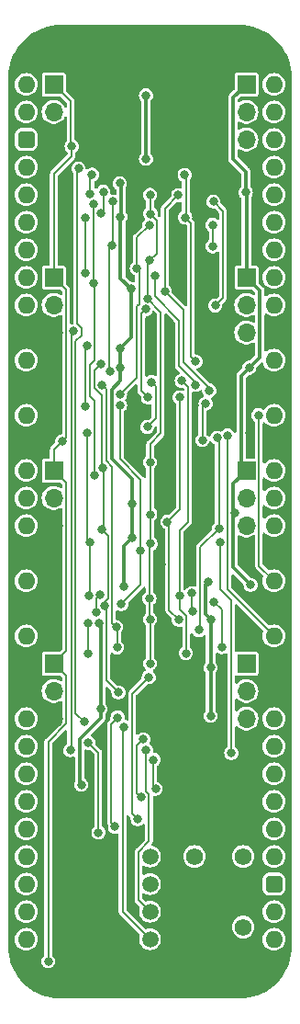
<source format=gbr>
%TF.GenerationSoftware,KiCad,Pcbnew,7.0.5*%
%TF.CreationDate,2024-01-10T17:03:31+02:00*%
%TF.ProjectId,Triple MPU Clock Generator,54726970-6c65-4204-9d50-5520436c6f63,rev?*%
%TF.SameCoordinates,Original*%
%TF.FileFunction,Copper,L2,Bot*%
%TF.FilePolarity,Positive*%
%FSLAX46Y46*%
G04 Gerber Fmt 4.6, Leading zero omitted, Abs format (unit mm)*
G04 Created by KiCad (PCBNEW 7.0.5) date 2024-01-10 17:03:31*
%MOMM*%
%LPD*%
G01*
G04 APERTURE LIST*
G04 Aperture macros list*
%AMRoundRect*
0 Rectangle with rounded corners*
0 $1 Rounding radius*
0 $2 $3 $4 $5 $6 $7 $8 $9 X,Y pos of 4 corners*
0 Add a 4 corners polygon primitive as box body*
4,1,4,$2,$3,$4,$5,$6,$7,$8,$9,$2,$3,0*
0 Add four circle primitives for the rounded corners*
1,1,$1+$1,$2,$3*
1,1,$1+$1,$4,$5*
1,1,$1+$1,$6,$7*
1,1,$1+$1,$8,$9*
0 Add four rect primitives between the rounded corners*
20,1,$1+$1,$2,$3,$4,$5,0*
20,1,$1+$1,$4,$5,$6,$7,0*
20,1,$1+$1,$6,$7,$8,$9,0*
20,1,$1+$1,$8,$9,$2,$3,0*%
G04 Aperture macros list end*
%TA.AperFunction,ComponentPad*%
%ADD10R,1.700000X1.700000*%
%TD*%
%TA.AperFunction,ComponentPad*%
%ADD11O,1.700000X1.700000*%
%TD*%
%TA.AperFunction,ComponentPad*%
%ADD12O,1.600000X1.600000*%
%TD*%
%TA.AperFunction,ComponentPad*%
%ADD13RoundRect,0.400000X-0.400000X-0.400000X0.400000X-0.400000X0.400000X0.400000X-0.400000X0.400000X0*%
%TD*%
%TA.AperFunction,ComponentPad*%
%ADD14R,1.600000X1.600000*%
%TD*%
%TA.AperFunction,ComponentPad*%
%ADD15C,1.509000*%
%TD*%
%TA.AperFunction,ComponentPad*%
%ADD16R,1.575000X1.575000*%
%TD*%
%TA.AperFunction,ComponentPad*%
%ADD17C,1.575000*%
%TD*%
%TA.AperFunction,ViaPad*%
%ADD18C,0.800000*%
%TD*%
%TA.AperFunction,Conductor*%
%ADD19C,0.380000*%
%TD*%
%TA.AperFunction,Conductor*%
%ADD20C,0.200000*%
%TD*%
G04 APERTURE END LIST*
D10*
%TO.P,J7,1,Pin_1*%
%TO.N,/3.3V*%
X109220000Y-93980000D03*
D11*
%TO.P,J7,2,Pin_2*%
%TO.N,unconnected-(J7-Pin_2-Pad2)*%
X109220000Y-96520000D03*
%TO.P,J7,3,Pin_3*%
%TO.N,/CLK3*%
X109220000Y-99060000D03*
%TD*%
D12*
%TO.P,J1,1,Pin_1*%
%TO.N,unconnected-(J1-Pin_1-Pad1)*%
X88900000Y-58420000D03*
%TO.P,J1,2,Pin_2*%
%TO.N,unconnected-(J1-Pin_2-Pad2)*%
X88900000Y-60960000D03*
D13*
%TO.P,J1,3,Pin_3*%
%TO.N,/5V*%
X88900000Y-63500000D03*
D12*
%TO.P,J1,4,Pin_4*%
%TO.N,unconnected-(J1-Pin_4-Pad4)*%
X88900000Y-66040000D03*
%TO.P,J1,5,Pin_5*%
%TO.N,unconnected-(J1-Pin_5-Pad5)*%
X88900000Y-68580000D03*
%TO.P,J1,6,Pin_6*%
%TO.N,unconnected-(J1-Pin_6-Pad6)*%
X88900000Y-71120000D03*
%TO.P,J1,7,Pin_7*%
%TO.N,/~{Reset}_{OUT}*%
X88900000Y-73660000D03*
%TO.P,J1,8,Pin_8*%
%TO.N,unconnected-(J1-Pin_8-Pad8)*%
X88900000Y-76200000D03*
%TO.P,J1,9,Pin_9*%
%TO.N,unconnected-(J1-Pin_9-Pad9)*%
X88900000Y-78740000D03*
D14*
%TO.P,J1,10,Pin_10*%
%TO.N,/GND*%
X88900000Y-81280000D03*
D12*
%TO.P,J1,11,Pin_11*%
%TO.N,/~{Q}_{0}*%
X88900000Y-83820000D03*
%TO.P,J1,12,Pin_12*%
%TO.N,/GND*%
X88900000Y-86360000D03*
%TO.P,J1,13,Pin_13*%
%TO.N,/~{Y0}*%
X88900000Y-88900000D03*
%TO.P,J1,14,Pin_14*%
%TO.N,/GND*%
X88900000Y-91440000D03*
%TO.P,J1,15,Pin_15*%
%TO.N,unconnected-(J1-Pin_15-Pad15)*%
X88900000Y-93980000D03*
%TO.P,J1,16,Pin_16*%
%TO.N,unconnected-(J1-Pin_16-Pad16)*%
X88900000Y-96520000D03*
%TO.P,J1,17,Pin_17*%
%TO.N,unconnected-(J1-Pin_17-Pad17)*%
X88900000Y-99060000D03*
%TO.P,J1,18,Pin_18*%
%TO.N,/GND*%
X88900000Y-101600000D03*
%TO.P,J1,19,Pin_19*%
%TO.N,unconnected-(J1-Pin_19-Pad19)*%
X88900000Y-104140000D03*
%TO.P,J1,20,Pin_20*%
%TO.N,/GND*%
X88900000Y-106680000D03*
%TO.P,J1,21,Pin_21*%
%TO.N,unconnected-(J1-Pin_21-Pad21)*%
X88900000Y-109220000D03*
%TO.P,J1,22,Pin_22*%
%TO.N,/GND*%
X88900000Y-111760000D03*
D14*
%TO.P,J1,23,Pin_23*%
X88900000Y-114300000D03*
D12*
%TO.P,J1,24,Pin_24*%
%TO.N,unconnected-(J1-Pin_24-Pad24)*%
X88900000Y-116840000D03*
%TO.P,J1,25,Pin_25*%
%TO.N,unconnected-(J1-Pin_25-Pad25)*%
X88900000Y-119380000D03*
%TO.P,J1,26,Pin_26*%
%TO.N,unconnected-(J1-Pin_26-Pad26)*%
X88900000Y-121920000D03*
%TO.P,J1,27,Pin_27*%
%TO.N,unconnected-(J1-Pin_27-Pad27)*%
X88900000Y-124460000D03*
%TO.P,J1,28,Pin_28*%
%TO.N,unconnected-(J1-Pin_28-Pad28)*%
X88900000Y-127000000D03*
%TO.P,J1,29,Pin_29*%
%TO.N,unconnected-(J1-Pin_29-Pad29)*%
X88900000Y-129540000D03*
%TO.P,J1,30,Pin_30*%
%TO.N,unconnected-(J1-Pin_30-Pad30)*%
X88900000Y-132080000D03*
%TO.P,J1,31,Pin_31*%
%TO.N,unconnected-(J1-Pin_31-Pad31)*%
X88900000Y-134620000D03*
%TO.P,J1,32,Pin_32*%
%TO.N,unconnected-(J1-Pin_32-Pad32)*%
X88900000Y-137160000D03*
%TO.P,J1,33,Pin_33*%
%TO.N,unconnected-(J1-Pin_33-Pad33)*%
X111760000Y-137160000D03*
%TO.P,J1,34,Pin_34*%
%TO.N,unconnected-(J1-Pin_34-Pad34)*%
X111760000Y-134620000D03*
D13*
%TO.P,J1,35,Pin_35*%
%TO.N,/5V*%
X111760000Y-132080000D03*
D12*
%TO.P,J1,36,Pin_36*%
%TO.N,unconnected-(J1-Pin_36-Pad36)*%
X111760000Y-129540000D03*
%TO.P,J1,37,Pin_37*%
%TO.N,unconnected-(J1-Pin_37-Pad37)*%
X111760000Y-127000000D03*
%TO.P,J1,38,Pin_38*%
%TO.N,unconnected-(J1-Pin_38-Pad38)*%
X111760000Y-124460000D03*
%TO.P,J1,39,Pin_39*%
%TO.N,unconnected-(J1-Pin_39-Pad39)*%
X111760000Y-121920000D03*
%TO.P,J1,40,Pin_40*%
%TO.N,unconnected-(J1-Pin_40-Pad40)*%
X111760000Y-119380000D03*
%TO.P,J1,41,Pin_41*%
%TO.N,unconnected-(J1-Pin_41-Pad41)*%
X111760000Y-116840000D03*
D14*
%TO.P,J1,42,Pin_42*%
%TO.N,/GND*%
X111760000Y-114300000D03*
D12*
%TO.P,J1,43,Pin_43*%
X111760000Y-111760000D03*
%TO.P,J1,44,Pin_44*%
%TO.N,/~{Q}_{2}*%
X111760000Y-109220000D03*
%TO.P,J1,45,Pin_45*%
%TO.N,/GND*%
X111760000Y-106680000D03*
%TO.P,J1,46,Pin_46*%
%TO.N,/~{Y2}*%
X111760000Y-104140000D03*
%TO.P,J1,47,Pin_47*%
%TO.N,/GND*%
X111760000Y-101600000D03*
%TO.P,J1,48,Pin_48*%
%TO.N,unconnected-(J1-Pin_48-Pad48)*%
X111760000Y-99060000D03*
%TO.P,J1,49,Pin_49*%
%TO.N,unconnected-(J1-Pin_49-Pad49)*%
X111760000Y-96520000D03*
%TO.P,J1,50,Pin_50*%
%TO.N,unconnected-(J1-Pin_50-Pad50)*%
X111760000Y-93980000D03*
%TO.P,J1,51,Pin_51*%
%TO.N,/GND*%
X111760000Y-91440000D03*
%TO.P,J1,52,Pin_52*%
%TO.N,/~{Y1}*%
X111760000Y-88900000D03*
%TO.P,J1,53,Pin_53*%
%TO.N,/GND*%
X111760000Y-86360000D03*
%TO.P,J1,54,Pin_54*%
%TO.N,/~{Q}_{1}*%
X111760000Y-83820000D03*
D14*
%TO.P,J1,55,Pin_55*%
%TO.N,/GND*%
X111760000Y-81280000D03*
D12*
%TO.P,J1,56,Pin_56*%
%TO.N,unconnected-(J1-Pin_56-Pad56)*%
X111760000Y-78740000D03*
%TO.P,J1,57,Pin_57*%
%TO.N,unconnected-(J1-Pin_57-Pad57)*%
X111760000Y-76200000D03*
%TO.P,J1,58,Pin_58*%
%TO.N,unconnected-(J1-Pin_58-Pad58)*%
X111760000Y-73660000D03*
%TO.P,J1,59,Pin_59*%
%TO.N,unconnected-(J1-Pin_59-Pad59)*%
X111760000Y-71120000D03*
%TO.P,J1,60,Pin_60*%
%TO.N,unconnected-(J1-Pin_60-Pad60)*%
X111760000Y-68580000D03*
%TO.P,J1,61,Pin_61*%
%TO.N,unconnected-(J1-Pin_61-Pad61)*%
X111760000Y-66040000D03*
%TO.P,J1,62,Pin_62*%
%TO.N,unconnected-(J1-Pin_62-Pad62)*%
X111760000Y-63500000D03*
%TO.P,J1,63,Pin_63*%
%TO.N,unconnected-(J1-Pin_63-Pad63)*%
X111760000Y-60960000D03*
%TO.P,J1,64,Pin_64*%
%TO.N,unconnected-(J1-Pin_64-Pad64)*%
X111760000Y-58420000D03*
%TD*%
D10*
%TO.P,J9,1,Pin_1*%
%TO.N,/3.3V*%
X109220000Y-111760000D03*
D11*
%TO.P,J9,2,Pin_2*%
%TO.N,unconnected-(J9-Pin_2-Pad2)*%
X109220000Y-114300000D03*
%TO.P,J9,3,Pin_3*%
%TO.N,/CLK4*%
X109220000Y-116840000D03*
%TD*%
D10*
%TO.P,J6,1,Pin_1*%
%TO.N,/~{Reset}*%
X91440000Y-93980000D03*
D11*
%TO.P,J6,2,Pin_2*%
%TO.N,unconnected-(J6-Pin_2-Pad2)*%
X91440000Y-96520000D03*
%TO.P,J6,3,Pin_3*%
%TO.N,/GND*%
X91440000Y-99060000D03*
%TD*%
D15*
%TO.P,S1,1,COM_1*%
%TO.N,/GND*%
X92710000Y-129540000D03*
%TO.P,S1,2,COM_2*%
X92710000Y-132080000D03*
%TO.P,S1,3,COM_3*%
X92710000Y-134620000D03*
%TO.P,S1,4,COM_4*%
X92710000Y-137160000D03*
%TO.P,S1,5,NO_4*%
%TO.N,/R4*%
X100330000Y-137160000D03*
%TO.P,S1,6,NO_3*%
%TO.N,/R3*%
X100330000Y-134620000D03*
%TO.P,S1,7,NO_2*%
%TO.N,/R2*%
X100330000Y-132080000D03*
%TO.P,S1,8,NO_1*%
%TO.N,/R1*%
X100330000Y-129540000D03*
%TD*%
D10*
%TO.P,J5,1,Pin_1*%
%TO.N,/3.3V*%
X109220000Y-76200000D03*
D11*
%TO.P,J5,2,Pin_2*%
%TO.N,unconnected-(J5-Pin_2-Pad2)*%
X109220000Y-78740000D03*
%TO.P,J5,3,Pin_3*%
%TO.N,/CLK2*%
X109220000Y-81280000D03*
%TD*%
D10*
%TO.P,J2,1,Pin_1*%
%TO.N,/~{Reset}*%
X91440000Y-58420000D03*
D11*
%TO.P,J2,2,Pin_2*%
%TO.N,unconnected-(J2-Pin_2-Pad2)*%
X91440000Y-60960000D03*
%TO.P,J2,3,Pin_3*%
%TO.N,/GND*%
X91440000Y-63500000D03*
%TD*%
D16*
%TO.P,S2,1,C1*%
%TO.N,/GND*%
X104430000Y-136040000D03*
D17*
%TO.P,S2,2,C2*%
%TO.N,unconnected-(S2-C2-Pad2)*%
X104430000Y-129540000D03*
%TO.P,S2,3,N1*%
%TO.N,/~{Reset}*%
X108930000Y-136040000D03*
%TO.P,S2,4,N2*%
%TO.N,unconnected-(S2-N2-Pad4)*%
X108930000Y-129540000D03*
%TD*%
D10*
%TO.P,J4,1,Pin_1*%
%TO.N,/~{Reset}*%
X91440000Y-76200000D03*
D11*
%TO.P,J4,2,Pin_2*%
%TO.N,unconnected-(J4-Pin_2-Pad2)*%
X91440000Y-78740000D03*
%TO.P,J4,3,Pin_3*%
%TO.N,/GND*%
X91440000Y-81280000D03*
%TD*%
D10*
%TO.P,J3,1,Pin_1*%
%TO.N,/3.3V*%
X109220000Y-58420000D03*
D11*
%TO.P,J3,2,Pin_2*%
%TO.N,unconnected-(J3-Pin_2-Pad2)*%
X109220000Y-60960000D03*
%TO.P,J3,3,Pin_3*%
%TO.N,/CLK1*%
X109220000Y-63500000D03*
%TD*%
D10*
%TO.P,J8,1,Pin_1*%
%TO.N,/~{Reset}*%
X91440000Y-111760000D03*
D11*
%TO.P,J8,2,Pin_2*%
%TO.N,unconnected-(J8-Pin_2-Pad2)*%
X91440000Y-114300000D03*
%TO.P,J8,3,Pin_3*%
%TO.N,/GND*%
X91440000Y-116840000D03*
%TD*%
D18*
%TO.N,/5V*%
X99949000Y-59436000D03*
X99948998Y-65278000D03*
%TO.N,/GND*%
X101346000Y-102641000D03*
X103313000Y-122506392D03*
X105156000Y-77127500D03*
X104648000Y-121158000D03*
X100457000Y-80137000D03*
X109530000Y-90551000D03*
X100395000Y-81788000D03*
X101346000Y-95123000D03*
X105029000Y-79883000D03*
X102027006Y-89088972D03*
X94742000Y-57708000D03*
X102804509Y-109285505D03*
X94615000Y-62206500D03*
X102804502Y-113919016D03*
X105219503Y-119062497D03*
X102108000Y-81915000D03*
X100395000Y-84582000D03*
X109601000Y-88011000D03*
X105092500Y-72326500D03*
X105156000Y-57785000D03*
X100330000Y-114046000D03*
X105092500Y-63372998D03*
%TO.N,/3.3V*%
X95627984Y-108077000D03*
X97607214Y-82733000D03*
X98679000Y-100203000D03*
X98614000Y-77266000D03*
X105667000Y-104266995D03*
X93980000Y-122936000D03*
X97608695Y-84532686D03*
X97616634Y-70616240D03*
X109156500Y-68389500D03*
X97917007Y-104665993D03*
X109601000Y-104520996D03*
X108190000Y-97874014D03*
X105918000Y-116586000D03*
X109489467Y-84520000D03*
X97536000Y-67536000D03*
X98679000Y-97028000D03*
X95758000Y-115951000D03*
X105918000Y-107696000D03*
X105918000Y-112141004D03*
%TO.N,/~{Reset}*%
X92202000Y-91313000D03*
X90932000Y-139192000D03*
X93091000Y-64135000D03*
%TO.N,/~{Y2}*%
X110320000Y-88899990D03*
%TO.N,/~{Y0}*%
X100082970Y-89973605D03*
X100457000Y-85852000D03*
%TO.N,/~{Q}_{1}*%
X94498013Y-82522000D03*
X94385000Y-88041594D03*
%TO.N,/~{Q}_{2}*%
X107489997Y-90757003D03*
%TO.N,/CLK*%
X99187000Y-126111000D03*
X100203000Y-113030000D03*
%TO.N,/CLK1*%
X94234000Y-117094000D03*
X93726000Y-66167000D03*
%TO.N,/CLK2*%
X92964000Y-119761000D03*
X93290014Y-81150652D03*
%TO.N,/CLK3*%
X107823000Y-120015000D03*
X106789994Y-100584008D03*
%TO.N,/R1*%
X97090000Y-126809500D03*
X97342639Y-116741000D03*
%TO.N,/R2*%
X94629920Y-119061000D03*
X95570000Y-127320000D03*
%TO.N,/R3*%
X99949000Y-119761000D03*
%TO.N,/R4*%
X97916996Y-117602000D03*
%TO.N,Net-(IC9-3Y)*%
X100838000Y-123296392D03*
X100649000Y-120639770D03*
%TO.N,Net-(IC9-4Y)*%
X99695000Y-118745000D03*
X99533000Y-124097414D03*
%TO.N,/MA_{4}*%
X105791000Y-86614000D03*
X102932000Y-68626990D03*
X101689077Y-77452216D03*
%TO.N,/!(~{RST}\u22C5CLK)*%
X95205855Y-94460000D03*
X95111323Y-69436771D03*
X95085896Y-76708000D03*
%TO.N,/~{RST}*%
X95736000Y-105410000D03*
X100371191Y-70338886D03*
X100395000Y-100726000D03*
X100329996Y-93218000D03*
X100304002Y-74652216D03*
X100277214Y-105774000D03*
X95363457Y-107072131D03*
X100330000Y-107695996D03*
X95785896Y-70289473D03*
X100076000Y-78152216D03*
X100330000Y-68608000D03*
X96012000Y-68326000D03*
X100350998Y-98032454D03*
X100330000Y-111760000D03*
X104201992Y-105283000D03*
X104267000Y-106934000D03*
%TO.N,/MA_{0}*%
X94814346Y-68481884D03*
X103568500Y-70677020D03*
X103526686Y-66762000D03*
X94983723Y-66746000D03*
X104521000Y-83947000D03*
%TO.N,/CK_{0}*%
X96873000Y-69216500D03*
X106096069Y-73332000D03*
X106099845Y-71374000D03*
X96774000Y-73279000D03*
X96647000Y-84835984D03*
%TO.N,/CK_{4}*%
X99927581Y-79141143D03*
X100138000Y-87248999D03*
X106347144Y-78790013D03*
X106172000Y-69215000D03*
%TO.N,/MA_{5}*%
X94488000Y-90551000D03*
X94717654Y-105512471D03*
X94807000Y-100584000D03*
X105156000Y-91186000D03*
X105470775Y-87811008D03*
%TO.N,/~{RST}\u22C5CLK*%
X96136000Y-106437164D03*
X97409000Y-114427004D03*
X95950000Y-93726000D03*
X95828014Y-84172012D03*
X95885000Y-99441000D03*
%TO.N,/MA_{1}*%
X103251008Y-85725000D03*
X103632000Y-110809012D03*
X94580482Y-110836480D03*
X94581000Y-108094000D03*
X103041556Y-105533897D03*
%TO.N,/CK_{1}*%
X95885000Y-86106000D03*
X106247000Y-106125490D03*
X106934000Y-110264000D03*
X97282000Y-110289000D03*
X97199045Y-108413958D03*
%TO.N,/CK_{5}*%
X99441000Y-101346000D03*
X97564000Y-88013876D03*
X97662990Y-106299000D03*
%TO.N,/MA_{2}*%
X104521000Y-86106000D03*
X100778032Y-76052216D03*
X94347161Y-70751917D03*
X94361002Y-75799885D03*
%TO.N,/CK_{2}*%
X100265000Y-71373995D03*
X99110617Y-75352216D03*
X97563998Y-86995000D03*
%TO.N,/MA_{3}*%
X101930998Y-98718631D03*
X102991000Y-107735274D03*
X103048194Y-87258000D03*
%TO.N,/CK_{3}*%
X106680000Y-99314002D03*
X106513717Y-90973515D03*
X104839877Y-108684000D03*
%TD*%
D19*
%TO.N,/5V*%
X99948998Y-59436002D02*
X99948998Y-65278000D01*
X99949000Y-59436000D02*
X99948998Y-59436002D01*
%TO.N,/GND*%
X100457000Y-80137000D02*
X100457000Y-81726000D01*
X104648000Y-121158000D02*
X104648000Y-121031000D01*
X102108000Y-94361000D02*
X102108000Y-89169966D01*
X88900000Y-91440000D02*
X90090000Y-92630000D01*
X94615000Y-62206500D02*
X94742000Y-62079500D01*
X87710000Y-87550000D02*
X87710000Y-90250000D01*
X102804502Y-113919016D02*
X102804502Y-109285512D01*
X100457000Y-81726000D02*
X100395000Y-81788000D01*
X87710000Y-85170000D02*
X88900000Y-86360000D01*
X101473000Y-107953996D02*
X101473000Y-102768000D01*
X101346000Y-95123000D02*
X102108000Y-94361000D01*
X111760000Y-91440000D02*
X112950000Y-90250000D01*
X105156000Y-72390000D02*
X105092500Y-72326500D01*
X101346000Y-99695000D02*
X101140998Y-99489998D01*
X87710000Y-90250000D02*
X88900000Y-91440000D01*
X109601000Y-88011000D02*
X109530000Y-88082000D01*
X102804509Y-109285505D02*
X101473000Y-107953996D01*
X102108000Y-89169966D02*
X102027006Y-89088972D01*
X104648000Y-121031000D02*
X105219503Y-120459497D01*
X101140998Y-99489998D02*
X101140998Y-95328002D01*
X88900000Y-86360000D02*
X87710000Y-87550000D01*
X88900000Y-106680000D02*
X87710000Y-107870000D01*
X112950000Y-85170000D02*
X111760000Y-86360000D01*
X102804502Y-116393502D02*
X102804502Y-113919016D01*
X100395000Y-82042000D02*
X100395000Y-81788000D01*
X90090000Y-97710000D02*
X91440000Y-99060000D01*
X102677518Y-114046000D02*
X102804502Y-113919016D01*
X111760000Y-81280000D02*
X112950000Y-82470000D01*
X87710000Y-82470000D02*
X87710000Y-85170000D01*
X112950000Y-82470000D02*
X112950000Y-85170000D01*
X103313000Y-122506392D02*
X103313000Y-122366000D01*
X105092500Y-63372998D02*
X105156000Y-63309498D01*
X90090000Y-92630000D02*
X90090000Y-97710000D01*
X100395000Y-84582000D02*
X100395000Y-82042000D01*
X88900000Y-101600000D02*
X87710000Y-102790000D01*
X87710000Y-105490000D02*
X88900000Y-106680000D01*
X112950000Y-87550000D02*
X111760000Y-86360000D01*
X112950000Y-90250000D02*
X112950000Y-87550000D01*
X105156000Y-63309498D02*
X105156000Y-57785000D01*
X105219503Y-119062497D02*
X105219503Y-118808503D01*
X87710000Y-102790000D02*
X87710000Y-105490000D01*
X102804502Y-109285512D02*
X102804509Y-109285505D01*
X88900000Y-101600000D02*
X91440000Y-99060000D01*
X105219503Y-118808503D02*
X102804502Y-116393502D01*
X109530000Y-88082000D02*
X109530000Y-90551000D01*
X100330000Y-114046000D02*
X102677518Y-114046000D01*
X87710000Y-107870000D02*
X87710000Y-110570000D01*
X105156000Y-77127500D02*
X105156000Y-72390000D01*
X102027006Y-89088972D02*
X102027006Y-81995994D01*
X105156000Y-77127500D02*
X105156000Y-79756000D01*
X104521000Y-121158000D02*
X104648000Y-121158000D01*
X103313000Y-122366000D02*
X104521000Y-121158000D01*
X87710000Y-110570000D02*
X88900000Y-111760000D01*
X101346000Y-102641000D02*
X101346000Y-99695000D01*
X105156000Y-79756000D02*
X105029000Y-79883000D01*
X101473000Y-102768000D02*
X101346000Y-102641000D01*
X102027006Y-81995994D02*
X102108000Y-81915000D01*
X88900000Y-81280000D02*
X87710000Y-82470000D01*
X105092500Y-72326500D02*
X105092500Y-63372998D01*
X94742000Y-62079500D02*
X94742000Y-57708000D01*
X101140998Y-95328002D02*
X101346000Y-95123000D01*
X105219503Y-120459497D02*
X105219503Y-119062497D01*
%TO.N,/3.3V*%
X105918000Y-116586000D02*
X105918000Y-112141004D01*
X109220000Y-68453000D02*
X109220000Y-76200000D01*
X98679000Y-100203000D02*
X98679000Y-97028000D01*
X97616634Y-76268634D02*
X98614000Y-77266000D01*
X96774000Y-86512771D02*
X97608695Y-85678076D01*
X97616634Y-70616240D02*
X97616634Y-76268634D01*
X109156500Y-66484500D02*
X109156500Y-68389500D01*
X98614000Y-77266000D02*
X98619402Y-77271402D01*
X98679000Y-94772085D02*
X96774000Y-92867085D01*
X105918000Y-107696000D02*
X105918000Y-112141004D01*
X96774000Y-92867085D02*
X96774000Y-86512771D01*
X97663000Y-67663000D02*
X97536000Y-67536000D01*
X109220000Y-76200000D02*
X110460000Y-77440000D01*
X97608695Y-85678076D02*
X97608695Y-84532686D01*
X107980000Y-97664014D02*
X108190000Y-97874014D01*
X107980000Y-95220000D02*
X107980000Y-97664014D01*
X97916994Y-100965006D02*
X97916994Y-104665980D01*
X109220000Y-93980000D02*
X107980000Y-95220000D01*
X98619402Y-77271402D02*
X98619402Y-81720812D01*
X97616634Y-70616240D02*
X97663000Y-70569874D01*
X95758000Y-116815691D02*
X95758000Y-115951000D01*
X93839920Y-118733771D02*
X95758000Y-116815691D01*
X107980000Y-65308000D02*
X109156500Y-66484500D01*
X98679000Y-97028000D02*
X98679000Y-94772085D01*
X105457000Y-104476995D02*
X105667000Y-104266995D01*
X93980000Y-122936000D02*
X93839920Y-122795920D01*
X97608695Y-84532686D02*
X97608695Y-82734481D01*
X108740000Y-93500000D02*
X108740000Y-85269467D01*
X95758000Y-108207016D02*
X95627984Y-108077000D01*
X110460000Y-77440000D02*
X110460000Y-83549467D01*
X95758000Y-115951000D02*
X95758000Y-108207016D01*
X105457000Y-107235000D02*
X105457000Y-104476995D01*
X107980000Y-59660000D02*
X107980000Y-65308000D01*
X109601000Y-104520996D02*
X107980000Y-102899996D01*
X109220000Y-58420000D02*
X107980000Y-59660000D01*
X98679000Y-100203000D02*
X97916994Y-100965006D01*
X97663000Y-70569874D02*
X97663000Y-67663000D01*
X97608695Y-82734481D02*
X97607214Y-82733000D01*
X93839920Y-122795920D02*
X93839920Y-118733771D01*
X108740000Y-85269467D02*
X109489467Y-84520000D01*
X97916994Y-104665980D02*
X97917007Y-104665993D01*
X107980000Y-98084014D02*
X108190000Y-97874014D01*
X98619402Y-81720812D02*
X97607214Y-82733000D01*
X107980000Y-102899996D02*
X107980000Y-98084014D01*
X110460000Y-83549467D02*
X109489467Y-84520000D01*
X105918000Y-107696000D02*
X105457000Y-107235000D01*
X109156500Y-68389500D02*
X109220000Y-68453000D01*
D20*
%TO.N,/~{Reset}*%
X93026000Y-64070000D02*
X93091000Y-64135000D01*
X91440000Y-58420000D02*
X93026000Y-60006000D01*
X93091000Y-65024000D02*
X93091000Y-64135000D01*
X92590000Y-95130000D02*
X91440000Y-93980000D01*
X92590000Y-112910000D02*
X91440000Y-111760000D01*
X91440000Y-111760000D02*
X92590000Y-110610000D01*
X90932000Y-139192000D02*
X90932000Y-118974346D01*
X92590000Y-110610000D02*
X92590000Y-95130000D01*
X91440000Y-93980000D02*
X91440000Y-92075000D01*
X92590000Y-117316346D02*
X92590000Y-112910000D01*
X91440000Y-76200000D02*
X91440000Y-66675000D01*
X93026000Y-60006000D02*
X93026000Y-64070000D01*
X90932000Y-118974346D02*
X92590000Y-117316346D01*
X92590000Y-90925000D02*
X92202000Y-91313000D01*
X91440000Y-76200000D02*
X92590000Y-77350000D01*
X91440000Y-92075000D02*
X92202000Y-91313000D01*
X91440000Y-66675000D02*
X93091000Y-65024000D01*
X92590000Y-77350000D02*
X92590000Y-90925000D01*
%TO.N,/~{Y2}*%
X110391000Y-102771000D02*
X110391000Y-88970990D01*
X111760000Y-104140000D02*
X110391000Y-102771000D01*
X110391000Y-88970990D02*
X110320000Y-88899990D01*
%TO.N,/~{Y0}*%
X100838000Y-89218575D02*
X100082970Y-89973605D01*
X100838000Y-86233000D02*
X100838000Y-89218575D01*
X100457000Y-85852000D02*
X100838000Y-86233000D01*
%TO.N,/~{Q}_{1}*%
X94385001Y-82635012D02*
X94385000Y-88041594D01*
X94498013Y-82522000D02*
X94385001Y-82635012D01*
%TO.N,/~{Q}_{2}*%
X107489997Y-104949997D02*
X107489997Y-90757003D01*
X111760000Y-109220000D02*
X107489997Y-104949997D01*
%TO.N,/CLK*%
X99187000Y-126111000D02*
X98679000Y-125603000D01*
X98679000Y-114554000D02*
X100203000Y-113030000D01*
X98679000Y-125603000D02*
X98679000Y-114554000D01*
%TO.N,/CLK1*%
X93599000Y-80469688D02*
X93599000Y-66294000D01*
X93453000Y-82061000D02*
X93990014Y-81523986D01*
X93990014Y-81523986D02*
X93990014Y-80860702D01*
X94234000Y-117094000D02*
X93453000Y-116313000D01*
X93453000Y-116313000D02*
X93453000Y-82061000D01*
X93990014Y-80860702D02*
X93599000Y-80469688D01*
X93599000Y-66294000D02*
X93726000Y-66167000D01*
%TO.N,/CLK2*%
X92964000Y-119761000D02*
X93053000Y-119672000D01*
X93053000Y-81387666D02*
X93290014Y-81150652D01*
X93053000Y-119672000D02*
X93053000Y-81387666D01*
%TO.N,/CLK3*%
X107823000Y-120015000D02*
X107823000Y-105918000D01*
X106789994Y-104884994D02*
X106789994Y-100584008D01*
X107823000Y-105918000D02*
X106789994Y-104884994D01*
%TO.N,/R1*%
X96736000Y-126455500D02*
X96736000Y-117347639D01*
X97090000Y-126809500D02*
X96736000Y-126455500D01*
X96736000Y-117347639D02*
X97342639Y-116741000D01*
%TO.N,/R2*%
X95570000Y-127320000D02*
X95570000Y-120001080D01*
X95570000Y-120001080D02*
X94629920Y-119061000D01*
%TO.N,/R3*%
X99949000Y-123523464D02*
X100233000Y-123807464D01*
X100233000Y-123807464D02*
X100233000Y-128145711D01*
X99275500Y-133565500D02*
X100330000Y-134620000D01*
X99949000Y-119761000D02*
X99949000Y-123523464D01*
X99275500Y-129103211D02*
X99275500Y-133565500D01*
X100233000Y-128145711D02*
X99275500Y-129103211D01*
%TO.N,/R4*%
X97790000Y-117728996D02*
X97916996Y-117602000D01*
X97790000Y-134620000D02*
X97790000Y-117728996D01*
X100330000Y-137160000D02*
X97790000Y-134620000D01*
%TO.N,Net-(IC9-3Y)*%
X100584000Y-120704770D02*
X100584000Y-123042392D01*
X100584000Y-123042392D02*
X100838000Y-123296392D01*
X100649000Y-120639770D02*
X100584000Y-120704770D01*
%TO.N,Net-(IC9-4Y)*%
X99695000Y-118745000D02*
X99133000Y-119307000D01*
X99133000Y-119307000D02*
X99133000Y-123697414D01*
X99133000Y-123697414D02*
X99533000Y-124097414D01*
%TO.N,/MA_{4}*%
X101689077Y-77452216D02*
X101689077Y-69869913D01*
X101689077Y-69869913D02*
X102932000Y-68626990D01*
X105791000Y-86386050D02*
X105791000Y-86614000D01*
X103397000Y-83992050D02*
X105791000Y-86386050D01*
X103397000Y-79160139D02*
X103397000Y-83992050D01*
X101689077Y-77452216D02*
X103397000Y-79160139D01*
%TO.N,/!(~{RST}\u22C5CLK)*%
X95198025Y-76820129D02*
X95198025Y-83812051D01*
X94785000Y-84225076D02*
X94785000Y-87153370D01*
X94785000Y-87153370D02*
X95205855Y-87574225D01*
X95198025Y-83812051D02*
X94785000Y-84225076D01*
X95085896Y-76708000D02*
X95198025Y-76820129D01*
X95085896Y-69462198D02*
X95085896Y-76708000D01*
X95205855Y-87574225D02*
X95205855Y-94460000D01*
X95111323Y-69436771D02*
X95085896Y-69462198D01*
%TO.N,/~{RST}*%
X100965000Y-73991218D02*
X100304002Y-74652216D01*
X100330000Y-111760000D02*
X100330000Y-107695996D01*
X95363457Y-107072131D02*
X95363457Y-105782543D01*
X100329996Y-98011452D02*
X100350998Y-98032454D01*
X100076000Y-74880218D02*
X100304002Y-74652216D01*
X101327000Y-79403216D02*
X100076000Y-78152216D01*
X100329996Y-93218000D02*
X100329996Y-98011452D01*
X100330000Y-107695996D02*
X100277214Y-107643210D01*
X100277214Y-105774000D02*
X100277214Y-100843786D01*
X101327000Y-90570000D02*
X101327000Y-79403216D01*
X100330000Y-70297695D02*
X100330000Y-68608000D01*
X100965000Y-70932695D02*
X100965000Y-73991218D01*
X96012000Y-70063369D02*
X95785896Y-70289473D01*
X100076000Y-78152216D02*
X100076000Y-74880218D01*
X96012000Y-68326000D02*
X96012000Y-70063369D01*
X100277214Y-100843786D02*
X100395000Y-100726000D01*
X100371191Y-70338886D02*
X100965000Y-70932695D01*
X104201992Y-105283000D02*
X104201992Y-106868992D01*
X100395000Y-98076456D02*
X100350998Y-98032454D01*
X95363457Y-105782543D02*
X95736000Y-105410000D01*
X104201992Y-106868992D02*
X104267000Y-106934000D01*
X100277214Y-107643210D02*
X100277214Y-105774000D01*
X100395000Y-100726000D02*
X100395000Y-98076456D01*
X100329996Y-93218000D02*
X100329996Y-91567004D01*
X100329996Y-91567004D02*
X101327000Y-90570000D01*
X100371191Y-70338886D02*
X100330000Y-70297695D01*
%TO.N,/MA_{0}*%
X103632000Y-66867314D02*
X103632000Y-70613520D01*
X103526686Y-66762000D02*
X103632000Y-66867314D01*
X103632000Y-70613520D02*
X103568500Y-70677020D01*
X104097000Y-83523000D02*
X104521000Y-83947000D01*
X103568500Y-70677020D02*
X104097000Y-71205520D01*
X104097000Y-71205520D02*
X104097000Y-83523000D01*
X94814346Y-66915377D02*
X94983723Y-66746000D01*
X94814346Y-68481884D02*
X94814346Y-66915377D01*
%TO.N,/CK_{0}*%
X106096069Y-73332000D02*
X106099845Y-73328224D01*
X96873000Y-69216500D02*
X96873000Y-73180000D01*
X96647000Y-84835984D02*
X96582000Y-84770984D01*
X96582000Y-84770984D02*
X96582000Y-73471000D01*
X96873000Y-73180000D02*
X96774000Y-73279000D01*
X96582000Y-73471000D02*
X96774000Y-73279000D01*
X106099845Y-73328224D02*
X106099845Y-71374000D01*
%TO.N,/CK_{4}*%
X99535500Y-79533224D02*
X99927581Y-79141143D01*
X107061000Y-70104000D02*
X106172000Y-69215000D01*
X107061000Y-78076157D02*
X107061000Y-70104000D01*
X106347144Y-78790013D02*
X107061000Y-78076157D01*
X99535500Y-86646499D02*
X99535500Y-79533224D01*
X100138000Y-87248999D02*
X99535500Y-86646499D01*
%TO.N,/MA_{5}*%
X94807000Y-100584000D02*
X94807000Y-105423125D01*
X105156000Y-91186000D02*
X105156000Y-88125783D01*
X94807000Y-100584000D02*
X94488000Y-100265000D01*
X94807000Y-105423125D02*
X94717654Y-105512471D01*
X94488000Y-100265000D02*
X94488000Y-90551000D01*
X105156000Y-88125783D02*
X105470775Y-87811008D01*
%TO.N,/~{RST}\u22C5CLK*%
X96328000Y-106629164D02*
X96136000Y-106437164D01*
X95828014Y-84172012D02*
X95185000Y-84815026D01*
X96136000Y-106078364D02*
X96136000Y-106437164D01*
X95885000Y-99441000D02*
X96436000Y-99992000D01*
X95884001Y-87094951D02*
X95884001Y-93660001D01*
X96436000Y-99992000D02*
X96436000Y-105778364D01*
X97409000Y-114427004D02*
X96328000Y-113346004D01*
X95185000Y-86395950D02*
X95884001Y-87094951D01*
X96328000Y-113346004D02*
X96328000Y-106629164D01*
X96012000Y-99314000D02*
X96012000Y-93788000D01*
X95885000Y-99441000D02*
X96012000Y-99314000D01*
X95185000Y-84815026D02*
X95185000Y-86395950D01*
X95884001Y-93660001D02*
X95950000Y-93726000D01*
X96436000Y-105778364D02*
X96136000Y-106078364D01*
X96012000Y-93788000D02*
X95950000Y-93726000D01*
%TO.N,/MA_{1}*%
X103632000Y-110809012D02*
X103691000Y-110750012D01*
X103041556Y-106763514D02*
X103041556Y-105533897D01*
X103850050Y-98714950D02*
X103850050Y-86324042D01*
X103041556Y-99523444D02*
X103850050Y-98714950D01*
X103041556Y-105533897D02*
X103041556Y-99523444D01*
X103850050Y-86324042D02*
X103251008Y-85725000D01*
X103691000Y-110750012D02*
X103691000Y-107412958D01*
X94581000Y-110835962D02*
X94581000Y-108094000D01*
X94580482Y-110836480D02*
X94581000Y-110835962D01*
X103691000Y-107412958D02*
X103041556Y-106763514D01*
%TO.N,/CK_{1}*%
X96836000Y-93622049D02*
X96836000Y-108050913D01*
X97199045Y-108413958D02*
X97282000Y-108496913D01*
X96284000Y-86505000D02*
X96284000Y-93070049D01*
X96836000Y-108050913D02*
X97199045Y-108413958D01*
X95885000Y-86106000D02*
X96284000Y-86505000D01*
X96284000Y-93070049D02*
X96836000Y-93622049D01*
X97282000Y-108496913D02*
X97282000Y-110289000D01*
X106934000Y-110264000D02*
X106934000Y-106812490D01*
X106934000Y-106812490D02*
X106247000Y-106125490D01*
%TO.N,/CK_{5}*%
X97564000Y-88013876D02*
X97564000Y-92934035D01*
X97564000Y-92934035D02*
X99441000Y-94811035D01*
X97662990Y-106299000D02*
X99441000Y-104520990D01*
X99441000Y-104520990D02*
X99441000Y-101346000D01*
X99441000Y-94811035D02*
X99441000Y-101346000D01*
%TO.N,/MA_{2}*%
X102997000Y-80170848D02*
X102997000Y-84385686D01*
X100778032Y-77951880D02*
X102997000Y-80170848D01*
X94361002Y-70765758D02*
X94347161Y-70751917D01*
X100778032Y-76052216D02*
X100778032Y-77951880D01*
X104521000Y-85909686D02*
X104521000Y-86106000D01*
X102997000Y-84385686D02*
X104521000Y-85909686D01*
X94361002Y-75799885D02*
X94361002Y-70765758D01*
%TO.N,/CK_{2}*%
X99135500Y-85423498D02*
X97563998Y-86995000D01*
X99110617Y-75352216D02*
X99110617Y-72528378D01*
X99314000Y-78639050D02*
X99135500Y-78817550D01*
X99135500Y-78817550D02*
X99135500Y-85423498D01*
X99110617Y-72528378D02*
X100265000Y-71373995D01*
X99110617Y-75352216D02*
X99314000Y-75555599D01*
X99314000Y-75555599D02*
X99314000Y-78639050D01*
%TO.N,/MA_{3}*%
X103062000Y-87271806D02*
X103048194Y-87258000D01*
X101930998Y-98718631D02*
X102090000Y-98877633D01*
X102090000Y-98877633D02*
X102090000Y-106834274D01*
X103062000Y-97587629D02*
X103062000Y-87271806D01*
X102090000Y-106834274D02*
X102991000Y-107735274D01*
X101930998Y-98718631D02*
X103062000Y-97587629D01*
%TO.N,/CK_{3}*%
X106680000Y-99314002D02*
X106680000Y-91139798D01*
X106680000Y-99314002D02*
X104967000Y-101027002D01*
X106680000Y-91139798D02*
X106513717Y-90973515D01*
X104967000Y-108556877D02*
X104839877Y-108684000D01*
X104967000Y-101027002D02*
X104967000Y-108556877D01*
%TD*%
%TA.AperFunction,Conductor*%
%TO.N,/GND*%
G36*
X105071253Y-86584422D02*
G01*
X105124556Y-86629594D01*
X105144079Y-86682828D01*
X105154763Y-86770819D01*
X105210780Y-86918523D01*
X105210781Y-86918524D01*
X105280383Y-87019361D01*
X105302266Y-87085716D01*
X105284800Y-87153367D01*
X105235960Y-87199597D01*
X105098536Y-87271724D01*
X104980291Y-87376479D01*
X104890556Y-87506483D01*
X104890555Y-87506484D01*
X104834537Y-87654189D01*
X104815497Y-87811007D01*
X104815497Y-87811008D01*
X104832235Y-87948862D01*
X104827982Y-87999195D01*
X104822499Y-88017609D01*
X104821719Y-88020046D01*
X104805499Y-88067295D01*
X104804293Y-88074516D01*
X104803383Y-88081826D01*
X104805446Y-88131729D01*
X104805499Y-88134290D01*
X104805499Y-90571649D01*
X104785814Y-90638688D01*
X104763726Y-90664464D01*
X104665518Y-90751468D01*
X104575781Y-90881475D01*
X104575780Y-90881476D01*
X104519762Y-91029181D01*
X104500722Y-91185999D01*
X104500722Y-91186000D01*
X104519762Y-91342818D01*
X104544500Y-91408045D01*
X104575780Y-91490523D01*
X104665517Y-91620530D01*
X104783760Y-91725283D01*
X104783762Y-91725284D01*
X104923634Y-91798696D01*
X105077014Y-91836500D01*
X105077015Y-91836500D01*
X105234985Y-91836500D01*
X105388365Y-91798696D01*
X105400435Y-91792361D01*
X105528240Y-91725283D01*
X105646483Y-91620530D01*
X105736220Y-91490523D01*
X105774405Y-91389836D01*
X105816582Y-91334136D01*
X105882179Y-91310078D01*
X105950369Y-91325305D01*
X105992395Y-91363367D01*
X106023234Y-91408045D01*
X106141477Y-91512798D01*
X106256089Y-91572952D01*
X106263126Y-91576645D01*
X106313338Y-91625229D01*
X106329500Y-91686441D01*
X106329500Y-98699651D01*
X106309815Y-98766690D01*
X106287728Y-98792464D01*
X106191602Y-98877625D01*
X106189516Y-98879473D01*
X106099781Y-99009477D01*
X106099780Y-99009478D01*
X106043763Y-99157183D01*
X106024722Y-99314002D01*
X106034724Y-99396383D01*
X106023263Y-99465306D01*
X105999309Y-99499009D01*
X104753955Y-100744363D01*
X104734106Y-100760484D01*
X104726331Y-100765564D01*
X104706143Y-100791500D01*
X104701067Y-100797250D01*
X104698634Y-100799683D01*
X104698624Y-100799696D01*
X104686695Y-100816403D01*
X104685164Y-100818455D01*
X104654483Y-100857874D01*
X104650975Y-100864355D01*
X104647761Y-100870933D01*
X104647760Y-100870935D01*
X104647760Y-100870936D01*
X104642521Y-100888531D01*
X104633506Y-100918811D01*
X104632725Y-100921248D01*
X104616499Y-100968514D01*
X104615294Y-100975735D01*
X104614382Y-100983048D01*
X104616447Y-101032950D01*
X104616500Y-101035512D01*
X104616500Y-104560778D01*
X104596815Y-104627817D01*
X104544011Y-104673572D01*
X104474853Y-104683516D01*
X104441464Y-104672709D01*
X104441369Y-104672963D01*
X104436260Y-104671025D01*
X104434884Y-104670580D01*
X104434357Y-104670303D01*
X104280978Y-104632500D01*
X104280977Y-104632500D01*
X104123007Y-104632500D01*
X104123006Y-104632500D01*
X103969626Y-104670303D01*
X103829754Y-104743715D01*
X103829751Y-104743717D01*
X103829752Y-104743717D01*
X103737415Y-104825520D01*
X103711508Y-104848471D01*
X103618105Y-104983789D01*
X103563822Y-105027779D01*
X103494374Y-105035439D01*
X103431809Y-105004336D01*
X103395991Y-104944345D01*
X103392055Y-104913349D01*
X103392055Y-102574456D01*
X103392055Y-99719983D01*
X103411740Y-99652948D01*
X103428365Y-99632316D01*
X104063096Y-98997584D01*
X104082952Y-98981461D01*
X104090719Y-98976387D01*
X104110923Y-98950427D01*
X104115991Y-98944689D01*
X104118425Y-98942257D01*
X104130383Y-98925505D01*
X104131850Y-98923539D01*
X104162567Y-98884076D01*
X104162569Y-98884068D01*
X104166056Y-98877625D01*
X104169284Y-98871022D01*
X104169289Y-98871016D01*
X104183551Y-98823105D01*
X104184309Y-98820740D01*
X104200550Y-98773438D01*
X104200550Y-98773431D01*
X104201755Y-98766211D01*
X104202667Y-98758902D01*
X104200603Y-98709001D01*
X104200550Y-98706439D01*
X104200550Y-86855259D01*
X104220235Y-86788220D01*
X104273039Y-86742465D01*
X104342197Y-86732521D01*
X104354222Y-86734861D01*
X104442015Y-86756500D01*
X104599985Y-86756500D01*
X104753365Y-86718696D01*
X104893237Y-86645285D01*
X104893238Y-86645283D01*
X104893240Y-86645283D01*
X104938757Y-86604958D01*
X105001989Y-86575238D01*
X105071253Y-86584422D01*
G37*
%TD.AperFunction*%
%TA.AperFunction,Conductor*%
G36*
X99104334Y-86052859D02*
G01*
X99160267Y-86094731D01*
X99184684Y-86160195D01*
X99185000Y-86169041D01*
X99185000Y-86597287D01*
X99182361Y-86622731D01*
X99180457Y-86631811D01*
X99180457Y-86631815D01*
X99184523Y-86664437D01*
X99184999Y-86672099D01*
X99184999Y-86675532D01*
X99185001Y-86675551D01*
X99188376Y-86695776D01*
X99188745Y-86698308D01*
X99194927Y-86747892D01*
X99197020Y-86754925D01*
X99199407Y-86761878D01*
X99199408Y-86761880D01*
X99204245Y-86770818D01*
X99223191Y-86805829D01*
X99224364Y-86808107D01*
X99246302Y-86852983D01*
X99246304Y-86852985D01*
X99250571Y-86858963D01*
X99255082Y-86864758D01*
X99291841Y-86898597D01*
X99293690Y-86900371D01*
X99457309Y-87063990D01*
X99490794Y-87125313D01*
X99492724Y-87166616D01*
X99482722Y-87248998D01*
X99482722Y-87248999D01*
X99501762Y-87405817D01*
X99557780Y-87553521D01*
X99557780Y-87553522D01*
X99647517Y-87683529D01*
X99765760Y-87788282D01*
X99765762Y-87788283D01*
X99905634Y-87861695D01*
X100059014Y-87899499D01*
X100059015Y-87899499D01*
X100216985Y-87899499D01*
X100333825Y-87870701D01*
X100403628Y-87873770D01*
X100460690Y-87914090D01*
X100486895Y-87978860D01*
X100487500Y-87991098D01*
X100487500Y-89022031D01*
X100467815Y-89089070D01*
X100451181Y-89109712D01*
X100272245Y-89288647D01*
X100210922Y-89322132D01*
X100169692Y-89321609D01*
X100169401Y-89324009D01*
X100161955Y-89323105D01*
X100003985Y-89323105D01*
X100003984Y-89323105D01*
X99850604Y-89360908D01*
X99710732Y-89434320D01*
X99592486Y-89539076D01*
X99502751Y-89669080D01*
X99502750Y-89669081D01*
X99446732Y-89816786D01*
X99427692Y-89973604D01*
X99427692Y-89973605D01*
X99446732Y-90130423D01*
X99479840Y-90217720D01*
X99502750Y-90278128D01*
X99592487Y-90408135D01*
X99710730Y-90512888D01*
X99710732Y-90512889D01*
X99850604Y-90586301D01*
X100003984Y-90624105D01*
X100003985Y-90624105D01*
X100161955Y-90624105D01*
X100315335Y-90586301D01*
X100315334Y-90586300D01*
X100455210Y-90512888D01*
X100573453Y-90408135D01*
X100663190Y-90278128D01*
X100719207Y-90130423D01*
X100729404Y-90046441D01*
X100757026Y-89982264D01*
X100814960Y-89943207D01*
X100884812Y-89941672D01*
X100944406Y-89978146D01*
X100974821Y-90041049D01*
X100976500Y-90061388D01*
X100976500Y-90373455D01*
X100956815Y-90440494D01*
X100940181Y-90461136D01*
X100116951Y-91284365D01*
X100097102Y-91300486D01*
X100089327Y-91305566D01*
X100069139Y-91331502D01*
X100064063Y-91337252D01*
X100061630Y-91339685D01*
X100061620Y-91339698D01*
X100049691Y-91356405D01*
X100048160Y-91358457D01*
X100017479Y-91397876D01*
X100013971Y-91404357D01*
X100010757Y-91410935D01*
X99996502Y-91458813D01*
X99995721Y-91461250D01*
X99979495Y-91508516D01*
X99978290Y-91515737D01*
X99977378Y-91523050D01*
X99979443Y-91572952D01*
X99979496Y-91575514D01*
X99979496Y-92603649D01*
X99959811Y-92670688D01*
X99937724Y-92696462D01*
X99891413Y-92737491D01*
X99839512Y-92783471D01*
X99749777Y-92913475D01*
X99749776Y-92913476D01*
X99693758Y-93061181D01*
X99674718Y-93217999D01*
X99674718Y-93218000D01*
X99693758Y-93374818D01*
X99749776Y-93522523D01*
X99749777Y-93522524D01*
X99839513Y-93652531D01*
X99900105Y-93706210D01*
X99937722Y-93739535D01*
X99974849Y-93798723D01*
X99979496Y-93832350D01*
X99979495Y-94578519D01*
X99959810Y-94645559D01*
X99907006Y-94691313D01*
X99837848Y-94701257D01*
X99774292Y-94672232D01*
X99744094Y-94632978D01*
X99730198Y-94604551D01*
X99730195Y-94604548D01*
X99725919Y-94598559D01*
X99721420Y-94592779D01*
X99712772Y-94584818D01*
X99684642Y-94558922D01*
X99682820Y-94557173D01*
X97950819Y-92825172D01*
X97917334Y-92763849D01*
X97914500Y-92737491D01*
X97914500Y-88628226D01*
X97934185Y-88561187D01*
X97956271Y-88535412D01*
X98054483Y-88448406D01*
X98144220Y-88318399D01*
X98200237Y-88170694D01*
X98219278Y-88013876D01*
X98217496Y-87999195D01*
X98200237Y-87857057D01*
X98154732Y-87737071D01*
X98144220Y-87709353D01*
X98054483Y-87579346D01*
X98054481Y-87579344D01*
X98051397Y-87574876D01*
X98029514Y-87508522D01*
X98046979Y-87440870D01*
X98051397Y-87433995D01*
X98054475Y-87429534D01*
X98054481Y-87429530D01*
X98144218Y-87299523D01*
X98200235Y-87151818D01*
X98219276Y-86995000D01*
X98209272Y-86912617D01*
X98220732Y-86843696D01*
X98244684Y-86809994D01*
X98973320Y-86081359D01*
X99034642Y-86047875D01*
X99104334Y-86052859D01*
G37*
%TD.AperFunction*%
%TA.AperFunction,Conductor*%
G36*
X100716386Y-79295119D02*
G01*
X100744044Y-79315942D01*
X100940181Y-79512079D01*
X100973666Y-79573402D01*
X100976500Y-79599760D01*
X100976500Y-85184883D01*
X100956815Y-85251922D01*
X100904011Y-85297677D01*
X100834853Y-85307621D01*
X100794874Y-85294679D01*
X100689365Y-85239303D01*
X100535986Y-85201500D01*
X100535985Y-85201500D01*
X100378015Y-85201500D01*
X100378014Y-85201500D01*
X100224634Y-85239303D01*
X100084763Y-85312714D01*
X100080435Y-85315702D01*
X100014079Y-85337581D01*
X99946428Y-85320112D01*
X99898961Y-85268842D01*
X99886000Y-85213648D01*
X99886000Y-79915643D01*
X99905685Y-79848604D01*
X99958489Y-79802849D01*
X99999294Y-79793972D01*
X99999121Y-79792547D01*
X100006566Y-79791643D01*
X100159946Y-79753839D01*
X100206611Y-79729347D01*
X100299821Y-79680426D01*
X100418064Y-79575673D01*
X100507801Y-79445666D01*
X100540421Y-79359652D01*
X100582598Y-79303950D01*
X100648196Y-79279892D01*
X100716386Y-79295119D01*
G37*
%TD.AperFunction*%
%TA.AperFunction,Conductor*%
G36*
X103197628Y-69251761D02*
G01*
X103254690Y-69292081D01*
X103280895Y-69356851D01*
X103281500Y-69369089D01*
X103281500Y-70018038D01*
X103261815Y-70085077D01*
X103215129Y-70127833D01*
X103196261Y-70137735D01*
X103078016Y-70242491D01*
X102988281Y-70372495D01*
X102988280Y-70372496D01*
X102932262Y-70520201D01*
X102913222Y-70677019D01*
X102913222Y-70677020D01*
X102932262Y-70833838D01*
X102976946Y-70951658D01*
X102988280Y-70981543D01*
X103078017Y-71111550D01*
X103196260Y-71216303D01*
X103196262Y-71216304D01*
X103336134Y-71289716D01*
X103489514Y-71327520D01*
X103622500Y-71327520D01*
X103689539Y-71347205D01*
X103735294Y-71400009D01*
X103746500Y-71451520D01*
X103746500Y-78714595D01*
X103726815Y-78781634D01*
X103674011Y-78827389D01*
X103604853Y-78837333D01*
X103541297Y-78808308D01*
X103534819Y-78802276D01*
X102369766Y-77637223D01*
X102336281Y-77575900D01*
X102334351Y-77534600D01*
X102344355Y-77452216D01*
X102325314Y-77295398D01*
X102269297Y-77147693D01*
X102179560Y-77017686D01*
X102081349Y-76930679D01*
X102044224Y-76871492D01*
X102039577Y-76837865D01*
X102039577Y-70066456D01*
X102059262Y-69999417D01*
X102075892Y-69978779D01*
X102742725Y-69311945D01*
X102804046Y-69278462D01*
X102845271Y-69279029D01*
X102845568Y-69276586D01*
X102853014Y-69277490D01*
X102853015Y-69277490D01*
X103010985Y-69277490D01*
X103127825Y-69248692D01*
X103197628Y-69251761D01*
G37*
%TD.AperFunction*%
%TA.AperFunction,Conductor*%
G36*
X108586351Y-52955559D02*
G01*
X109003236Y-52973760D01*
X109008589Y-52974229D01*
X109420967Y-53028519D01*
X109426268Y-53029454D01*
X109832335Y-53119477D01*
X109837525Y-53120867D01*
X110234209Y-53245941D01*
X110239286Y-53247789D01*
X110623552Y-53406958D01*
X110628422Y-53409229D01*
X110997371Y-53601291D01*
X111002020Y-53603976D01*
X111352809Y-53827454D01*
X111357231Y-53830550D01*
X111687197Y-54083741D01*
X111691342Y-54087220D01*
X111963881Y-54336957D01*
X111997975Y-54368198D01*
X112001801Y-54372024D01*
X112282779Y-54678657D01*
X112286258Y-54682802D01*
X112539449Y-55012768D01*
X112542548Y-55017194D01*
X112766018Y-55367972D01*
X112768712Y-55372635D01*
X112960761Y-55741559D01*
X112963048Y-55746463D01*
X113122208Y-56130709D01*
X113124059Y-56135794D01*
X113249125Y-56532450D01*
X113250525Y-56537677D01*
X113340543Y-56943725D01*
X113341483Y-56949054D01*
X113395768Y-57361393D01*
X113396240Y-57366784D01*
X113414441Y-57783649D01*
X113414500Y-57786353D01*
X113414500Y-137793646D01*
X113414441Y-137796350D01*
X113396240Y-138213215D01*
X113395768Y-138218606D01*
X113341483Y-138630945D01*
X113340543Y-138636274D01*
X113250525Y-139042322D01*
X113249125Y-139047549D01*
X113124059Y-139444205D01*
X113122208Y-139449290D01*
X112963048Y-139833536D01*
X112960761Y-139838440D01*
X112768719Y-140207351D01*
X112766013Y-140212037D01*
X112542553Y-140562798D01*
X112539449Y-140567231D01*
X112286258Y-140897197D01*
X112282779Y-140901342D01*
X112001801Y-141207975D01*
X111997975Y-141211801D01*
X111691342Y-141492779D01*
X111687197Y-141496258D01*
X111357231Y-141749449D01*
X111352798Y-141752553D01*
X111002037Y-141976013D01*
X110997351Y-141978719D01*
X110628440Y-142170761D01*
X110623536Y-142173048D01*
X110239290Y-142332208D01*
X110234205Y-142334059D01*
X109837549Y-142459125D01*
X109832322Y-142460525D01*
X109426274Y-142550543D01*
X109420945Y-142551483D01*
X109008606Y-142605768D01*
X109003215Y-142606240D01*
X108586351Y-142624441D01*
X108583647Y-142624500D01*
X92076353Y-142624500D01*
X92073649Y-142624441D01*
X91656784Y-142606240D01*
X91651393Y-142605768D01*
X91445223Y-142578625D01*
X91239051Y-142551482D01*
X91233725Y-142550543D01*
X90827677Y-142460525D01*
X90822458Y-142459127D01*
X90636218Y-142400405D01*
X90425794Y-142334059D01*
X90420709Y-142332208D01*
X90200171Y-142240858D01*
X90036457Y-142173045D01*
X90031567Y-142170765D01*
X89662635Y-141978712D01*
X89657972Y-141976018D01*
X89307194Y-141752548D01*
X89302768Y-141749449D01*
X88972802Y-141496258D01*
X88968657Y-141492779D01*
X88662024Y-141211801D01*
X88658198Y-141207975D01*
X88377220Y-140901342D01*
X88373741Y-140897197D01*
X88120550Y-140567231D01*
X88117454Y-140562809D01*
X87893976Y-140212020D01*
X87891291Y-140207371D01*
X87699229Y-139838422D01*
X87696958Y-139833552D01*
X87537789Y-139449286D01*
X87535940Y-139444205D01*
X87456420Y-139192000D01*
X90276722Y-139192000D01*
X90295762Y-139348818D01*
X90331938Y-139444205D01*
X90351780Y-139496523D01*
X90441517Y-139626530D01*
X90559760Y-139731283D01*
X90559762Y-139731284D01*
X90699634Y-139804696D01*
X90853014Y-139842500D01*
X90853015Y-139842500D01*
X91010985Y-139842500D01*
X91164365Y-139804696D01*
X91164365Y-139804695D01*
X91304240Y-139731283D01*
X91422483Y-139626530D01*
X91512220Y-139496523D01*
X91568237Y-139348818D01*
X91587278Y-139192000D01*
X91568237Y-139035182D01*
X91512220Y-138887477D01*
X91422483Y-138757470D01*
X91324272Y-138670463D01*
X91287147Y-138611276D01*
X91282500Y-138577649D01*
X91282500Y-119170888D01*
X91302185Y-119103849D01*
X91318814Y-119083212D01*
X92490819Y-117911207D01*
X92552142Y-117877723D01*
X92621834Y-117882707D01*
X92677767Y-117924579D01*
X92702184Y-117990043D01*
X92702500Y-117998889D01*
X92702500Y-119088634D01*
X92682815Y-119155673D01*
X92636127Y-119198430D01*
X92591764Y-119221714D01*
X92591762Y-119221715D01*
X92473516Y-119326471D01*
X92383781Y-119456475D01*
X92383780Y-119456476D01*
X92327762Y-119604181D01*
X92308722Y-119760999D01*
X92308722Y-119761000D01*
X92327762Y-119917818D01*
X92369198Y-120027073D01*
X92383780Y-120065523D01*
X92473517Y-120195530D01*
X92591760Y-120300283D01*
X92591762Y-120300284D01*
X92731634Y-120373696D01*
X92885014Y-120411500D01*
X92885015Y-120411500D01*
X93042985Y-120411500D01*
X93196365Y-120373696D01*
X93217792Y-120362450D01*
X93286300Y-120348723D01*
X93351354Y-120374214D01*
X93392299Y-120430829D01*
X93399420Y-120472245D01*
X93399420Y-122609702D01*
X93391362Y-122653673D01*
X93343763Y-122779181D01*
X93324722Y-122935999D01*
X93324722Y-122936000D01*
X93343762Y-123092818D01*
X93399780Y-123240523D01*
X93489517Y-123370530D01*
X93607760Y-123475283D01*
X93607762Y-123475284D01*
X93747634Y-123548696D01*
X93901014Y-123586500D01*
X93901015Y-123586500D01*
X94058985Y-123586500D01*
X94212365Y-123548696D01*
X94212364Y-123548695D01*
X94352240Y-123475283D01*
X94470483Y-123370530D01*
X94560220Y-123240523D01*
X94616237Y-123092818D01*
X94635278Y-122936000D01*
X94616237Y-122779182D01*
X94560220Y-122631477D01*
X94470483Y-122501470D01*
X94352240Y-122396717D01*
X94346789Y-122393856D01*
X94296579Y-122345269D01*
X94280420Y-122284062D01*
X94280420Y-119803099D01*
X94300105Y-119736060D01*
X94352909Y-119690305D01*
X94422067Y-119680361D01*
X94434092Y-119682701D01*
X94550935Y-119711500D01*
X94708909Y-119711500D01*
X94716355Y-119710596D01*
X94716763Y-119713962D01*
X94771253Y-119716178D01*
X94819196Y-119745957D01*
X95183181Y-120109942D01*
X95216666Y-120171265D01*
X95219500Y-120197623D01*
X95219500Y-126705649D01*
X95199815Y-126772688D01*
X95177728Y-126798462D01*
X95079517Y-126885470D01*
X95079516Y-126885471D01*
X94989781Y-127015475D01*
X94989780Y-127015476D01*
X94933762Y-127163181D01*
X94914722Y-127319999D01*
X94914722Y-127320000D01*
X94933762Y-127476818D01*
X94989780Y-127624523D01*
X95079517Y-127754530D01*
X95197760Y-127859283D01*
X95197762Y-127859284D01*
X95337634Y-127932696D01*
X95491014Y-127970500D01*
X95491015Y-127970500D01*
X95648985Y-127970500D01*
X95802365Y-127932696D01*
X95907178Y-127877685D01*
X95942240Y-127859283D01*
X96060483Y-127754530D01*
X96150220Y-127624523D01*
X96206237Y-127476818D01*
X96225278Y-127320000D01*
X96216054Y-127244028D01*
X96206237Y-127163181D01*
X96184992Y-127107164D01*
X96150220Y-127015477D01*
X96060483Y-126885470D01*
X95962272Y-126798463D01*
X95925147Y-126739276D01*
X95920500Y-126705649D01*
X95920500Y-120050291D01*
X95923139Y-120024844D01*
X95925043Y-120015765D01*
X95922143Y-119992498D01*
X95920977Y-119983141D01*
X95920500Y-119975465D01*
X95920500Y-119972042D01*
X95919567Y-119966450D01*
X95917118Y-119951779D01*
X95916754Y-119949270D01*
X95910573Y-119899687D01*
X95908477Y-119892648D01*
X95906091Y-119885696D01*
X95882317Y-119841768D01*
X95881157Y-119839517D01*
X95863355Y-119803099D01*
X95859200Y-119794599D01*
X95854919Y-119788604D01*
X95850420Y-119782824D01*
X95850418Y-119782822D01*
X95813642Y-119748967D01*
X95811820Y-119747218D01*
X95310609Y-119246007D01*
X95277124Y-119184684D01*
X95275194Y-119143384D01*
X95285198Y-119061000D01*
X95266157Y-118904182D01*
X95210140Y-118756477D01*
X95120403Y-118626470D01*
X95002160Y-118521717D01*
X95002158Y-118521716D01*
X95002157Y-118521715D01*
X94936780Y-118487402D01*
X94886567Y-118438817D01*
X94870593Y-118370798D01*
X94893928Y-118304941D01*
X94906719Y-118289931D01*
X96049528Y-117147122D01*
X96054696Y-117142503D01*
X96084557Y-117118692D01*
X96116694Y-117071553D01*
X96117982Y-117069737D01*
X96151852Y-117023848D01*
X96151853Y-117023846D01*
X96155743Y-117016485D01*
X96159359Y-117008978D01*
X96161839Y-117000940D01*
X96176157Y-116954515D01*
X96176881Y-116952319D01*
X96195711Y-116898511D01*
X96197249Y-116890376D01*
X96198500Y-116882083D01*
X96198500Y-116825105D01*
X96198542Y-116822824D01*
X96200675Y-116765814D01*
X96200674Y-116765813D01*
X96199635Y-116756584D01*
X96200488Y-116756487D01*
X96198500Y-116741372D01*
X96198500Y-116485618D01*
X96218185Y-116418579D01*
X96240274Y-116392801D01*
X96248483Y-116385530D01*
X96338220Y-116255523D01*
X96394237Y-116107818D01*
X96413278Y-115951000D01*
X96394237Y-115794182D01*
X96338220Y-115646477D01*
X96248483Y-115516470D01*
X96248481Y-115516468D01*
X96240273Y-115509196D01*
X96203146Y-115450007D01*
X96198500Y-115416381D01*
X96198500Y-114011547D01*
X96218185Y-113944508D01*
X96270989Y-113898753D01*
X96340147Y-113888809D01*
X96403703Y-113917834D01*
X96410181Y-113923866D01*
X96728309Y-114241994D01*
X96761794Y-114303317D01*
X96763724Y-114344620D01*
X96753722Y-114427003D01*
X96753722Y-114427004D01*
X96772762Y-114583822D01*
X96795321Y-114643304D01*
X96828780Y-114731527D01*
X96918517Y-114861534D01*
X97036760Y-114966287D01*
X97036762Y-114966288D01*
X97176634Y-115039700D01*
X97330014Y-115077504D01*
X97330015Y-115077504D01*
X97487985Y-115077504D01*
X97641365Y-115039700D01*
X97649179Y-115035599D01*
X97781240Y-114966287D01*
X97899483Y-114861534D01*
X97989220Y-114731527D01*
X98045237Y-114583822D01*
X98064278Y-114427004D01*
X98045237Y-114270186D01*
X97989220Y-114122481D01*
X97899483Y-113992474D01*
X97781240Y-113887721D01*
X97781238Y-113887720D01*
X97781237Y-113887719D01*
X97641365Y-113814307D01*
X97487986Y-113776504D01*
X97487985Y-113776504D01*
X97330015Y-113776504D01*
X97330013Y-113776504D01*
X97322572Y-113777408D01*
X97322184Y-113774213D01*
X97266662Y-113771480D01*
X97219724Y-113742046D01*
X96714819Y-113237141D01*
X96681334Y-113175818D01*
X96678500Y-113149460D01*
X96678500Y-110898921D01*
X96698185Y-110831882D01*
X96750989Y-110786127D01*
X96820147Y-110776183D01*
X96883703Y-110805208D01*
X96884727Y-110806106D01*
X96909759Y-110828282D01*
X96909761Y-110828284D01*
X97049634Y-110901696D01*
X97203014Y-110939500D01*
X97203015Y-110939500D01*
X97360985Y-110939500D01*
X97514365Y-110901696D01*
X97545561Y-110885323D01*
X97654240Y-110828283D01*
X97772483Y-110723530D01*
X97862220Y-110593523D01*
X97918237Y-110445818D01*
X97937278Y-110289000D01*
X97936253Y-110280554D01*
X97918237Y-110132181D01*
X97885500Y-110045861D01*
X97862220Y-109984477D01*
X97772483Y-109854470D01*
X97772482Y-109854468D01*
X97702451Y-109792428D01*
X97674272Y-109767463D01*
X97637146Y-109708276D01*
X97632500Y-109674656D01*
X97632500Y-108954817D01*
X97652185Y-108887777D01*
X97674273Y-108862001D01*
X97689528Y-108848488D01*
X97779265Y-108718481D01*
X97835282Y-108570776D01*
X97854323Y-108413958D01*
X97851243Y-108388587D01*
X97835282Y-108257139D01*
X97800117Y-108164417D01*
X97779265Y-108109435D01*
X97689528Y-107979428D01*
X97571285Y-107874675D01*
X97571283Y-107874674D01*
X97571282Y-107874673D01*
X97431411Y-107801262D01*
X97280825Y-107764146D01*
X97220444Y-107728990D01*
X97188656Y-107666770D01*
X97186500Y-107643749D01*
X97186500Y-106988690D01*
X97206185Y-106921651D01*
X97258989Y-106875896D01*
X97328147Y-106865952D01*
X97368126Y-106878894D01*
X97430624Y-106911696D01*
X97584004Y-106949500D01*
X97584005Y-106949500D01*
X97741975Y-106949500D01*
X97895355Y-106911696D01*
X98035230Y-106838283D01*
X98153473Y-106733530D01*
X98243210Y-106603523D01*
X98299227Y-106455818D01*
X98318268Y-106299000D01*
X98308264Y-106216616D01*
X98319724Y-106147695D01*
X98343676Y-106113993D01*
X99654043Y-104803626D01*
X99673894Y-104787506D01*
X99681669Y-104782427D01*
X99701864Y-104756478D01*
X99706942Y-104750727D01*
X99709375Y-104748296D01*
X99709378Y-104748291D01*
X99713023Y-104744649D01*
X99714180Y-104745807D01*
X99766413Y-104711384D01*
X99836278Y-104710581D01*
X99895487Y-104747677D01*
X99925241Y-104810895D01*
X99926714Y-104829952D01*
X99926714Y-105159649D01*
X99907029Y-105226688D01*
X99884942Y-105252462D01*
X99848990Y-105284314D01*
X99786730Y-105339471D01*
X99696995Y-105469475D01*
X99696994Y-105469476D01*
X99640976Y-105617181D01*
X99621936Y-105773999D01*
X99621936Y-105774000D01*
X99640976Y-105930818D01*
X99696994Y-106078523D01*
X99696995Y-106078524D01*
X99786731Y-106208531D01*
X99832610Y-106249175D01*
X99884940Y-106295535D01*
X99922067Y-106354723D01*
X99926714Y-106388350D01*
X99926714Y-107128408D01*
X99907029Y-107195447D01*
X99884941Y-107221223D01*
X99839518Y-107261464D01*
X99749781Y-107391471D01*
X99749780Y-107391472D01*
X99693762Y-107539177D01*
X99674722Y-107695995D01*
X99674722Y-107695996D01*
X99693762Y-107852814D01*
X99746407Y-107991626D01*
X99749780Y-108000519D01*
X99839517Y-108130526D01*
X99937726Y-108217531D01*
X99974852Y-108276719D01*
X99979499Y-108310346D01*
X99979499Y-111145649D01*
X99959814Y-111212688D01*
X99937726Y-111238464D01*
X99839518Y-111325468D01*
X99749781Y-111455475D01*
X99749780Y-111455476D01*
X99693762Y-111603181D01*
X99674722Y-111759999D01*
X99674722Y-111760000D01*
X99693762Y-111916818D01*
X99749780Y-112064523D01*
X99749781Y-112064524D01*
X99839516Y-112194529D01*
X99911740Y-112258513D01*
X99948867Y-112317703D01*
X99948099Y-112387568D01*
X99909682Y-112445928D01*
X99887141Y-112461124D01*
X99830763Y-112490714D01*
X99830759Y-112490717D01*
X99830760Y-112490717D01*
X99735022Y-112575533D01*
X99712516Y-112595471D01*
X99622781Y-112725475D01*
X99622780Y-112725476D01*
X99566763Y-112873181D01*
X99547722Y-113030000D01*
X99557724Y-113112381D01*
X99546263Y-113181304D01*
X99522309Y-113215007D01*
X98465955Y-114271361D01*
X98446106Y-114287482D01*
X98438331Y-114292562D01*
X98418143Y-114318498D01*
X98413067Y-114324248D01*
X98410634Y-114326681D01*
X98410624Y-114326694D01*
X98398695Y-114343401D01*
X98397164Y-114345453D01*
X98366483Y-114384872D01*
X98362975Y-114391353D01*
X98359761Y-114397931D01*
X98345506Y-114445809D01*
X98344725Y-114448246D01*
X98328499Y-114495512D01*
X98327294Y-114502733D01*
X98326382Y-114510046D01*
X98328447Y-114559948D01*
X98328500Y-114562510D01*
X98328500Y-116878202D01*
X98308815Y-116945241D01*
X98256011Y-116990996D01*
X98186853Y-117000940D01*
X98156673Y-116991171D01*
X98156373Y-116991963D01*
X98149362Y-116989303D01*
X98079707Y-116972136D01*
X98019326Y-116936980D01*
X97987537Y-116874761D01*
X97986285Y-116836797D01*
X97997917Y-116741000D01*
X97978876Y-116584182D01*
X97967701Y-116554717D01*
X97957631Y-116528163D01*
X97922859Y-116436477D01*
X97833122Y-116306470D01*
X97714879Y-116201717D01*
X97714877Y-116201716D01*
X97714876Y-116201715D01*
X97575004Y-116128303D01*
X97421625Y-116090500D01*
X97421624Y-116090500D01*
X97263654Y-116090500D01*
X97263653Y-116090500D01*
X97110273Y-116128303D01*
X96970401Y-116201715D01*
X96852155Y-116306471D01*
X96762420Y-116436475D01*
X96762419Y-116436476D01*
X96706402Y-116584181D01*
X96687361Y-116741000D01*
X96697363Y-116823381D01*
X96685902Y-116892304D01*
X96661948Y-116926007D01*
X96522955Y-117065000D01*
X96503106Y-117081121D01*
X96495331Y-117086201D01*
X96475143Y-117112137D01*
X96470067Y-117117887D01*
X96467634Y-117120320D01*
X96467624Y-117120333D01*
X96455695Y-117137040D01*
X96454164Y-117139092D01*
X96423483Y-117178511D01*
X96419975Y-117184992D01*
X96416761Y-117191570D01*
X96402506Y-117239448D01*
X96401725Y-117241885D01*
X96385499Y-117289151D01*
X96384294Y-117296372D01*
X96383382Y-117303687D01*
X96385446Y-117353588D01*
X96385499Y-117356150D01*
X96385499Y-126406290D01*
X96382861Y-126431732D01*
X96380956Y-126440815D01*
X96385023Y-126473437D01*
X96385500Y-126481114D01*
X96385500Y-126484540D01*
X96388232Y-126500920D01*
X96388876Y-126504776D01*
X96389245Y-126507308D01*
X96395427Y-126556893D01*
X96397520Y-126563926D01*
X96399907Y-126570879D01*
X96399908Y-126570881D01*
X96407608Y-126585109D01*
X96423691Y-126614830D01*
X96424864Y-126617108D01*
X96435353Y-126638565D01*
X96447113Y-126707438D01*
X96447049Y-126707970D01*
X96434722Y-126809499D01*
X96434722Y-126809500D01*
X96453762Y-126966318D01*
X96509780Y-127114023D01*
X96599517Y-127244030D01*
X96717760Y-127348783D01*
X96717762Y-127348784D01*
X96857634Y-127422196D01*
X97011014Y-127460000D01*
X97011015Y-127460000D01*
X97168985Y-127460000D01*
X97285825Y-127431202D01*
X97355628Y-127434271D01*
X97412690Y-127474591D01*
X97438895Y-127539361D01*
X97439500Y-127551599D01*
X97439500Y-134570788D01*
X97436861Y-134596232D01*
X97434957Y-134605311D01*
X97434957Y-134605317D01*
X97439023Y-134637937D01*
X97439500Y-134645614D01*
X97439500Y-134649040D01*
X97442232Y-134665420D01*
X97442876Y-134669276D01*
X97443245Y-134671808D01*
X97449427Y-134721393D01*
X97451520Y-134728426D01*
X97453907Y-134735379D01*
X97453908Y-134735381D01*
X97461608Y-134749609D01*
X97477691Y-134779330D01*
X97478864Y-134781608D01*
X97500802Y-134826484D01*
X97500804Y-134826486D01*
X97505071Y-134832464D01*
X97509582Y-134838259D01*
X97546341Y-134872098D01*
X97548190Y-134873872D01*
X99356289Y-136681971D01*
X99389774Y-136743294D01*
X99387269Y-136805647D01*
X99339540Y-136962987D01*
X99320137Y-137160000D01*
X99339540Y-137357012D01*
X99397009Y-137546460D01*
X99490332Y-137721053D01*
X99615918Y-137874081D01*
X99768946Y-137999667D01*
X99768950Y-137999670D01*
X99943542Y-138092992D01*
X100132986Y-138150459D01*
X100330000Y-138169863D01*
X100527014Y-138150459D01*
X100716458Y-138092992D01*
X100891050Y-137999670D01*
X101044081Y-137874081D01*
X101169670Y-137721050D01*
X101262992Y-137546458D01*
X101320459Y-137357014D01*
X101339863Y-137160000D01*
X101339863Y-137159999D01*
X110704417Y-137159999D01*
X110724699Y-137365932D01*
X110724700Y-137365934D01*
X110784768Y-137563954D01*
X110882315Y-137746450D01*
X110882317Y-137746452D01*
X111013589Y-137906410D01*
X111110209Y-137985702D01*
X111173550Y-138037685D01*
X111356046Y-138135232D01*
X111554066Y-138195300D01*
X111554065Y-138195300D01*
X111572529Y-138197118D01*
X111760000Y-138215583D01*
X111965934Y-138195300D01*
X112163954Y-138135232D01*
X112346450Y-138037685D01*
X112506410Y-137906410D01*
X112637685Y-137746450D01*
X112735232Y-137563954D01*
X112795300Y-137365934D01*
X112815583Y-137160000D01*
X112795300Y-136954066D01*
X112735232Y-136756046D01*
X112637685Y-136573550D01*
X112532941Y-136445918D01*
X112506410Y-136413589D01*
X112346452Y-136282317D01*
X112346453Y-136282317D01*
X112346450Y-136282315D01*
X112163954Y-136184768D01*
X111965934Y-136124700D01*
X111965932Y-136124699D01*
X111965934Y-136124699D01*
X111760000Y-136104417D01*
X111554067Y-136124699D01*
X111356043Y-136184769D01*
X111277021Y-136227008D01*
X111173550Y-136282315D01*
X111173548Y-136282316D01*
X111173547Y-136282317D01*
X111013589Y-136413589D01*
X110882317Y-136573547D01*
X110882315Y-136573550D01*
X110843643Y-136645897D01*
X110784769Y-136756043D01*
X110724699Y-136954067D01*
X110704417Y-137159999D01*
X101339863Y-137159999D01*
X101320459Y-136962986D01*
X101262992Y-136773542D01*
X101169670Y-136598950D01*
X101148825Y-136573550D01*
X101044081Y-136445918D01*
X100891053Y-136320332D01*
X100891051Y-136320331D01*
X100891050Y-136320330D01*
X100716458Y-136227008D01*
X100582225Y-136186289D01*
X100527012Y-136169540D01*
X100330000Y-136150137D01*
X100132987Y-136169540D01*
X99975647Y-136217269D01*
X99905780Y-136217892D01*
X99851971Y-136186289D01*
X99705682Y-136040000D01*
X107886978Y-136040000D01*
X107907018Y-136243481D01*
X107966374Y-136439151D01*
X108062755Y-136619466D01*
X108062760Y-136619473D01*
X108192471Y-136777528D01*
X108302459Y-136867792D01*
X108350528Y-136907241D01*
X108350531Y-136907242D01*
X108350533Y-136907244D01*
X108530848Y-137003625D01*
X108530850Y-137003625D01*
X108530853Y-137003627D01*
X108726517Y-137062981D01*
X108930000Y-137083022D01*
X109133483Y-137062981D01*
X109329147Y-137003627D01*
X109509472Y-136907241D01*
X109667528Y-136777528D01*
X109797241Y-136619472D01*
X109893627Y-136439147D01*
X109952981Y-136243483D01*
X109973022Y-136040000D01*
X109952981Y-135836517D01*
X109893627Y-135640853D01*
X109893625Y-135640850D01*
X109893625Y-135640848D01*
X109797244Y-135460533D01*
X109797242Y-135460531D01*
X109797241Y-135460528D01*
X109757792Y-135412459D01*
X109667528Y-135302471D01*
X109509473Y-135172760D01*
X109509466Y-135172755D01*
X109329151Y-135076374D01*
X109133481Y-135017018D01*
X108930000Y-134996978D01*
X108726518Y-135017018D01*
X108530848Y-135076374D01*
X108350533Y-135172755D01*
X108350526Y-135172760D01*
X108192471Y-135302471D01*
X108062760Y-135460526D01*
X108062755Y-135460533D01*
X107966374Y-135640848D01*
X107907018Y-135836518D01*
X107886978Y-136040000D01*
X99705682Y-136040000D01*
X98176819Y-134511137D01*
X98143334Y-134449814D01*
X98140500Y-134423456D01*
X98140500Y-125835507D01*
X98160185Y-125768468D01*
X98212989Y-125722713D01*
X98282147Y-125712769D01*
X98345703Y-125741794D01*
X98375899Y-125781044D01*
X98389802Y-125809484D01*
X98389803Y-125809485D01*
X98389804Y-125809487D01*
X98394071Y-125815464D01*
X98398582Y-125821259D01*
X98435341Y-125855098D01*
X98437190Y-125856872D01*
X98506309Y-125925991D01*
X98539794Y-125987314D01*
X98541724Y-126028617D01*
X98531722Y-126110999D01*
X98531722Y-126111000D01*
X98550762Y-126267818D01*
X98603278Y-126406290D01*
X98606780Y-126415523D01*
X98696517Y-126545530D01*
X98814760Y-126650283D01*
X98814762Y-126650284D01*
X98954634Y-126723696D01*
X99108014Y-126761500D01*
X99108015Y-126761500D01*
X99265985Y-126761500D01*
X99419365Y-126723696D01*
X99559237Y-126650285D01*
X99559238Y-126650283D01*
X99559240Y-126650283D01*
X99676275Y-126546599D01*
X99739506Y-126516880D01*
X99808770Y-126526064D01*
X99862073Y-126571236D01*
X99882493Y-126638055D01*
X99882500Y-126639417D01*
X99882500Y-127949166D01*
X99862815Y-128016205D01*
X99846181Y-128036847D01*
X99062455Y-128820572D01*
X99042606Y-128836693D01*
X99034831Y-128841773D01*
X99014643Y-128867709D01*
X99009567Y-128873459D01*
X99007134Y-128875892D01*
X99007124Y-128875905D01*
X98995195Y-128892612D01*
X98993664Y-128894664D01*
X98962983Y-128934083D01*
X98959475Y-128940564D01*
X98956261Y-128947142D01*
X98956260Y-128947144D01*
X98956260Y-128947145D01*
X98952274Y-128960533D01*
X98942006Y-128995020D01*
X98941225Y-128997457D01*
X98924999Y-129044723D01*
X98923794Y-129051944D01*
X98922882Y-129059257D01*
X98924947Y-129109159D01*
X98925000Y-129111721D01*
X98925000Y-133516288D01*
X98922361Y-133541732D01*
X98920457Y-133550811D01*
X98920457Y-133550817D01*
X98924523Y-133583437D01*
X98925000Y-133591114D01*
X98925000Y-133594540D01*
X98927602Y-133610137D01*
X98928376Y-133614776D01*
X98928745Y-133617308D01*
X98934927Y-133666893D01*
X98937020Y-133673926D01*
X98939407Y-133680879D01*
X98939408Y-133680881D01*
X98947108Y-133695109D01*
X98963191Y-133724830D01*
X98964364Y-133727108D01*
X98986302Y-133771984D01*
X98986304Y-133771986D01*
X98990571Y-133777964D01*
X98995082Y-133783759D01*
X99031841Y-133817598D01*
X99033690Y-133819372D01*
X99356289Y-134141971D01*
X99389774Y-134203294D01*
X99387269Y-134265647D01*
X99339540Y-134422987D01*
X99320137Y-134619999D01*
X99339540Y-134817012D01*
X99368274Y-134911735D01*
X99397008Y-135006458D01*
X99485898Y-135172759D01*
X99490332Y-135181053D01*
X99615918Y-135334081D01*
X99768946Y-135459667D01*
X99768950Y-135459670D01*
X99943542Y-135552992D01*
X100132986Y-135610459D01*
X100330000Y-135629863D01*
X100527014Y-135610459D01*
X100716458Y-135552992D01*
X100891050Y-135459670D01*
X101044081Y-135334081D01*
X101169670Y-135181050D01*
X101262992Y-135006458D01*
X101320459Y-134817014D01*
X101339863Y-134620000D01*
X101339863Y-134619999D01*
X110704417Y-134619999D01*
X110724699Y-134825932D01*
X110754734Y-134924944D01*
X110784768Y-135023954D01*
X110882315Y-135206450D01*
X110882317Y-135206452D01*
X111013589Y-135366410D01*
X111110209Y-135445702D01*
X111173550Y-135497685D01*
X111356046Y-135595232D01*
X111554066Y-135655300D01*
X111554065Y-135655300D01*
X111572529Y-135657118D01*
X111760000Y-135675583D01*
X111965934Y-135655300D01*
X112163954Y-135595232D01*
X112346450Y-135497685D01*
X112506410Y-135366410D01*
X112637685Y-135206450D01*
X112735232Y-135023954D01*
X112795300Y-134825934D01*
X112815583Y-134620000D01*
X112795300Y-134414066D01*
X112735232Y-134216046D01*
X112637685Y-134033550D01*
X112532941Y-133905918D01*
X112506410Y-133873589D01*
X112346452Y-133742317D01*
X112346453Y-133742317D01*
X112346450Y-133742315D01*
X112163954Y-133644768D01*
X111965934Y-133584700D01*
X111965932Y-133584699D01*
X111965934Y-133584699D01*
X111760000Y-133564417D01*
X111554067Y-133584699D01*
X111356043Y-133644769D01*
X111277021Y-133687008D01*
X111173550Y-133742315D01*
X111173548Y-133742316D01*
X111173547Y-133742317D01*
X111013589Y-133873589D01*
X110882317Y-134033547D01*
X110882315Y-134033550D01*
X110843643Y-134105897D01*
X110784769Y-134216043D01*
X110724699Y-134414067D01*
X110704417Y-134619999D01*
X101339863Y-134619999D01*
X101320459Y-134422986D01*
X101262992Y-134233542D01*
X101169670Y-134058950D01*
X101148825Y-134033550D01*
X101044081Y-133905918D01*
X100891053Y-133780332D01*
X100891051Y-133780331D01*
X100891050Y-133780330D01*
X100716458Y-133687008D01*
X100582225Y-133646289D01*
X100527012Y-133629540D01*
X100330000Y-133610137D01*
X100132987Y-133629540D01*
X99975647Y-133677269D01*
X99905780Y-133677892D01*
X99851971Y-133646289D01*
X99662319Y-133456636D01*
X99628834Y-133395313D01*
X99626000Y-133368955D01*
X99626000Y-133050143D01*
X99645685Y-132983104D01*
X99698489Y-132937349D01*
X99767647Y-132927405D01*
X99808451Y-132940784D01*
X99943542Y-133012992D01*
X100132986Y-133070459D01*
X100330000Y-133089863D01*
X100527014Y-133070459D01*
X100716458Y-133012992D01*
X100891050Y-132919670D01*
X101044081Y-132794081D01*
X101169670Y-132641050D01*
X101220635Y-132545701D01*
X110709500Y-132545701D01*
X110712401Y-132582567D01*
X110712402Y-132582573D01*
X110758254Y-132740393D01*
X110758255Y-132740396D01*
X110841917Y-132881862D01*
X110841923Y-132881870D01*
X110958129Y-132998076D01*
X110958133Y-132998079D01*
X110958135Y-132998081D01*
X111099602Y-133081744D01*
X111127544Y-133089862D01*
X111257426Y-133127597D01*
X111257429Y-133127597D01*
X111257431Y-133127598D01*
X111294306Y-133130500D01*
X111294314Y-133130500D01*
X112225686Y-133130500D01*
X112225694Y-133130500D01*
X112262569Y-133127598D01*
X112262571Y-133127597D01*
X112262573Y-133127597D01*
X112304899Y-133115300D01*
X112420398Y-133081744D01*
X112561865Y-132998081D01*
X112678081Y-132881865D01*
X112761744Y-132740398D01*
X112807598Y-132582569D01*
X112810500Y-132545694D01*
X112810500Y-131614306D01*
X112807598Y-131577431D01*
X112790606Y-131518946D01*
X112761745Y-131419606D01*
X112761744Y-131419603D01*
X112761744Y-131419602D01*
X112678081Y-131278135D01*
X112678079Y-131278133D01*
X112678076Y-131278129D01*
X112561870Y-131161923D01*
X112561862Y-131161917D01*
X112465229Y-131104769D01*
X112420398Y-131078256D01*
X112420397Y-131078255D01*
X112420396Y-131078255D01*
X112420393Y-131078254D01*
X112262573Y-131032402D01*
X112262567Y-131032401D01*
X112225701Y-131029500D01*
X112225694Y-131029500D01*
X111294306Y-131029500D01*
X111294298Y-131029500D01*
X111257432Y-131032401D01*
X111257426Y-131032402D01*
X111099606Y-131078254D01*
X111099603Y-131078255D01*
X110958137Y-131161917D01*
X110958129Y-131161923D01*
X110841923Y-131278129D01*
X110841917Y-131278137D01*
X110758255Y-131419603D01*
X110758254Y-131419606D01*
X110712402Y-131577426D01*
X110712401Y-131577432D01*
X110709500Y-131614298D01*
X110709500Y-132545701D01*
X101220635Y-132545701D01*
X101262992Y-132466458D01*
X101320459Y-132277014D01*
X101339863Y-132080000D01*
X101320459Y-131882986D01*
X101262992Y-131693542D01*
X101169670Y-131518950D01*
X101148825Y-131493550D01*
X101044081Y-131365918D01*
X100891053Y-131240332D01*
X100891051Y-131240331D01*
X100891050Y-131240330D01*
X100716458Y-131147008D01*
X100593984Y-131109856D01*
X100527012Y-131089540D01*
X100330000Y-131070137D01*
X100132987Y-131089540D01*
X99943537Y-131147009D01*
X99808452Y-131219214D01*
X99740049Y-131233456D01*
X99674805Y-131208456D01*
X99633435Y-131152151D01*
X99625999Y-131109861D01*
X99626000Y-130510139D01*
X99645684Y-130443104D01*
X99698488Y-130397349D01*
X99767646Y-130387405D01*
X99808452Y-130400785D01*
X99943537Y-130472990D01*
X99943539Y-130472990D01*
X99943542Y-130472992D01*
X100132986Y-130530459D01*
X100330000Y-130549863D01*
X100527014Y-130530459D01*
X100716458Y-130472992D01*
X100891050Y-130379670D01*
X101044081Y-130254081D01*
X101169670Y-130101050D01*
X101262992Y-129926458D01*
X101320459Y-129737014D01*
X101339863Y-129540000D01*
X101339863Y-129539999D01*
X103386978Y-129539999D01*
X103407018Y-129743481D01*
X103466374Y-129939151D01*
X103562755Y-130119466D01*
X103562760Y-130119473D01*
X103692471Y-130277528D01*
X103802459Y-130367792D01*
X103850528Y-130407241D01*
X103850531Y-130407242D01*
X103850533Y-130407244D01*
X104030848Y-130503625D01*
X104030850Y-130503625D01*
X104030853Y-130503627D01*
X104226517Y-130562981D01*
X104430000Y-130583022D01*
X104633483Y-130562981D01*
X104829147Y-130503627D01*
X105009472Y-130407241D01*
X105167528Y-130277528D01*
X105297241Y-130119472D01*
X105393627Y-129939147D01*
X105452981Y-129743483D01*
X105473022Y-129540000D01*
X105473022Y-129539999D01*
X107886978Y-129539999D01*
X107907018Y-129743481D01*
X107966374Y-129939151D01*
X108062755Y-130119466D01*
X108062760Y-130119473D01*
X108192471Y-130277528D01*
X108302459Y-130367792D01*
X108350528Y-130407241D01*
X108350531Y-130407242D01*
X108350533Y-130407244D01*
X108530848Y-130503625D01*
X108530850Y-130503625D01*
X108530853Y-130503627D01*
X108726517Y-130562981D01*
X108930000Y-130583022D01*
X109133483Y-130562981D01*
X109329147Y-130503627D01*
X109509472Y-130407241D01*
X109667528Y-130277528D01*
X109797241Y-130119472D01*
X109893627Y-129939147D01*
X109952981Y-129743483D01*
X109973022Y-129540000D01*
X110704417Y-129540000D01*
X110724699Y-129745932D01*
X110724700Y-129745934D01*
X110784768Y-129943954D01*
X110882315Y-130126450D01*
X110882317Y-130126452D01*
X111013589Y-130286410D01*
X111110209Y-130365702D01*
X111173550Y-130417685D01*
X111356046Y-130515232D01*
X111554066Y-130575300D01*
X111554065Y-130575300D01*
X111572529Y-130577118D01*
X111760000Y-130595583D01*
X111965934Y-130575300D01*
X112163954Y-130515232D01*
X112346450Y-130417685D01*
X112506410Y-130286410D01*
X112637685Y-130126450D01*
X112735232Y-129943954D01*
X112795300Y-129745934D01*
X112815583Y-129540000D01*
X112795300Y-129334066D01*
X112735232Y-129136046D01*
X112637685Y-128953550D01*
X112573953Y-128875892D01*
X112506410Y-128793589D01*
X112346452Y-128662317D01*
X112346453Y-128662317D01*
X112346450Y-128662315D01*
X112163954Y-128564768D01*
X111965934Y-128504700D01*
X111965932Y-128504699D01*
X111965934Y-128504699D01*
X111778463Y-128486235D01*
X111760000Y-128484417D01*
X111759999Y-128484417D01*
X111554067Y-128504699D01*
X111356043Y-128564769D01*
X111277023Y-128607007D01*
X111173550Y-128662315D01*
X111173548Y-128662316D01*
X111173547Y-128662317D01*
X111013589Y-128793589D01*
X110887571Y-128947145D01*
X110882315Y-128953550D01*
X110860149Y-128995020D01*
X110784769Y-129136043D01*
X110724699Y-129334067D01*
X110704417Y-129540000D01*
X109973022Y-129540000D01*
X109952981Y-129336517D01*
X109893627Y-129140853D01*
X109893625Y-129140850D01*
X109893625Y-129140848D01*
X109797244Y-128960533D01*
X109797242Y-128960531D01*
X109797241Y-128960528D01*
X109727782Y-128875892D01*
X109667528Y-128802471D01*
X109509473Y-128672760D01*
X109509466Y-128672755D01*
X109329151Y-128576374D01*
X109133481Y-128517018D01*
X108930000Y-128496978D01*
X108726518Y-128517018D01*
X108530848Y-128576374D01*
X108350533Y-128672755D01*
X108350526Y-128672760D01*
X108192471Y-128802471D01*
X108062760Y-128960526D01*
X108062755Y-128960533D01*
X107966374Y-129140848D01*
X107907018Y-129336518D01*
X107886978Y-129539999D01*
X105473022Y-129539999D01*
X105452981Y-129336517D01*
X105393627Y-129140853D01*
X105393625Y-129140850D01*
X105393625Y-129140848D01*
X105297244Y-128960533D01*
X105297242Y-128960531D01*
X105297241Y-128960528D01*
X105227782Y-128875892D01*
X105167528Y-128802471D01*
X105009473Y-128672760D01*
X105009466Y-128672755D01*
X104829151Y-128576374D01*
X104633481Y-128517018D01*
X104430000Y-128496978D01*
X104226518Y-128517018D01*
X104030848Y-128576374D01*
X103850533Y-128672755D01*
X103850526Y-128672760D01*
X103692471Y-128802471D01*
X103562760Y-128960526D01*
X103562755Y-128960533D01*
X103466374Y-129140848D01*
X103407018Y-129336518D01*
X103386978Y-129539999D01*
X101339863Y-129539999D01*
X101320459Y-129342986D01*
X101262992Y-129153542D01*
X101169670Y-128978950D01*
X101154556Y-128960533D01*
X101044081Y-128825918D01*
X100891053Y-128700332D01*
X100891051Y-128700331D01*
X100891050Y-128700330D01*
X100810746Y-128657406D01*
X100716457Y-128607007D01*
X100567631Y-128561861D01*
X100509193Y-128523564D01*
X100480736Y-128459751D01*
X100491297Y-128390685D01*
X100502703Y-128371156D01*
X100513324Y-128356280D01*
X100514791Y-128354312D01*
X100545517Y-128314837D01*
X100545519Y-128314829D01*
X100549017Y-128308367D01*
X100552235Y-128301782D01*
X100552239Y-128301778D01*
X100566500Y-128253874D01*
X100567270Y-128251474D01*
X100573033Y-128234685D01*
X100583500Y-128204199D01*
X100583500Y-128204194D01*
X100584706Y-128196967D01*
X100585617Y-128189663D01*
X100583553Y-128139762D01*
X100583500Y-128137200D01*
X100583500Y-126999999D01*
X110704417Y-126999999D01*
X110724699Y-127205932D01*
X110736256Y-127244030D01*
X110784768Y-127403954D01*
X110882315Y-127586450D01*
X110882317Y-127586452D01*
X111013589Y-127746410D01*
X111110209Y-127825702D01*
X111173550Y-127877685D01*
X111356046Y-127975232D01*
X111554066Y-128035300D01*
X111554065Y-128035300D01*
X111569773Y-128036847D01*
X111760000Y-128055583D01*
X111965934Y-128035300D01*
X112163954Y-127975232D01*
X112346450Y-127877685D01*
X112506410Y-127746410D01*
X112637685Y-127586450D01*
X112735232Y-127403954D01*
X112795300Y-127205934D01*
X112815583Y-127000000D01*
X112795300Y-126794066D01*
X112735232Y-126596046D01*
X112637685Y-126413550D01*
X112518087Y-126267818D01*
X112506410Y-126253589D01*
X112361224Y-126134440D01*
X112346450Y-126122315D01*
X112163954Y-126024768D01*
X111965934Y-125964700D01*
X111965932Y-125964699D01*
X111965934Y-125964699D01*
X111760000Y-125944417D01*
X111554067Y-125964699D01*
X111356043Y-126024769D01*
X111276286Y-126067401D01*
X111173550Y-126122315D01*
X111173548Y-126122316D01*
X111173547Y-126122317D01*
X111013589Y-126253589D01*
X110888273Y-126406290D01*
X110882315Y-126413550D01*
X110848262Y-126477258D01*
X110784769Y-126596043D01*
X110724699Y-126794067D01*
X110704417Y-126999999D01*
X100583500Y-126999999D01*
X100583500Y-124459999D01*
X110704417Y-124459999D01*
X110724699Y-124665932D01*
X110724700Y-124665934D01*
X110784768Y-124863954D01*
X110882315Y-125046450D01*
X110882317Y-125046452D01*
X111013589Y-125206410D01*
X111110209Y-125285702D01*
X111173550Y-125337685D01*
X111356046Y-125435232D01*
X111554066Y-125495300D01*
X111554065Y-125495300D01*
X111572529Y-125497118D01*
X111760000Y-125515583D01*
X111965934Y-125495300D01*
X112163954Y-125435232D01*
X112346450Y-125337685D01*
X112506410Y-125206410D01*
X112637685Y-125046450D01*
X112735232Y-124863954D01*
X112795300Y-124665934D01*
X112815583Y-124460000D01*
X112795300Y-124254066D01*
X112735232Y-124056046D01*
X112637685Y-123873550D01*
X112585702Y-123810209D01*
X112506410Y-123713589D01*
X112388677Y-123616969D01*
X112346450Y-123582315D01*
X112163954Y-123484768D01*
X111965934Y-123424700D01*
X111965932Y-123424699D01*
X111965934Y-123424699D01*
X111760000Y-123404417D01*
X111554067Y-123424699D01*
X111356043Y-123484769D01*
X111245897Y-123543643D01*
X111173550Y-123582315D01*
X111173548Y-123582316D01*
X111173547Y-123582317D01*
X111013589Y-123713589D01*
X110882317Y-123873547D01*
X110882315Y-123873550D01*
X110847242Y-123939167D01*
X110784769Y-124056043D01*
X110724699Y-124254067D01*
X110704417Y-124459999D01*
X100583500Y-124459999D01*
X100583500Y-124061905D01*
X100603185Y-123994866D01*
X100655989Y-123949111D01*
X100725147Y-123939167D01*
X100737163Y-123941506D01*
X100759015Y-123946892D01*
X100916985Y-123946892D01*
X101070365Y-123909088D01*
X101138076Y-123873550D01*
X101210240Y-123835675D01*
X101328483Y-123730922D01*
X101418220Y-123600915D01*
X101474237Y-123453210D01*
X101493278Y-123296392D01*
X101486495Y-123240524D01*
X101474237Y-123139573D01*
X101452992Y-123083555D01*
X101418220Y-122991869D01*
X101328483Y-122861862D01*
X101210240Y-122757109D01*
X101210238Y-122757108D01*
X101210237Y-122757107D01*
X101070366Y-122683696D01*
X101028824Y-122673457D01*
X100968443Y-122638301D01*
X100936655Y-122576081D01*
X100934499Y-122553070D01*
X100934500Y-121920000D01*
X110704417Y-121920000D01*
X110724699Y-122125932D01*
X110724700Y-122125934D01*
X110784768Y-122323954D01*
X110882315Y-122506450D01*
X110882317Y-122506452D01*
X111013589Y-122666410D01*
X111110209Y-122745702D01*
X111173550Y-122797685D01*
X111356046Y-122895232D01*
X111554066Y-122955300D01*
X111554065Y-122955300D01*
X111574348Y-122957297D01*
X111760000Y-122975583D01*
X111965934Y-122955300D01*
X112163954Y-122895232D01*
X112346450Y-122797685D01*
X112506410Y-122666410D01*
X112637685Y-122506450D01*
X112735232Y-122323954D01*
X112795300Y-122125934D01*
X112815583Y-121920000D01*
X112795300Y-121714066D01*
X112735232Y-121516046D01*
X112637685Y-121333550D01*
X112585702Y-121270209D01*
X112506410Y-121173589D01*
X112346452Y-121042317D01*
X112346453Y-121042317D01*
X112346450Y-121042315D01*
X112163954Y-120944768D01*
X111965934Y-120884700D01*
X111965932Y-120884699D01*
X111965934Y-120884699D01*
X111778463Y-120866235D01*
X111760000Y-120864417D01*
X111759999Y-120864417D01*
X111554067Y-120884699D01*
X111356043Y-120944769D01*
X111245897Y-121003643D01*
X111173550Y-121042315D01*
X111173548Y-121042316D01*
X111173547Y-121042317D01*
X111013589Y-121173589D01*
X110882317Y-121333547D01*
X110784769Y-121516043D01*
X110724699Y-121714067D01*
X110704417Y-121920000D01*
X100934500Y-121920000D01*
X100934500Y-121299538D01*
X100954185Y-121232498D01*
X101000873Y-121189742D01*
X101021240Y-121179053D01*
X101139483Y-121074300D01*
X101229220Y-120944293D01*
X101285237Y-120796588D01*
X101304278Y-120639770D01*
X101285237Y-120482952D01*
X101281176Y-120472245D01*
X101243998Y-120374214D01*
X101229220Y-120335247D01*
X101139483Y-120205240D01*
X101021240Y-120100487D01*
X101021238Y-120100486D01*
X101021237Y-120100485D01*
X100881365Y-120027073D01*
X100727986Y-119989270D01*
X100727985Y-119989270D01*
X100716528Y-119989270D01*
X100649489Y-119969585D01*
X100603734Y-119916781D01*
X100593432Y-119850323D01*
X100594609Y-119840635D01*
X100604278Y-119761000D01*
X100602452Y-119745957D01*
X100585237Y-119604181D01*
X100563992Y-119548164D01*
X100529220Y-119456477D01*
X100439483Y-119326470D01*
X100321240Y-119221717D01*
X100321238Y-119221716D01*
X100321237Y-119221715D01*
X100315063Y-119217453D01*
X100316294Y-119215668D01*
X100273880Y-119174620D01*
X100257913Y-119106599D01*
X100271928Y-119055796D01*
X100275218Y-119049526D01*
X100275218Y-119049525D01*
X100275220Y-119049523D01*
X100331237Y-118901818D01*
X100350278Y-118745000D01*
X100346382Y-118712909D01*
X100331237Y-118588181D01*
X100278188Y-118448304D01*
X100275220Y-118440477D01*
X100185483Y-118310470D01*
X100067240Y-118205717D01*
X100067238Y-118205716D01*
X100067237Y-118205715D01*
X99927365Y-118132303D01*
X99773986Y-118094500D01*
X99773985Y-118094500D01*
X99616015Y-118094500D01*
X99616014Y-118094500D01*
X99462634Y-118132303D01*
X99322762Y-118205715D01*
X99235727Y-118282821D01*
X99172493Y-118312542D01*
X99103230Y-118303358D01*
X99049927Y-118258186D01*
X99029507Y-118191366D01*
X99029500Y-118190005D01*
X99029500Y-114750542D01*
X99049185Y-114683503D01*
X99065814Y-114662866D01*
X100013725Y-113714955D01*
X100075046Y-113681472D01*
X100116271Y-113682039D01*
X100116568Y-113679596D01*
X100124014Y-113680500D01*
X100124015Y-113680500D01*
X100281985Y-113680500D01*
X100435365Y-113642696D01*
X100505206Y-113606040D01*
X100575240Y-113569283D01*
X100693483Y-113464530D01*
X100783220Y-113334523D01*
X100839237Y-113186818D01*
X100858278Y-113030000D01*
X100839237Y-112873182D01*
X100834427Y-112860500D01*
X100798894Y-112766806D01*
X100783220Y-112725477D01*
X100693483Y-112595470D01*
X100621258Y-112531485D01*
X100584132Y-112472296D01*
X100584900Y-112402431D01*
X100623317Y-112344071D01*
X100645854Y-112328876D01*
X100702240Y-112299283D01*
X100820483Y-112194530D01*
X100910220Y-112064523D01*
X100966237Y-111916818D01*
X100985278Y-111760000D01*
X100966237Y-111603182D01*
X100910220Y-111455477D01*
X100820483Y-111325470D01*
X100722272Y-111238463D01*
X100685147Y-111179276D01*
X100680500Y-111145649D01*
X100680500Y-108310346D01*
X100700185Y-108243307D01*
X100722271Y-108217532D01*
X100805235Y-108144033D01*
X100820482Y-108130527D01*
X100835041Y-108109435D01*
X100910220Y-108000519D01*
X100966237Y-107852814D01*
X100985278Y-107695996D01*
X100972878Y-107593867D01*
X100966237Y-107539177D01*
X100915994Y-107406699D01*
X100910220Y-107391473D01*
X100820483Y-107261466D01*
X100702240Y-107156713D01*
X100702238Y-107156712D01*
X100702237Y-107156711D01*
X100702235Y-107156709D01*
X100694085Y-107152432D01*
X100643874Y-107103846D01*
X100627714Y-107042637D01*
X100627714Y-106388350D01*
X100647399Y-106321311D01*
X100669485Y-106295536D01*
X100767697Y-106208530D01*
X100857434Y-106078523D01*
X100913451Y-105930818D01*
X100932492Y-105774000D01*
X100922380Y-105690715D01*
X100913451Y-105617181D01*
X100873862Y-105512794D01*
X100857434Y-105469477D01*
X100767697Y-105339470D01*
X100669486Y-105252463D01*
X100632361Y-105193276D01*
X100627714Y-105159649D01*
X100627714Y-101413472D01*
X100647399Y-101346433D01*
X100694087Y-101303676D01*
X100767240Y-101265283D01*
X100885483Y-101160530D01*
X100975220Y-101030523D01*
X101031237Y-100882818D01*
X101050278Y-100726000D01*
X101048456Y-100710990D01*
X101031237Y-100569181D01*
X100998500Y-100482861D01*
X100975220Y-100421477D01*
X100885483Y-100291470D01*
X100787272Y-100204463D01*
X100750147Y-100145276D01*
X100745500Y-100111649D01*
X100745500Y-98607822D01*
X100765185Y-98540783D01*
X100787269Y-98515010D01*
X100841481Y-98466984D01*
X100931218Y-98336977D01*
X100987235Y-98189272D01*
X101006276Y-98032454D01*
X101005335Y-98024699D01*
X100987235Y-97875635D01*
X100939487Y-97749735D01*
X100931218Y-97727931D01*
X100841481Y-97597924D01*
X100723238Y-97493171D01*
X100723236Y-97493170D01*
X100722269Y-97492313D01*
X100685142Y-97433123D01*
X100680496Y-97399497D01*
X100680496Y-95616460D01*
X100680496Y-93832346D01*
X100700180Y-93765311D01*
X100722260Y-93739543D01*
X100820479Y-93652530D01*
X100910216Y-93522523D01*
X100966233Y-93374818D01*
X100985274Y-93218000D01*
X100971593Y-93105321D01*
X100966233Y-93061181D01*
X100935975Y-92981399D01*
X100910216Y-92913477D01*
X100820479Y-92783470D01*
X100722268Y-92696463D01*
X100685143Y-92637276D01*
X100680496Y-92603649D01*
X100680496Y-92183861D01*
X100680496Y-91763543D01*
X100700179Y-91696508D01*
X100716809Y-91675871D01*
X101540046Y-90852634D01*
X101559902Y-90836511D01*
X101567669Y-90831437D01*
X101587873Y-90805477D01*
X101592941Y-90799739D01*
X101595376Y-90797306D01*
X101607334Y-90780555D01*
X101608799Y-90778591D01*
X101639517Y-90739126D01*
X101639519Y-90739119D01*
X101643020Y-90732648D01*
X101646236Y-90726070D01*
X101646240Y-90726066D01*
X101660499Y-90678167D01*
X101661270Y-90675763D01*
X101669670Y-90651295D01*
X101677500Y-90628488D01*
X101677500Y-90628482D01*
X101678705Y-90621263D01*
X101679617Y-90613950D01*
X101677553Y-90564040D01*
X101677500Y-90561477D01*
X101677500Y-79646391D01*
X101697185Y-79579352D01*
X101749989Y-79533597D01*
X101819147Y-79523653D01*
X101882703Y-79552678D01*
X101889166Y-79558696D01*
X102509970Y-80179500D01*
X102610181Y-80279711D01*
X102643666Y-80341034D01*
X102646500Y-80367392D01*
X102646500Y-84336474D01*
X102643861Y-84361918D01*
X102641957Y-84370997D01*
X102641957Y-84371003D01*
X102646023Y-84403623D01*
X102646500Y-84411300D01*
X102646500Y-84414726D01*
X102649232Y-84431106D01*
X102649876Y-84434962D01*
X102650245Y-84437494D01*
X102656427Y-84487079D01*
X102658520Y-84494112D01*
X102660907Y-84501065D01*
X102660908Y-84501067D01*
X102668072Y-84514305D01*
X102684691Y-84545016D01*
X102685864Y-84547294D01*
X102707802Y-84592170D01*
X102707804Y-84592172D01*
X102712071Y-84598150D01*
X102716582Y-84603945D01*
X102753341Y-84637784D01*
X102755190Y-84639558D01*
X103036736Y-84921104D01*
X103070221Y-84982427D01*
X103065237Y-85052119D01*
X103023365Y-85108052D01*
X103006682Y-85118581D01*
X102878769Y-85185716D01*
X102760524Y-85290471D01*
X102670789Y-85420475D01*
X102670788Y-85420476D01*
X102614770Y-85568181D01*
X102595730Y-85724999D01*
X102595730Y-85725000D01*
X102614770Y-85881818D01*
X102652415Y-85981077D01*
X102670788Y-86029523D01*
X102760525Y-86159530D01*
X102878768Y-86264283D01*
X103018643Y-86337696D01*
X103106255Y-86359290D01*
X103121725Y-86363103D01*
X103164863Y-86388220D01*
X103201705Y-86375620D01*
X103207152Y-86375500D01*
X103329994Y-86375500D01*
X103337439Y-86374596D01*
X103337845Y-86377941D01*
X103392467Y-86380221D01*
X103440283Y-86409957D01*
X103463230Y-86432904D01*
X103496715Y-86494227D01*
X103499549Y-86520585D01*
X103499549Y-86555118D01*
X103479864Y-86622157D01*
X103427060Y-86667912D01*
X103357902Y-86677856D01*
X103317923Y-86664914D01*
X103280560Y-86645304D01*
X103177477Y-86619897D01*
X103134338Y-86594779D01*
X103097497Y-86607380D01*
X103092050Y-86607500D01*
X102969208Y-86607500D01*
X102815828Y-86645303D01*
X102675956Y-86718715D01*
X102617143Y-86770818D01*
X102575053Y-86808107D01*
X102557710Y-86823471D01*
X102467975Y-86953475D01*
X102467974Y-86953476D01*
X102411956Y-87101181D01*
X102392916Y-87257999D01*
X102392916Y-87258000D01*
X102411956Y-87414818D01*
X102447494Y-87508522D01*
X102467974Y-87562523D01*
X102557711Y-87692530D01*
X102669726Y-87791766D01*
X102706852Y-87850954D01*
X102711499Y-87884581D01*
X102711499Y-97391084D01*
X102691814Y-97458123D01*
X102675180Y-97478765D01*
X102120272Y-98033673D01*
X102058949Y-98067158D01*
X102017719Y-98066635D01*
X102017428Y-98069035D01*
X102009983Y-98068131D01*
X101852013Y-98068131D01*
X101852012Y-98068131D01*
X101698632Y-98105934D01*
X101558760Y-98179346D01*
X101440514Y-98284102D01*
X101350779Y-98414106D01*
X101350778Y-98414107D01*
X101294760Y-98561812D01*
X101275720Y-98718630D01*
X101275720Y-98718631D01*
X101294760Y-98875449D01*
X101344451Y-99006471D01*
X101350778Y-99023154D01*
X101440515Y-99153161D01*
X101558758Y-99257914D01*
X101673127Y-99317940D01*
X101723338Y-99366523D01*
X101739500Y-99427735D01*
X101739500Y-106785062D01*
X101736861Y-106810506D01*
X101734957Y-106819585D01*
X101734957Y-106819591D01*
X101739023Y-106852211D01*
X101739500Y-106859888D01*
X101739500Y-106863314D01*
X101742232Y-106879694D01*
X101742876Y-106883550D01*
X101743245Y-106886082D01*
X101749427Y-106935667D01*
X101751520Y-106942700D01*
X101753907Y-106949653D01*
X101753908Y-106949655D01*
X101758247Y-106957672D01*
X101777691Y-106993604D01*
X101778864Y-106995882D01*
X101800802Y-107040758D01*
X101800804Y-107040760D01*
X101805071Y-107046738D01*
X101809582Y-107052533D01*
X101846341Y-107086372D01*
X101848190Y-107088146D01*
X102310309Y-107550265D01*
X102343794Y-107611588D01*
X102345724Y-107652891D01*
X102335722Y-107735273D01*
X102335722Y-107735274D01*
X102354762Y-107892092D01*
X102387885Y-107979428D01*
X102410780Y-108039797D01*
X102500517Y-108169804D01*
X102618760Y-108274557D01*
X102618762Y-108274558D01*
X102758634Y-108347970D01*
X102912014Y-108385774D01*
X102912015Y-108385774D01*
X103069985Y-108385774D01*
X103186825Y-108356976D01*
X103256628Y-108360045D01*
X103313690Y-108400365D01*
X103339895Y-108465135D01*
X103340500Y-108477373D01*
X103340500Y-110152392D01*
X103320815Y-110219431D01*
X103274130Y-110262186D01*
X103259764Y-110269726D01*
X103259760Y-110269729D01*
X103141516Y-110374483D01*
X103051781Y-110504487D01*
X103051780Y-110504488D01*
X102995762Y-110652193D01*
X102976722Y-110809011D01*
X102976722Y-110809012D01*
X102995762Y-110965830D01*
X103051780Y-111113534D01*
X103051780Y-111113535D01*
X103141517Y-111243542D01*
X103259760Y-111348295D01*
X103259762Y-111348296D01*
X103399634Y-111421708D01*
X103553014Y-111459512D01*
X103553015Y-111459512D01*
X103710985Y-111459512D01*
X103864365Y-111421708D01*
X103864364Y-111421707D01*
X104004240Y-111348295D01*
X104122483Y-111243542D01*
X104212220Y-111113535D01*
X104268237Y-110965830D01*
X104287278Y-110809012D01*
X104286583Y-110803283D01*
X104268237Y-110652193D01*
X104223228Y-110533515D01*
X104212220Y-110504489D01*
X104122483Y-110374482D01*
X104083272Y-110339744D01*
X104046146Y-110280554D01*
X104041500Y-110246929D01*
X104041500Y-109070398D01*
X104061185Y-109003359D01*
X104113989Y-108957604D01*
X104183147Y-108947660D01*
X104246703Y-108976685D01*
X104267549Y-108999957D01*
X104349394Y-109118530D01*
X104467637Y-109223283D01*
X104467639Y-109223284D01*
X104607511Y-109296696D01*
X104760891Y-109334500D01*
X104760892Y-109334500D01*
X104918862Y-109334500D01*
X105072242Y-109296696D01*
X105212117Y-109223283D01*
X105271275Y-109170874D01*
X105334504Y-109141154D01*
X105403768Y-109150337D01*
X105457071Y-109195509D01*
X105477492Y-109262328D01*
X105477499Y-109263691D01*
X105477500Y-111606385D01*
X105457815Y-111673424D01*
X105435727Y-111699200D01*
X105427518Y-111706472D01*
X105337781Y-111836479D01*
X105337780Y-111836480D01*
X105281762Y-111984185D01*
X105262722Y-112141003D01*
X105262722Y-112141004D01*
X105281762Y-112297822D01*
X105312739Y-112379500D01*
X105337780Y-112445527D01*
X105427517Y-112575534D01*
X105435723Y-112582804D01*
X105472852Y-112641991D01*
X105477500Y-112675622D01*
X105477500Y-116051381D01*
X105457815Y-116118420D01*
X105435727Y-116144196D01*
X105427518Y-116151468D01*
X105337781Y-116281475D01*
X105337780Y-116281476D01*
X105281762Y-116429181D01*
X105262722Y-116585999D01*
X105262722Y-116586000D01*
X105281762Y-116742818D01*
X105318619Y-116840000D01*
X105337780Y-116890523D01*
X105427517Y-117020530D01*
X105545760Y-117125283D01*
X105545762Y-117125284D01*
X105685634Y-117198696D01*
X105839014Y-117236500D01*
X105839015Y-117236500D01*
X105996985Y-117236500D01*
X106150365Y-117198696D01*
X106150364Y-117198696D01*
X106290240Y-117125283D01*
X106408483Y-117020530D01*
X106498220Y-116890523D01*
X106554237Y-116742818D01*
X106573278Y-116586000D01*
X106562435Y-116496695D01*
X106554237Y-116429181D01*
X106507699Y-116306471D01*
X106498220Y-116281477D01*
X106408483Y-116151470D01*
X106402353Y-116146039D01*
X106400273Y-116144196D01*
X106363146Y-116085007D01*
X106358500Y-116051381D01*
X106358500Y-112675622D01*
X106378185Y-112608583D01*
X106400274Y-112582805D01*
X106408483Y-112575534D01*
X106498220Y-112445527D01*
X106554237Y-112297822D01*
X106573278Y-112141004D01*
X106554237Y-111984186D01*
X106498220Y-111836481D01*
X106408483Y-111706474D01*
X106408481Y-111706472D01*
X106400273Y-111699200D01*
X106363146Y-111640011D01*
X106358500Y-111606385D01*
X106358500Y-110898726D01*
X106378185Y-110831687D01*
X106430989Y-110785932D01*
X106500147Y-110775988D01*
X106554389Y-110800759D01*
X106555588Y-110799023D01*
X106561761Y-110803284D01*
X106701634Y-110876696D01*
X106855014Y-110914500D01*
X106855015Y-110914500D01*
X107012985Y-110914500D01*
X107166365Y-110876696D01*
X107290874Y-110811348D01*
X107359382Y-110797622D01*
X107424435Y-110823114D01*
X107465380Y-110879730D01*
X107472500Y-110921144D01*
X107472500Y-119400649D01*
X107452815Y-119467688D01*
X107430728Y-119493462D01*
X107332517Y-119580470D01*
X107332516Y-119580471D01*
X107242781Y-119710475D01*
X107242780Y-119710476D01*
X107186762Y-119858181D01*
X107167722Y-120014999D01*
X107167722Y-120015000D01*
X107186762Y-120171818D01*
X107239810Y-120311693D01*
X107242780Y-120319523D01*
X107332517Y-120449530D01*
X107450760Y-120554283D01*
X107450762Y-120554284D01*
X107590634Y-120627696D01*
X107744014Y-120665500D01*
X107744015Y-120665500D01*
X107901985Y-120665500D01*
X108055365Y-120627696D01*
X108055364Y-120627695D01*
X108195240Y-120554283D01*
X108313483Y-120449530D01*
X108403220Y-120319523D01*
X108459237Y-120171818D01*
X108478278Y-120015000D01*
X108459237Y-119858182D01*
X108456256Y-119850323D01*
X108431086Y-119783954D01*
X108403220Y-119710477D01*
X108313483Y-119580470D01*
X108215271Y-119493463D01*
X108178145Y-119434274D01*
X108173499Y-119400655D01*
X108173499Y-119380000D01*
X110704417Y-119380000D01*
X110724699Y-119585932D01*
X110724700Y-119585934D01*
X110784768Y-119783954D01*
X110882315Y-119966450D01*
X110892878Y-119979321D01*
X111013589Y-120126410D01*
X111068246Y-120171265D01*
X111173550Y-120257685D01*
X111356046Y-120355232D01*
X111554066Y-120415300D01*
X111554065Y-120415300D01*
X111572529Y-120417118D01*
X111760000Y-120435583D01*
X111965934Y-120415300D01*
X112163954Y-120355232D01*
X112346450Y-120257685D01*
X112506410Y-120126410D01*
X112637685Y-119966450D01*
X112735232Y-119783954D01*
X112795300Y-119585934D01*
X112815583Y-119380000D01*
X112795300Y-119174066D01*
X112735232Y-118976046D01*
X112637685Y-118793550D01*
X112517633Y-118647265D01*
X112506410Y-118633589D01*
X112374840Y-118525614D01*
X112346450Y-118502315D01*
X112163954Y-118404768D01*
X111965934Y-118344700D01*
X111965932Y-118344699D01*
X111965934Y-118344699D01*
X111760000Y-118324417D01*
X111554067Y-118344699D01*
X111356043Y-118404769D01*
X111245897Y-118463643D01*
X111173550Y-118502315D01*
X111173548Y-118502316D01*
X111173547Y-118502317D01*
X111013589Y-118633589D01*
X110882317Y-118793547D01*
X110882315Y-118793550D01*
X110843643Y-118865897D01*
X110784769Y-118976043D01*
X110724699Y-119174067D01*
X110704417Y-119380000D01*
X108173499Y-119380000D01*
X108173499Y-117650322D01*
X108193184Y-117583284D01*
X108245988Y-117537529D01*
X108315146Y-117527585D01*
X108378702Y-117556610D01*
X108396455Y-117575599D01*
X108403237Y-117584580D01*
X108553958Y-117721980D01*
X108553960Y-117721982D01*
X108595196Y-117747514D01*
X108727363Y-117829348D01*
X108917544Y-117903024D01*
X109118024Y-117940500D01*
X109118026Y-117940500D01*
X109321974Y-117940500D01*
X109321976Y-117940500D01*
X109522456Y-117903024D01*
X109712637Y-117829348D01*
X109886041Y-117721981D01*
X110017654Y-117602000D01*
X110036762Y-117584581D01*
X110036764Y-117584579D01*
X110159673Y-117421821D01*
X110250582Y-117239250D01*
X110306397Y-117043083D01*
X110325215Y-116840000D01*
X110704417Y-116840000D01*
X110724699Y-117045932D01*
X110754650Y-117144668D01*
X110784768Y-117243954D01*
X110882315Y-117426450D01*
X110882317Y-117426452D01*
X111013589Y-117586410D01*
X111110209Y-117665702D01*
X111173550Y-117717685D01*
X111356046Y-117815232D01*
X111554066Y-117875300D01*
X111554065Y-117875300D01*
X111572529Y-117877118D01*
X111760000Y-117895583D01*
X111965934Y-117875300D01*
X112163954Y-117815232D01*
X112346450Y-117717685D01*
X112506410Y-117586410D01*
X112637685Y-117426450D01*
X112735232Y-117243954D01*
X112795300Y-117045934D01*
X112815583Y-116840000D01*
X112795300Y-116634066D01*
X112735232Y-116436046D01*
X112637685Y-116253550D01*
X112553909Y-116151468D01*
X112506410Y-116093589D01*
X112346452Y-115962317D01*
X112346453Y-115962317D01*
X112346450Y-115962315D01*
X112163954Y-115864768D01*
X111965934Y-115804700D01*
X111965932Y-115804699D01*
X111965934Y-115804699D01*
X111760000Y-115784417D01*
X111554067Y-115804699D01*
X111356043Y-115864769D01*
X111245897Y-115923643D01*
X111173550Y-115962315D01*
X111173548Y-115962316D01*
X111173547Y-115962317D01*
X111013589Y-116093589D01*
X110882317Y-116253547D01*
X110882315Y-116253550D01*
X110854028Y-116306471D01*
X110784769Y-116436043D01*
X110784768Y-116436045D01*
X110784768Y-116436046D01*
X110783202Y-116441209D01*
X110724699Y-116634067D01*
X110704417Y-116840000D01*
X110325215Y-116840000D01*
X110320533Y-116789477D01*
X110306397Y-116636917D01*
X110263348Y-116485618D01*
X110250582Y-116440750D01*
X110248454Y-116436477D01*
X110171273Y-116281475D01*
X110159673Y-116258179D01*
X110073597Y-116144196D01*
X110036762Y-116095418D01*
X109886041Y-115958019D01*
X109886039Y-115958017D01*
X109712642Y-115850655D01*
X109712635Y-115850651D01*
X109566870Y-115794182D01*
X109522456Y-115776976D01*
X109321976Y-115739500D01*
X109118024Y-115739500D01*
X108917544Y-115776976D01*
X108917541Y-115776976D01*
X108917541Y-115776977D01*
X108727364Y-115850651D01*
X108727357Y-115850655D01*
X108553960Y-115958017D01*
X108553958Y-115958019D01*
X108403236Y-116095419D01*
X108396452Y-116104404D01*
X108340343Y-116146039D01*
X108270631Y-116150730D01*
X108209449Y-116116987D01*
X108176223Y-116055524D01*
X108173499Y-116029676D01*
X108173499Y-115110323D01*
X108193184Y-115043284D01*
X108245988Y-114997529D01*
X108315146Y-114987585D01*
X108378702Y-115016610D01*
X108396455Y-115035599D01*
X108403237Y-115044580D01*
X108553958Y-115181980D01*
X108553960Y-115181982D01*
X108579808Y-115197986D01*
X108727363Y-115289348D01*
X108917544Y-115363024D01*
X109118024Y-115400500D01*
X109118026Y-115400500D01*
X109321974Y-115400500D01*
X109321976Y-115400500D01*
X109522456Y-115363024D01*
X109712637Y-115289348D01*
X109886041Y-115181981D01*
X110036764Y-115044579D01*
X110159673Y-114881821D01*
X110250582Y-114699250D01*
X110306397Y-114503083D01*
X110325215Y-114300000D01*
X110306397Y-114096917D01*
X110250582Y-113900750D01*
X110244636Y-113888809D01*
X110187574Y-113774213D01*
X110159673Y-113718179D01*
X110036764Y-113555421D01*
X110036762Y-113555418D01*
X109886041Y-113418019D01*
X109886039Y-113418017D01*
X109712642Y-113310655D01*
X109712635Y-113310651D01*
X109617546Y-113273814D01*
X109522456Y-113236976D01*
X109321976Y-113199500D01*
X109118024Y-113199500D01*
X108917544Y-113236976D01*
X108917541Y-113236976D01*
X108917541Y-113236977D01*
X108727364Y-113310651D01*
X108727357Y-113310655D01*
X108553960Y-113418017D01*
X108553958Y-113418019D01*
X108403236Y-113555419D01*
X108396450Y-113564406D01*
X108340339Y-113606040D01*
X108270627Y-113610728D01*
X108209446Y-113576983D01*
X108176222Y-113515518D01*
X108173499Y-113489675D01*
X108173499Y-113383457D01*
X108173499Y-112977413D01*
X108193184Y-112910377D01*
X108245988Y-112864622D01*
X108315146Y-112854678D01*
X108321691Y-112855799D01*
X108345323Y-112860500D01*
X108345326Y-112860500D01*
X110094676Y-112860500D01*
X110094677Y-112860499D01*
X110167740Y-112845966D01*
X110250601Y-112790601D01*
X110305966Y-112707740D01*
X110320500Y-112634674D01*
X110320500Y-110885326D01*
X110320500Y-110885323D01*
X110320499Y-110885321D01*
X110305967Y-110812264D01*
X110305966Y-110812260D01*
X110301254Y-110805208D01*
X110250601Y-110729399D01*
X110167740Y-110674034D01*
X110167739Y-110674033D01*
X110167735Y-110674032D01*
X110094677Y-110659500D01*
X110094674Y-110659500D01*
X108345326Y-110659500D01*
X108345325Y-110659500D01*
X108321689Y-110664201D01*
X108252097Y-110657972D01*
X108196921Y-110615108D01*
X108173678Y-110549218D01*
X108173500Y-110542583D01*
X108173500Y-108510643D01*
X108173500Y-106428540D01*
X108193184Y-106361505D01*
X108245988Y-106315750D01*
X108315146Y-106305806D01*
X108378702Y-106334831D01*
X108385180Y-106340863D01*
X110749808Y-108705490D01*
X110783293Y-108766813D01*
X110780788Y-108829166D01*
X110724699Y-109014067D01*
X110704417Y-109220000D01*
X110724699Y-109425932D01*
X110724700Y-109425934D01*
X110784768Y-109623954D01*
X110882315Y-109806450D01*
X110882317Y-109806452D01*
X111013589Y-109966410D01*
X111110209Y-110045702D01*
X111173550Y-110097685D01*
X111356046Y-110195232D01*
X111554066Y-110255300D01*
X111554065Y-110255300D01*
X111572529Y-110257118D01*
X111760000Y-110275583D01*
X111965934Y-110255300D01*
X112163954Y-110195232D01*
X112346450Y-110097685D01*
X112506410Y-109966410D01*
X112637685Y-109806450D01*
X112735232Y-109623954D01*
X112795300Y-109425934D01*
X112815583Y-109220000D01*
X112795300Y-109014066D01*
X112735232Y-108816046D01*
X112637685Y-108633550D01*
X112580304Y-108563631D01*
X112506410Y-108473589D01*
X112368054Y-108360045D01*
X112346450Y-108342315D01*
X112163954Y-108244768D01*
X111965934Y-108184700D01*
X111965932Y-108184699D01*
X111965934Y-108184699D01*
X111760000Y-108164417D01*
X111554067Y-108184699D01*
X111369166Y-108240788D01*
X111299299Y-108241411D01*
X111245490Y-108209808D01*
X107876816Y-104841134D01*
X107843331Y-104779811D01*
X107840497Y-104753453D01*
X107840497Y-103682816D01*
X107860182Y-103615777D01*
X107912986Y-103570022D01*
X107982144Y-103560078D01*
X108045700Y-103589103D01*
X108052178Y-103595135D01*
X108910998Y-104453955D01*
X108944483Y-104515278D01*
X108946413Y-104526689D01*
X108964763Y-104677815D01*
X109003958Y-104781162D01*
X109020780Y-104825519D01*
X109110517Y-104955526D01*
X109228760Y-105060279D01*
X109228762Y-105060280D01*
X109368634Y-105133692D01*
X109522014Y-105171496D01*
X109522015Y-105171496D01*
X109679985Y-105171496D01*
X109833365Y-105133692D01*
X109868541Y-105115230D01*
X109973240Y-105060279D01*
X110091483Y-104955526D01*
X110181220Y-104825519D01*
X110237237Y-104677814D01*
X110256278Y-104520996D01*
X110237237Y-104364178D01*
X110236209Y-104361468D01*
X110200380Y-104266995D01*
X110181220Y-104216473D01*
X110091483Y-104086466D01*
X109973240Y-103981713D01*
X109973238Y-103981712D01*
X109973237Y-103981711D01*
X109833365Y-103908299D01*
X109679986Y-103870496D01*
X109679985Y-103870496D01*
X109624823Y-103870496D01*
X109557784Y-103850811D01*
X109537142Y-103834177D01*
X108456819Y-102753854D01*
X108423334Y-102692531D01*
X108420500Y-102666173D01*
X108420500Y-100081969D01*
X108440185Y-100014930D01*
X108492989Y-99969175D01*
X108562147Y-99959231D01*
X108609775Y-99976541D01*
X108727363Y-100049348D01*
X108917544Y-100123024D01*
X109118024Y-100160500D01*
X109118026Y-100160500D01*
X109321974Y-100160500D01*
X109321976Y-100160500D01*
X109522456Y-100123024D01*
X109712637Y-100049348D01*
X109851224Y-99963538D01*
X109918583Y-99944983D01*
X109985282Y-99965791D01*
X110030144Y-100019356D01*
X110040500Y-100068966D01*
X110040500Y-102721788D01*
X110037861Y-102747232D01*
X110035957Y-102756311D01*
X110035957Y-102756317D01*
X110040023Y-102788937D01*
X110040500Y-102796614D01*
X110040500Y-102800040D01*
X110043232Y-102816420D01*
X110043876Y-102820276D01*
X110044245Y-102822808D01*
X110050427Y-102872393D01*
X110052520Y-102879426D01*
X110054907Y-102886379D01*
X110054908Y-102886381D01*
X110062608Y-102900609D01*
X110078691Y-102930330D01*
X110079864Y-102932608D01*
X110101802Y-102977484D01*
X110101804Y-102977486D01*
X110106071Y-102983464D01*
X110110582Y-102989259D01*
X110147341Y-103023098D01*
X110149190Y-103024872D01*
X110749808Y-103625490D01*
X110783293Y-103686813D01*
X110780788Y-103749166D01*
X110724699Y-103934067D01*
X110704417Y-104140000D01*
X110724699Y-104345932D01*
X110730234Y-104364177D01*
X110784768Y-104543954D01*
X110882315Y-104726450D01*
X110904476Y-104753453D01*
X111013589Y-104886410D01*
X111097934Y-104955629D01*
X111173550Y-105017685D01*
X111356046Y-105115232D01*
X111554066Y-105175300D01*
X111554065Y-105175300D01*
X111574348Y-105177297D01*
X111760000Y-105195583D01*
X111965934Y-105175300D01*
X112163954Y-105115232D01*
X112346450Y-105017685D01*
X112506410Y-104886410D01*
X112637685Y-104726450D01*
X112735232Y-104543954D01*
X112795300Y-104345934D01*
X112815583Y-104140000D01*
X112795300Y-103934066D01*
X112735232Y-103736046D01*
X112637685Y-103553550D01*
X112585702Y-103490209D01*
X112506410Y-103393589D01*
X112346452Y-103262317D01*
X112346453Y-103262317D01*
X112346450Y-103262315D01*
X112163954Y-103164768D01*
X111965934Y-103104700D01*
X111965932Y-103104699D01*
X111965934Y-103104699D01*
X111778463Y-103086235D01*
X111760000Y-103084417D01*
X111759999Y-103084417D01*
X111554067Y-103104699D01*
X111369166Y-103160788D01*
X111299299Y-103161411D01*
X111245490Y-103129808D01*
X110777819Y-102662137D01*
X110744334Y-102600814D01*
X110741500Y-102574456D01*
X110741500Y-99821424D01*
X110761185Y-99754385D01*
X110813989Y-99708630D01*
X110883147Y-99698686D01*
X110946703Y-99727711D01*
X110961354Y-99742760D01*
X111013589Y-99806410D01*
X111097811Y-99875528D01*
X111173550Y-99937685D01*
X111356046Y-100035232D01*
X111554066Y-100095300D01*
X111554065Y-100095300D01*
X111574347Y-100097297D01*
X111760000Y-100115583D01*
X111965934Y-100095300D01*
X112163954Y-100035232D01*
X112346450Y-99937685D01*
X112506410Y-99806410D01*
X112637685Y-99646450D01*
X112735232Y-99463954D01*
X112795300Y-99265934D01*
X112815583Y-99060000D01*
X112795300Y-98854066D01*
X112735232Y-98656046D01*
X112637685Y-98473550D01*
X112550241Y-98366998D01*
X112506410Y-98313589D01*
X112346452Y-98182317D01*
X112346453Y-98182317D01*
X112346450Y-98182315D01*
X112163954Y-98084768D01*
X111965934Y-98024700D01*
X111965932Y-98024699D01*
X111965934Y-98024699D01*
X111760000Y-98004417D01*
X111554067Y-98024699D01*
X111402571Y-98070655D01*
X111361463Y-98083125D01*
X111356043Y-98084769D01*
X111293739Y-98118072D01*
X111173550Y-98182315D01*
X111173548Y-98182316D01*
X111173547Y-98182317D01*
X111013589Y-98313590D01*
X110961353Y-98377240D01*
X110903607Y-98416574D01*
X110833763Y-98418445D01*
X110773994Y-98382257D01*
X110743279Y-98319501D01*
X110741500Y-98298575D01*
X110741500Y-97281424D01*
X110761185Y-97214385D01*
X110813989Y-97168630D01*
X110883147Y-97158686D01*
X110946703Y-97187711D01*
X110961354Y-97202760D01*
X111013589Y-97266410D01*
X111110209Y-97345702D01*
X111173550Y-97397685D01*
X111356046Y-97495232D01*
X111554066Y-97555300D01*
X111554065Y-97555300D01*
X111574347Y-97557297D01*
X111760000Y-97575583D01*
X111965934Y-97555300D01*
X112163954Y-97495232D01*
X112346450Y-97397685D01*
X112506410Y-97266410D01*
X112637685Y-97106450D01*
X112735232Y-96923954D01*
X112795300Y-96725934D01*
X112815583Y-96520000D01*
X112795300Y-96314066D01*
X112735232Y-96116046D01*
X112637685Y-95933550D01*
X112511973Y-95780368D01*
X112506410Y-95773589D01*
X112346452Y-95642317D01*
X112346453Y-95642317D01*
X112346450Y-95642315D01*
X112163954Y-95544768D01*
X111965934Y-95484700D01*
X111965932Y-95484699D01*
X111965934Y-95484699D01*
X111778463Y-95466235D01*
X111760000Y-95464417D01*
X111759999Y-95464417D01*
X111554067Y-95484699D01*
X111356043Y-95544769D01*
X111293739Y-95578072D01*
X111173550Y-95642315D01*
X111173548Y-95642316D01*
X111173547Y-95642317D01*
X111013589Y-95773590D01*
X110961353Y-95837240D01*
X110903607Y-95876574D01*
X110833763Y-95878445D01*
X110773994Y-95842257D01*
X110743279Y-95779501D01*
X110741500Y-95758575D01*
X110741500Y-94741424D01*
X110761185Y-94674385D01*
X110813989Y-94628630D01*
X110883147Y-94618686D01*
X110946703Y-94647711D01*
X110961354Y-94662760D01*
X111013589Y-94726410D01*
X111081321Y-94781995D01*
X111173550Y-94857685D01*
X111356046Y-94955232D01*
X111554066Y-95015300D01*
X111554065Y-95015300D01*
X111572529Y-95017118D01*
X111760000Y-95035583D01*
X111965934Y-95015300D01*
X112163954Y-94955232D01*
X112346450Y-94857685D01*
X112506410Y-94726410D01*
X112637685Y-94566450D01*
X112735232Y-94383954D01*
X112795300Y-94185934D01*
X112815583Y-93980000D01*
X112795300Y-93774066D01*
X112735232Y-93576046D01*
X112637685Y-93393550D01*
X112558646Y-93297240D01*
X112506410Y-93233589D01*
X112350115Y-93105323D01*
X112346450Y-93102315D01*
X112163954Y-93004768D01*
X111965934Y-92944700D01*
X111965932Y-92944699D01*
X111965934Y-92944699D01*
X111778463Y-92926235D01*
X111760000Y-92924417D01*
X111759999Y-92924417D01*
X111554067Y-92944699D01*
X111356043Y-93004769D01*
X111250506Y-93061181D01*
X111173550Y-93102315D01*
X111173548Y-93102316D01*
X111173547Y-93102317D01*
X111013589Y-93233590D01*
X110961353Y-93297240D01*
X110903607Y-93336574D01*
X110833763Y-93338445D01*
X110773994Y-93302257D01*
X110743279Y-93239501D01*
X110741500Y-93218575D01*
X110741500Y-89661424D01*
X110761185Y-89594385D01*
X110813989Y-89548630D01*
X110883147Y-89538686D01*
X110946703Y-89567711D01*
X110961354Y-89582760D01*
X111013589Y-89646410D01*
X111110209Y-89725702D01*
X111173550Y-89777685D01*
X111356046Y-89875232D01*
X111554066Y-89935300D01*
X111554065Y-89935300D01*
X111574347Y-89937297D01*
X111760000Y-89955583D01*
X111965934Y-89935300D01*
X112163954Y-89875232D01*
X112346450Y-89777685D01*
X112506410Y-89646410D01*
X112637685Y-89486450D01*
X112735232Y-89303954D01*
X112795300Y-89105934D01*
X112815583Y-88900000D01*
X112795300Y-88694066D01*
X112735232Y-88496046D01*
X112637685Y-88313550D01*
X112520447Y-88170694D01*
X112506410Y-88153589D01*
X112346452Y-88022317D01*
X112346453Y-88022317D01*
X112346450Y-88022315D01*
X112163954Y-87924768D01*
X111965934Y-87864700D01*
X111965932Y-87864699D01*
X111965934Y-87864699D01*
X111760000Y-87844417D01*
X111554067Y-87864699D01*
X111356043Y-87924769D01*
X111275491Y-87967826D01*
X111173550Y-88022315D01*
X111173548Y-88022316D01*
X111173547Y-88022317D01*
X111013589Y-88153589D01*
X110882314Y-88313550D01*
X110882313Y-88313551D01*
X110878153Y-88321335D01*
X110829190Y-88371178D01*
X110761051Y-88386637D01*
X110698358Y-88364930D01*
X110692236Y-88360704D01*
X110552365Y-88287293D01*
X110398986Y-88249490D01*
X110398985Y-88249490D01*
X110241015Y-88249490D01*
X110241014Y-88249490D01*
X110087634Y-88287293D01*
X109947762Y-88360705D01*
X109829516Y-88465461D01*
X109739781Y-88595465D01*
X109739780Y-88595466D01*
X109683762Y-88743171D01*
X109664722Y-88899989D01*
X109664722Y-88899990D01*
X109683762Y-89056808D01*
X109739780Y-89204512D01*
X109739780Y-89204513D01*
X109829517Y-89334520D01*
X109947760Y-89439273D01*
X109974126Y-89453111D01*
X110024338Y-89501694D01*
X110040500Y-89562907D01*
X110040500Y-92755500D01*
X110020815Y-92822539D01*
X109968011Y-92868294D01*
X109916500Y-92879500D01*
X109304500Y-92879500D01*
X109237461Y-92859815D01*
X109191706Y-92807011D01*
X109180500Y-92755500D01*
X109180500Y-85503289D01*
X109200185Y-85436250D01*
X109216819Y-85415608D01*
X109425609Y-85206819D01*
X109486932Y-85173334D01*
X109513290Y-85170500D01*
X109568452Y-85170500D01*
X109721832Y-85132696D01*
X109725751Y-85130639D01*
X109861707Y-85059283D01*
X109979950Y-84954530D01*
X110069687Y-84824523D01*
X110125704Y-84676818D01*
X110144054Y-84525690D01*
X110171674Y-84461515D01*
X110179457Y-84452969D01*
X110550902Y-84081524D01*
X110612223Y-84048041D01*
X110681915Y-84053025D01*
X110737848Y-84094897D01*
X110757242Y-84133211D01*
X110784769Y-84223957D01*
X110819731Y-84289365D01*
X110882315Y-84406450D01*
X110889107Y-84414726D01*
X111013589Y-84566410D01*
X111100560Y-84637784D01*
X111173550Y-84697685D01*
X111356046Y-84795232D01*
X111554066Y-84855300D01*
X111554065Y-84855300D01*
X111571011Y-84856969D01*
X111760000Y-84875583D01*
X111965934Y-84855300D01*
X112163954Y-84795232D01*
X112346450Y-84697685D01*
X112506410Y-84566410D01*
X112637685Y-84406450D01*
X112735232Y-84223954D01*
X112795300Y-84025934D01*
X112815583Y-83820000D01*
X112795300Y-83614066D01*
X112735232Y-83416046D01*
X112637685Y-83233550D01*
X112583503Y-83167529D01*
X112506410Y-83073589D01*
X112346452Y-82942317D01*
X112346453Y-82942317D01*
X112346450Y-82942315D01*
X112163954Y-82844768D01*
X111965934Y-82784700D01*
X111965932Y-82784699D01*
X111965934Y-82784699D01*
X111760000Y-82764417D01*
X111554067Y-82784699D01*
X111356043Y-82844769D01*
X111173546Y-82942317D01*
X111103164Y-83000078D01*
X111038854Y-83027390D01*
X110969986Y-83015598D01*
X110918427Y-82968446D01*
X110900500Y-82904224D01*
X110900500Y-79655775D01*
X110920185Y-79588736D01*
X110972989Y-79542981D01*
X111042147Y-79533037D01*
X111103165Y-79559922D01*
X111119590Y-79573402D01*
X111173550Y-79617685D01*
X111356046Y-79715232D01*
X111554066Y-79775300D01*
X111554065Y-79775300D01*
X111572529Y-79777118D01*
X111760000Y-79795583D01*
X111965934Y-79775300D01*
X112163954Y-79715232D01*
X112346450Y-79617685D01*
X112506410Y-79486410D01*
X112637685Y-79326450D01*
X112735232Y-79143954D01*
X112795300Y-78945934D01*
X112815583Y-78740000D01*
X112795300Y-78534066D01*
X112735232Y-78336046D01*
X112637685Y-78153550D01*
X112507913Y-77995421D01*
X112506410Y-77993589D01*
X112367525Y-77879611D01*
X112346450Y-77862315D01*
X112163954Y-77764768D01*
X111965934Y-77704700D01*
X111965932Y-77704699D01*
X111965934Y-77704699D01*
X111778463Y-77686235D01*
X111760000Y-77684417D01*
X111759999Y-77684417D01*
X111554067Y-77704699D01*
X111356043Y-77764769D01*
X111173543Y-77862318D01*
X111103162Y-77920078D01*
X111038852Y-77947391D01*
X110969985Y-77935598D01*
X110918425Y-77888445D01*
X110900500Y-77824227D01*
X110900500Y-77468228D01*
X110900889Y-77461289D01*
X110905165Y-77423344D01*
X110894556Y-77367279D01*
X110894177Y-77365040D01*
X110885685Y-77308694D01*
X110885684Y-77308691D01*
X110883231Y-77300738D01*
X110880479Y-77292875D01*
X110880478Y-77292869D01*
X110853841Y-77242470D01*
X110852808Y-77240423D01*
X110828068Y-77189050D01*
X110823403Y-77182207D01*
X110818428Y-77175467D01*
X110810167Y-77167206D01*
X110778121Y-77135160D01*
X110776539Y-77133517D01*
X110737750Y-77091713D01*
X110730482Y-77085917D01*
X110731018Y-77085244D01*
X110718927Y-77075966D01*
X110356819Y-76713857D01*
X110323334Y-76652534D01*
X110320500Y-76626176D01*
X110320500Y-76199999D01*
X110704417Y-76199999D01*
X110724699Y-76405932D01*
X110742962Y-76466138D01*
X110784768Y-76603954D01*
X110882315Y-76786450D01*
X110882317Y-76786452D01*
X111013589Y-76946410D01*
X111100442Y-77017687D01*
X111173550Y-77077685D01*
X111356046Y-77175232D01*
X111554066Y-77235300D01*
X111554065Y-77235300D01*
X111573174Y-77237182D01*
X111760000Y-77255583D01*
X111965934Y-77235300D01*
X112163954Y-77175232D01*
X112346450Y-77077685D01*
X112506410Y-76946410D01*
X112637685Y-76786450D01*
X112735232Y-76603954D01*
X112795300Y-76405934D01*
X112815583Y-76200000D01*
X112795300Y-75994066D01*
X112735232Y-75796046D01*
X112637685Y-75613550D01*
X112560453Y-75519442D01*
X112506410Y-75453589D01*
X112350115Y-75325323D01*
X112346450Y-75322315D01*
X112163954Y-75224768D01*
X111965934Y-75164700D01*
X111965932Y-75164699D01*
X111965934Y-75164699D01*
X111760000Y-75144417D01*
X111554067Y-75164699D01*
X111356043Y-75224769D01*
X111245898Y-75283643D01*
X111173550Y-75322315D01*
X111173548Y-75322316D01*
X111173547Y-75322317D01*
X111013589Y-75453589D01*
X110882317Y-75613547D01*
X110882315Y-75613550D01*
X110859230Y-75656739D01*
X110784769Y-75796043D01*
X110724699Y-75994067D01*
X110704417Y-76199999D01*
X110320500Y-76199999D01*
X110320500Y-75325323D01*
X110320499Y-75325321D01*
X110305967Y-75252264D01*
X110305966Y-75252260D01*
X110287597Y-75224769D01*
X110250601Y-75169399D01*
X110167740Y-75114034D01*
X110167739Y-75114033D01*
X110167735Y-75114032D01*
X110094677Y-75099500D01*
X110094674Y-75099500D01*
X109784500Y-75099500D01*
X109717461Y-75079815D01*
X109671706Y-75027011D01*
X109660500Y-74975500D01*
X109660500Y-73660000D01*
X110704417Y-73660000D01*
X110724699Y-73865932D01*
X110748592Y-73944696D01*
X110784768Y-74063954D01*
X110882315Y-74246450D01*
X110916969Y-74288677D01*
X111013589Y-74406410D01*
X111082927Y-74463313D01*
X111173550Y-74537685D01*
X111356046Y-74635232D01*
X111554066Y-74695300D01*
X111554065Y-74695300D01*
X111572529Y-74697118D01*
X111760000Y-74715583D01*
X111965934Y-74695300D01*
X112163954Y-74635232D01*
X112346450Y-74537685D01*
X112506410Y-74406410D01*
X112637685Y-74246450D01*
X112735232Y-74063954D01*
X112795300Y-73865934D01*
X112815583Y-73660000D01*
X112795300Y-73454066D01*
X112735232Y-73256046D01*
X112637685Y-73073550D01*
X112585702Y-73010209D01*
X112506410Y-72913589D01*
X112359125Y-72792717D01*
X112346450Y-72782315D01*
X112163954Y-72684768D01*
X111965934Y-72624700D01*
X111965932Y-72624699D01*
X111965934Y-72624699D01*
X111778463Y-72606235D01*
X111760000Y-72604417D01*
X111759999Y-72604417D01*
X111554067Y-72624699D01*
X111356043Y-72684769D01*
X111245898Y-72743643D01*
X111173550Y-72782315D01*
X111173548Y-72782316D01*
X111173547Y-72782317D01*
X111013589Y-72913589D01*
X110882317Y-73073547D01*
X110882315Y-73073550D01*
X110843643Y-73145897D01*
X110784769Y-73256043D01*
X110724699Y-73454067D01*
X110704417Y-73660000D01*
X109660500Y-73660000D01*
X109660500Y-71120000D01*
X110704417Y-71120000D01*
X110724699Y-71325932D01*
X110724700Y-71325934D01*
X110784768Y-71523954D01*
X110882315Y-71706450D01*
X110882317Y-71706452D01*
X111013589Y-71866410D01*
X111065977Y-71909403D01*
X111173550Y-71997685D01*
X111356046Y-72095232D01*
X111554066Y-72155300D01*
X111554065Y-72155300D01*
X111574347Y-72157297D01*
X111760000Y-72175583D01*
X111965934Y-72155300D01*
X112163954Y-72095232D01*
X112346450Y-71997685D01*
X112506410Y-71866410D01*
X112637685Y-71706450D01*
X112735232Y-71523954D01*
X112795300Y-71325934D01*
X112815583Y-71120000D01*
X112795300Y-70914066D01*
X112735232Y-70716046D01*
X112637685Y-70533550D01*
X112545536Y-70421265D01*
X112506410Y-70373589D01*
X112354816Y-70249181D01*
X112346450Y-70242315D01*
X112163954Y-70144768D01*
X111965934Y-70084700D01*
X111965932Y-70084699D01*
X111965934Y-70084699D01*
X111760000Y-70064417D01*
X111554067Y-70084699D01*
X111356043Y-70144769D01*
X111292929Y-70178505D01*
X111173550Y-70242315D01*
X111173548Y-70242316D01*
X111173547Y-70242317D01*
X111013589Y-70373589D01*
X110882317Y-70533547D01*
X110784769Y-70716043D01*
X110724699Y-70914067D01*
X110704417Y-71120000D01*
X109660500Y-71120000D01*
X109660500Y-68843086D01*
X109680185Y-68776047D01*
X109682433Y-68772670D01*
X109736720Y-68694023D01*
X109779963Y-68580000D01*
X110704417Y-68580000D01*
X110706105Y-68597139D01*
X110724699Y-68785932D01*
X110748770Y-68865283D01*
X110784768Y-68983954D01*
X110882315Y-69166450D01*
X110900594Y-69188723D01*
X111013589Y-69326410D01*
X111068920Y-69371818D01*
X111173550Y-69457685D01*
X111356046Y-69555232D01*
X111554066Y-69615300D01*
X111554065Y-69615300D01*
X111572529Y-69617118D01*
X111760000Y-69635583D01*
X111965934Y-69615300D01*
X112163954Y-69555232D01*
X112346450Y-69457685D01*
X112506410Y-69326410D01*
X112637685Y-69166450D01*
X112735232Y-68983954D01*
X112795300Y-68785934D01*
X112815583Y-68580000D01*
X112795300Y-68374066D01*
X112735232Y-68176046D01*
X112637685Y-67993550D01*
X112561863Y-67901160D01*
X112506410Y-67833589D01*
X112346452Y-67702317D01*
X112346453Y-67702317D01*
X112346450Y-67702315D01*
X112163954Y-67604768D01*
X111965934Y-67544700D01*
X111965932Y-67544699D01*
X111965934Y-67544699D01*
X111778463Y-67526235D01*
X111760000Y-67524417D01*
X111759999Y-67524417D01*
X111554067Y-67544699D01*
X111356043Y-67604769D01*
X111245898Y-67663643D01*
X111173550Y-67702315D01*
X111173548Y-67702316D01*
X111173547Y-67702317D01*
X111013589Y-67833589D01*
X110883476Y-67992135D01*
X110882315Y-67993550D01*
X110880105Y-67997685D01*
X110784769Y-68176043D01*
X110724699Y-68374067D01*
X110705888Y-68565068D01*
X110704417Y-68580000D01*
X109779963Y-68580000D01*
X109792737Y-68546318D01*
X109811778Y-68389500D01*
X109808162Y-68359715D01*
X109792737Y-68232681D01*
X109737755Y-68087707D01*
X109736720Y-68084977D01*
X109646983Y-67954970D01*
X109643552Y-67951930D01*
X109638773Y-67947696D01*
X109601646Y-67888507D01*
X109597000Y-67854881D01*
X109597000Y-67196527D01*
X109597000Y-66512709D01*
X109597387Y-66505807D01*
X109601665Y-66467843D01*
X109591064Y-66411821D01*
X109590677Y-66409542D01*
X109590517Y-66408482D01*
X109582185Y-66353194D01*
X109579738Y-66345263D01*
X109576977Y-66337372D01*
X109576977Y-66337369D01*
X109550348Y-66286985D01*
X109549324Y-66284957D01*
X109524570Y-66233554D01*
X109524568Y-66233549D01*
X109519908Y-66226715D01*
X109514927Y-66219965D01*
X109474647Y-66179686D01*
X109473039Y-66178016D01*
X109434251Y-66136214D01*
X109426982Y-66130417D01*
X109427517Y-66129745D01*
X109415426Y-66120465D01*
X109334960Y-66039999D01*
X110704417Y-66039999D01*
X110724699Y-66245932D01*
X110749433Y-66327470D01*
X110784768Y-66443954D01*
X110882315Y-66626450D01*
X110886087Y-66631046D01*
X111013589Y-66786410D01*
X111102418Y-66859309D01*
X111173550Y-66917685D01*
X111356046Y-67015232D01*
X111554066Y-67075300D01*
X111554065Y-67075300D01*
X111574347Y-67077297D01*
X111760000Y-67095583D01*
X111965934Y-67075300D01*
X112163954Y-67015232D01*
X112346450Y-66917685D01*
X112506410Y-66786410D01*
X112637685Y-66626450D01*
X112735232Y-66443954D01*
X112795300Y-66245934D01*
X112815583Y-66040000D01*
X112795300Y-65834066D01*
X112735232Y-65636046D01*
X112637685Y-65453550D01*
X112531906Y-65324657D01*
X112506410Y-65293589D01*
X112384000Y-65193131D01*
X112346450Y-65162315D01*
X112163954Y-65064768D01*
X111965934Y-65004700D01*
X111965932Y-65004699D01*
X111965934Y-65004699D01*
X111760000Y-64984417D01*
X111554067Y-65004699D01*
X111356043Y-65064769D01*
X111289131Y-65100535D01*
X111173550Y-65162315D01*
X111173548Y-65162316D01*
X111173547Y-65162317D01*
X111013589Y-65293589D01*
X110887443Y-65447301D01*
X110882315Y-65453550D01*
X110853438Y-65507574D01*
X110784769Y-65636043D01*
X110724699Y-65834067D01*
X110704417Y-66039999D01*
X109334960Y-66039999D01*
X108456819Y-65161858D01*
X108423334Y-65100535D01*
X108420500Y-65074177D01*
X108420500Y-64521969D01*
X108440185Y-64454930D01*
X108492989Y-64409175D01*
X108562147Y-64399231D01*
X108609775Y-64416541D01*
X108727363Y-64489348D01*
X108917544Y-64563024D01*
X109118024Y-64600500D01*
X109118026Y-64600500D01*
X109321974Y-64600500D01*
X109321976Y-64600500D01*
X109522456Y-64563024D01*
X109712637Y-64489348D01*
X109886041Y-64381981D01*
X110019500Y-64260317D01*
X110036762Y-64244581D01*
X110100334Y-64160398D01*
X110159673Y-64081821D01*
X110250582Y-63899250D01*
X110306397Y-63703083D01*
X110325215Y-63500000D01*
X110704417Y-63500000D01*
X110724699Y-63705932D01*
X110724700Y-63705934D01*
X110784768Y-63903954D01*
X110882315Y-64086450D01*
X110882317Y-64086452D01*
X111013589Y-64246410D01*
X111110209Y-64325702D01*
X111173550Y-64377685D01*
X111356046Y-64475232D01*
X111554066Y-64535300D01*
X111554065Y-64535300D01*
X111572529Y-64537118D01*
X111760000Y-64555583D01*
X111965934Y-64535300D01*
X112163954Y-64475232D01*
X112346450Y-64377685D01*
X112506410Y-64246410D01*
X112637685Y-64086450D01*
X112735232Y-63903954D01*
X112795300Y-63705934D01*
X112815583Y-63500000D01*
X112795300Y-63294066D01*
X112735232Y-63096046D01*
X112637685Y-62913550D01*
X112507913Y-62755421D01*
X112506410Y-62753589D01*
X112346452Y-62622317D01*
X112346453Y-62622317D01*
X112346450Y-62622315D01*
X112163954Y-62524768D01*
X111965934Y-62464700D01*
X111965932Y-62464699D01*
X111965934Y-62464699D01*
X111778463Y-62446235D01*
X111760000Y-62444417D01*
X111759999Y-62444417D01*
X111554067Y-62464699D01*
X111356043Y-62524769D01*
X111250463Y-62581204D01*
X111173550Y-62622315D01*
X111173548Y-62622316D01*
X111173547Y-62622317D01*
X111013589Y-62753589D01*
X110882317Y-62913547D01*
X110882315Y-62913550D01*
X110879841Y-62918179D01*
X110784769Y-63096043D01*
X110784768Y-63096045D01*
X110784768Y-63096046D01*
X110777898Y-63118692D01*
X110724699Y-63294067D01*
X110704417Y-63500000D01*
X110325215Y-63500000D01*
X110306397Y-63296917D01*
X110250582Y-63100750D01*
X110248238Y-63096043D01*
X110199136Y-62997432D01*
X110159673Y-62918179D01*
X110036764Y-62755421D01*
X110036762Y-62755418D01*
X109886041Y-62618019D01*
X109886039Y-62618017D01*
X109712642Y-62510655D01*
X109712635Y-62510651D01*
X109562275Y-62452402D01*
X109522456Y-62436976D01*
X109321976Y-62399500D01*
X109118024Y-62399500D01*
X108917544Y-62436976D01*
X108917541Y-62436976D01*
X108917541Y-62436977D01*
X108727364Y-62510651D01*
X108727357Y-62510655D01*
X108609777Y-62583457D01*
X108542416Y-62602012D01*
X108475717Y-62581204D01*
X108430856Y-62527639D01*
X108420500Y-62478030D01*
X108420500Y-61981969D01*
X108440185Y-61914930D01*
X108492989Y-61869175D01*
X108562147Y-61859231D01*
X108609775Y-61876541D01*
X108727363Y-61949348D01*
X108917544Y-62023024D01*
X109118024Y-62060500D01*
X109118026Y-62060500D01*
X109321974Y-62060500D01*
X109321976Y-62060500D01*
X109522456Y-62023024D01*
X109712637Y-61949348D01*
X109886041Y-61841981D01*
X110019500Y-61720317D01*
X110036762Y-61704581D01*
X110036764Y-61704579D01*
X110159673Y-61541821D01*
X110250582Y-61359250D01*
X110306397Y-61163083D01*
X110325215Y-60960000D01*
X110704417Y-60960000D01*
X110724699Y-61165932D01*
X110724700Y-61165934D01*
X110784768Y-61363954D01*
X110882315Y-61546450D01*
X110882317Y-61546452D01*
X111013589Y-61706410D01*
X111110209Y-61785702D01*
X111173550Y-61837685D01*
X111356046Y-61935232D01*
X111554066Y-61995300D01*
X111554065Y-61995300D01*
X111574348Y-61997297D01*
X111760000Y-62015583D01*
X111965934Y-61995300D01*
X112163954Y-61935232D01*
X112346450Y-61837685D01*
X112506410Y-61706410D01*
X112637685Y-61546450D01*
X112735232Y-61363954D01*
X112795300Y-61165934D01*
X112815583Y-60960000D01*
X112795300Y-60754066D01*
X112735232Y-60556046D01*
X112637685Y-60373550D01*
X112507913Y-60215421D01*
X112506410Y-60213589D01*
X112346452Y-60082317D01*
X112346453Y-60082317D01*
X112346450Y-60082315D01*
X112163954Y-59984768D01*
X111965934Y-59924700D01*
X111965932Y-59924699D01*
X111965934Y-59924699D01*
X111778463Y-59906235D01*
X111760000Y-59904417D01*
X111759999Y-59904417D01*
X111554067Y-59924699D01*
X111402571Y-59970655D01*
X111357784Y-59984241D01*
X111356043Y-59984769D01*
X111271865Y-60029764D01*
X111173550Y-60082315D01*
X111173548Y-60082316D01*
X111173547Y-60082317D01*
X111013589Y-60213589D01*
X110882317Y-60373547D01*
X110882315Y-60373550D01*
X110844090Y-60445063D01*
X110784769Y-60556043D01*
X110784768Y-60556045D01*
X110784768Y-60556046D01*
X110781202Y-60567801D01*
X110724699Y-60754067D01*
X110704417Y-60960000D01*
X110325215Y-60960000D01*
X110306397Y-60756917D01*
X110250582Y-60560750D01*
X110249141Y-60557857D01*
X110159673Y-60378180D01*
X110159673Y-60378179D01*
X110036764Y-60215421D01*
X110036762Y-60215418D01*
X109886041Y-60078019D01*
X109886039Y-60078017D01*
X109712642Y-59970655D01*
X109712635Y-59970651D01*
X109542154Y-59904607D01*
X109522456Y-59896976D01*
X109321976Y-59859500D01*
X109118024Y-59859500D01*
X108917544Y-59896976D01*
X108917541Y-59896976D01*
X108917541Y-59896977D01*
X108727364Y-59970651D01*
X108727357Y-59970655D01*
X108609777Y-60043457D01*
X108542416Y-60062012D01*
X108475717Y-60041204D01*
X108430856Y-59987639D01*
X108420500Y-59938030D01*
X108420500Y-59893822D01*
X108440185Y-59826783D01*
X108456819Y-59806141D01*
X108706142Y-59556819D01*
X108767465Y-59523334D01*
X108793823Y-59520500D01*
X110094676Y-59520500D01*
X110094677Y-59520499D01*
X110167740Y-59505966D01*
X110250601Y-59450601D01*
X110305966Y-59367740D01*
X110320500Y-59294674D01*
X110320500Y-58420000D01*
X110704417Y-58420000D01*
X110724699Y-58625932D01*
X110724700Y-58625934D01*
X110784768Y-58823954D01*
X110882315Y-59006450D01*
X110882317Y-59006452D01*
X111013589Y-59166410D01*
X111110209Y-59245702D01*
X111173550Y-59297685D01*
X111356046Y-59395232D01*
X111554066Y-59455300D01*
X111554065Y-59455300D01*
X111572529Y-59457118D01*
X111760000Y-59475583D01*
X111965934Y-59455300D01*
X112163954Y-59395232D01*
X112346450Y-59297685D01*
X112506410Y-59166410D01*
X112637685Y-59006450D01*
X112735232Y-58823954D01*
X112795300Y-58625934D01*
X112815583Y-58420000D01*
X112795300Y-58214066D01*
X112735232Y-58016046D01*
X112637685Y-57833550D01*
X112577592Y-57760326D01*
X112506410Y-57673589D01*
X112350115Y-57545323D01*
X112346450Y-57542315D01*
X112163954Y-57444768D01*
X111965934Y-57384700D01*
X111965932Y-57384699D01*
X111965934Y-57384699D01*
X111760000Y-57364417D01*
X111554067Y-57384699D01*
X111356043Y-57444769D01*
X111245898Y-57503643D01*
X111173550Y-57542315D01*
X111173548Y-57542316D01*
X111173547Y-57542317D01*
X111013589Y-57673589D01*
X110882317Y-57833547D01*
X110784769Y-58016043D01*
X110724699Y-58214067D01*
X110704417Y-58420000D01*
X110320500Y-58420000D01*
X110320500Y-57545326D01*
X110320500Y-57545323D01*
X110320499Y-57545321D01*
X110305967Y-57472264D01*
X110305966Y-57472260D01*
X110287597Y-57444769D01*
X110250601Y-57389399D01*
X110167740Y-57334034D01*
X110167739Y-57334033D01*
X110167735Y-57334032D01*
X110094677Y-57319500D01*
X110094674Y-57319500D01*
X108345326Y-57319500D01*
X108345323Y-57319500D01*
X108272264Y-57334032D01*
X108272260Y-57334033D01*
X108189399Y-57389399D01*
X108134033Y-57472260D01*
X108134032Y-57472264D01*
X108119500Y-57545321D01*
X108119499Y-57545323D01*
X108119500Y-58846176D01*
X108099815Y-58913215D01*
X108083181Y-58933857D01*
X107688481Y-59328557D01*
X107683294Y-59333192D01*
X107653443Y-59356998D01*
X107653441Y-59357000D01*
X107621331Y-59404096D01*
X107619991Y-59405984D01*
X107586148Y-59451841D01*
X107582248Y-59459221D01*
X107578640Y-59466715D01*
X107561841Y-59521172D01*
X107561117Y-59523372D01*
X107542290Y-59577178D01*
X107540745Y-59585340D01*
X107539500Y-59593605D01*
X107539500Y-59650595D01*
X107539457Y-59652879D01*
X107538634Y-59674869D01*
X107537324Y-59709877D01*
X107538365Y-59719110D01*
X107537508Y-59719206D01*
X107539500Y-59734319D01*
X107539500Y-65279771D01*
X107539110Y-65286711D01*
X107537954Y-65296969D01*
X107534834Y-65324656D01*
X107540728Y-65355805D01*
X107545438Y-65380698D01*
X107545821Y-65382952D01*
X107554315Y-65439305D01*
X107556781Y-65447301D01*
X107559521Y-65455130D01*
X107586145Y-65505504D01*
X107587190Y-65507574D01*
X107611930Y-65558948D01*
X107616586Y-65565778D01*
X107621569Y-65572528D01*
X107621571Y-65572532D01*
X107661876Y-65612837D01*
X107663459Y-65614481D01*
X107702250Y-65656287D01*
X107709516Y-65662081D01*
X107708978Y-65662754D01*
X107721072Y-65672033D01*
X108679681Y-66630642D01*
X108713166Y-66691965D01*
X108716000Y-66718323D01*
X108716000Y-67854881D01*
X108696315Y-67921920D01*
X108674227Y-67947696D01*
X108666018Y-67954968D01*
X108576281Y-68084975D01*
X108576280Y-68084976D01*
X108520262Y-68232681D01*
X108501222Y-68389499D01*
X108501222Y-68389500D01*
X108520262Y-68546318D01*
X108569337Y-68675715D01*
X108576280Y-68694023D01*
X108604076Y-68734294D01*
X108666017Y-68824031D01*
X108737726Y-68887558D01*
X108774853Y-68946747D01*
X108779500Y-68980374D01*
X108779500Y-74975500D01*
X108759815Y-75042539D01*
X108707011Y-75088294D01*
X108655500Y-75099500D01*
X108345323Y-75099500D01*
X108272264Y-75114032D01*
X108272260Y-75114033D01*
X108189399Y-75169399D01*
X108134033Y-75252260D01*
X108134032Y-75252264D01*
X108119500Y-75325321D01*
X108119500Y-77074678D01*
X108134032Y-77147735D01*
X108134033Y-77147739D01*
X108152402Y-77175230D01*
X108189399Y-77230601D01*
X108250899Y-77271693D01*
X108272260Y-77285966D01*
X108272264Y-77285967D01*
X108345321Y-77300499D01*
X108345324Y-77300500D01*
X108345326Y-77300500D01*
X109646177Y-77300500D01*
X109713216Y-77320185D01*
X109733858Y-77336819D01*
X109983181Y-77586142D01*
X110016666Y-77647465D01*
X110019500Y-77673823D01*
X110019500Y-77718030D01*
X109999815Y-77785069D01*
X109947011Y-77830824D01*
X109877853Y-77840768D01*
X109830223Y-77823457D01*
X109712642Y-77750655D01*
X109712635Y-77750651D01*
X109583256Y-77700530D01*
X109522456Y-77676976D01*
X109321976Y-77639500D01*
X109118024Y-77639500D01*
X108917544Y-77676976D01*
X108917541Y-77676976D01*
X108917541Y-77676977D01*
X108727364Y-77750651D01*
X108727357Y-77750655D01*
X108553960Y-77858017D01*
X108553958Y-77858019D01*
X108403237Y-77995418D01*
X108280327Y-78158178D01*
X108189422Y-78340739D01*
X108189417Y-78340752D01*
X108133602Y-78536917D01*
X108114785Y-78739999D01*
X108114785Y-78740000D01*
X108133602Y-78943082D01*
X108189417Y-79139247D01*
X108189422Y-79139260D01*
X108280327Y-79321821D01*
X108403237Y-79484581D01*
X108553958Y-79621980D01*
X108553960Y-79621982D01*
X108608538Y-79655775D01*
X108727363Y-79729348D01*
X108917544Y-79803024D01*
X109118024Y-79840500D01*
X109118026Y-79840500D01*
X109321974Y-79840500D01*
X109321976Y-79840500D01*
X109522456Y-79803024D01*
X109712637Y-79729348D01*
X109830223Y-79656541D01*
X109897583Y-79637986D01*
X109964282Y-79658794D01*
X110009144Y-79712360D01*
X110019500Y-79761969D01*
X110019500Y-80258030D01*
X109999815Y-80325069D01*
X109947011Y-80370824D01*
X109877853Y-80380768D01*
X109830223Y-80363457D01*
X109712642Y-80290655D01*
X109712635Y-80290651D01*
X109617546Y-80253813D01*
X109522456Y-80216976D01*
X109321976Y-80179500D01*
X109118024Y-80179500D01*
X108917544Y-80216976D01*
X108917541Y-80216976D01*
X108917541Y-80216977D01*
X108727364Y-80290651D01*
X108727357Y-80290655D01*
X108553960Y-80398017D01*
X108553958Y-80398019D01*
X108403237Y-80535418D01*
X108280327Y-80698178D01*
X108189422Y-80880739D01*
X108189417Y-80880752D01*
X108133602Y-81076917D01*
X108114785Y-81279999D01*
X108114785Y-81280000D01*
X108133602Y-81483082D01*
X108189417Y-81679247D01*
X108189422Y-81679260D01*
X108280327Y-81861821D01*
X108403237Y-82024581D01*
X108553958Y-82161980D01*
X108553960Y-82161982D01*
X108643588Y-82217477D01*
X108727363Y-82269348D01*
X108917544Y-82343024D01*
X109118024Y-82380500D01*
X109118026Y-82380500D01*
X109321974Y-82380500D01*
X109321976Y-82380500D01*
X109522456Y-82343024D01*
X109712637Y-82269348D01*
X109830223Y-82196541D01*
X109897583Y-82177986D01*
X109964282Y-82198794D01*
X110009144Y-82252360D01*
X110019500Y-82301969D01*
X110019500Y-83315643D01*
X109999815Y-83382682D01*
X109983181Y-83403324D01*
X109553325Y-83833181D01*
X109492002Y-83866666D01*
X109465644Y-83869500D01*
X109410481Y-83869500D01*
X109257101Y-83907303D01*
X109117229Y-83980715D01*
X108998983Y-84085471D01*
X108909248Y-84215475D01*
X108909247Y-84215476D01*
X108853230Y-84363180D01*
X108834880Y-84514305D01*
X108807258Y-84578483D01*
X108799465Y-84587039D01*
X108448481Y-84938024D01*
X108443294Y-84942659D01*
X108413443Y-84966465D01*
X108413441Y-84966467D01*
X108381331Y-85013563D01*
X108379991Y-85015451D01*
X108346148Y-85061308D01*
X108342248Y-85068688D01*
X108338640Y-85076182D01*
X108321841Y-85130639D01*
X108321117Y-85132839D01*
X108302290Y-85186645D01*
X108300745Y-85194807D01*
X108299500Y-85203072D01*
X108299500Y-85260062D01*
X108299457Y-85262346D01*
X108299215Y-85268842D01*
X108297324Y-85319344D01*
X108298365Y-85328577D01*
X108297508Y-85328673D01*
X108299500Y-85343786D01*
X108299500Y-90386723D01*
X108279815Y-90453762D01*
X108227011Y-90499517D01*
X108157853Y-90509461D01*
X108094297Y-90480436D01*
X108073450Y-90457163D01*
X108006948Y-90360819D01*
X107980480Y-90322473D01*
X107862237Y-90217720D01*
X107862235Y-90217719D01*
X107862234Y-90217718D01*
X107722362Y-90144306D01*
X107568983Y-90106503D01*
X107568982Y-90106503D01*
X107411012Y-90106503D01*
X107411011Y-90106503D01*
X107257631Y-90144306D01*
X107117759Y-90217718D01*
X106999512Y-90322475D01*
X106975092Y-90357853D01*
X106920809Y-90401843D01*
X106851360Y-90409502D01*
X106815418Y-90397209D01*
X106746081Y-90360818D01*
X106592703Y-90323015D01*
X106592702Y-90323015D01*
X106434732Y-90323015D01*
X106434731Y-90323015D01*
X106281351Y-90360818D01*
X106141479Y-90434230D01*
X106023233Y-90538986D01*
X105933498Y-90668989D01*
X105895312Y-90769677D01*
X105853133Y-90825379D01*
X105787536Y-90849436D01*
X105719345Y-90834209D01*
X105677320Y-90796145D01*
X105661839Y-90773717D01*
X105646483Y-90751470D01*
X105548272Y-90664463D01*
X105511147Y-90605276D01*
X105506500Y-90571649D01*
X105506500Y-88569318D01*
X105526185Y-88502279D01*
X105578989Y-88456524D01*
X105600819Y-88448923D01*
X105703140Y-88423704D01*
X105843015Y-88350291D01*
X105961258Y-88245538D01*
X106050995Y-88115531D01*
X106107012Y-87967826D01*
X106126053Y-87811008D01*
X106124387Y-87797283D01*
X106107012Y-87654189D01*
X106068834Y-87553523D01*
X106050995Y-87506485D01*
X105981390Y-87405645D01*
X105959508Y-87339291D01*
X105976973Y-87271640D01*
X106025815Y-87225410D01*
X106074997Y-87199597D01*
X106163240Y-87153283D01*
X106281483Y-87048530D01*
X106371220Y-86918523D01*
X106427237Y-86770818D01*
X106446278Y-86614000D01*
X106441572Y-86575238D01*
X106427237Y-86457181D01*
X106401083Y-86388220D01*
X106371220Y-86309477D01*
X106281483Y-86179470D01*
X106163240Y-86074717D01*
X106163238Y-86074716D01*
X106163237Y-86074715D01*
X106023366Y-86001304D01*
X105895779Y-85969857D01*
X105837773Y-85937141D01*
X104673735Y-84773103D01*
X104640250Y-84711780D01*
X104645234Y-84642088D01*
X104687106Y-84586155D01*
X104731741Y-84565025D01*
X104753365Y-84559696D01*
X104893240Y-84486283D01*
X105011483Y-84381530D01*
X105101220Y-84251523D01*
X105157237Y-84103818D01*
X105176278Y-83947000D01*
X105157237Y-83790182D01*
X105101220Y-83642477D01*
X105011483Y-83512470D01*
X104893240Y-83407717D01*
X104893238Y-83407716D01*
X104893237Y-83407715D01*
X104753365Y-83334303D01*
X104599986Y-83296500D01*
X104599985Y-83296500D01*
X104571500Y-83296500D01*
X104504461Y-83276815D01*
X104458706Y-83224011D01*
X104447500Y-83172500D01*
X104447500Y-73332000D01*
X105440791Y-73332000D01*
X105459831Y-73488818D01*
X105504412Y-73606367D01*
X105515849Y-73636523D01*
X105605586Y-73766530D01*
X105723829Y-73871283D01*
X105723831Y-73871284D01*
X105863703Y-73944696D01*
X106017083Y-73982500D01*
X106017084Y-73982500D01*
X106175054Y-73982500D01*
X106328434Y-73944696D01*
X106468307Y-73871284D01*
X106468306Y-73871284D01*
X106468309Y-73871283D01*
X106504273Y-73839421D01*
X106567506Y-73809700D01*
X106636769Y-73818884D01*
X106690073Y-73864056D01*
X106710493Y-73930875D01*
X106710500Y-73932237D01*
X106710500Y-77879611D01*
X106690815Y-77946650D01*
X106674181Y-77967292D01*
X106536418Y-78105055D01*
X106475095Y-78138540D01*
X106433865Y-78138017D01*
X106433574Y-78140417D01*
X106426129Y-78139513D01*
X106268159Y-78139513D01*
X106268158Y-78139513D01*
X106114778Y-78177316D01*
X105974906Y-78250728D01*
X105974903Y-78250730D01*
X105974904Y-78250730D01*
X105863187Y-78349702D01*
X105856660Y-78355484D01*
X105766925Y-78485488D01*
X105766924Y-78485489D01*
X105710906Y-78633194D01*
X105691866Y-78790012D01*
X105691866Y-78790013D01*
X105710906Y-78946831D01*
X105766923Y-79094536D01*
X105766924Y-79094536D01*
X105856661Y-79224543D01*
X105974904Y-79329296D01*
X105974906Y-79329297D01*
X106114778Y-79402709D01*
X106268158Y-79440513D01*
X106268159Y-79440513D01*
X106426129Y-79440513D01*
X106579509Y-79402709D01*
X106661544Y-79359653D01*
X106719384Y-79329296D01*
X106837627Y-79224543D01*
X106927364Y-79094536D01*
X106983381Y-78946831D01*
X107002422Y-78790013D01*
X106992418Y-78707629D01*
X107003878Y-78638708D01*
X107027830Y-78605006D01*
X107274043Y-78358793D01*
X107293894Y-78342673D01*
X107301669Y-78337594D01*
X107321864Y-78311645D01*
X107326942Y-78305894D01*
X107329375Y-78303463D01*
X107341301Y-78286757D01*
X107342804Y-78284741D01*
X107373517Y-78245283D01*
X107373519Y-78245274D01*
X107377017Y-78238812D01*
X107380241Y-78232220D01*
X107381576Y-78227734D01*
X107394506Y-78184301D01*
X107395264Y-78181934D01*
X107411500Y-78134645D01*
X107411500Y-78134638D01*
X107412706Y-78127415D01*
X107413617Y-78120108D01*
X107411553Y-78070198D01*
X107411500Y-78067635D01*
X107411500Y-70153211D01*
X107414139Y-70127764D01*
X107416043Y-70118685D01*
X107414270Y-70104463D01*
X107411977Y-70086061D01*
X107411500Y-70078385D01*
X107411500Y-70074962D01*
X107411500Y-70074960D01*
X107408118Y-70054699D01*
X107407754Y-70052190D01*
X107401573Y-70002607D01*
X107399477Y-69995568D01*
X107397091Y-69988616D01*
X107373317Y-69944688D01*
X107372157Y-69942437D01*
X107353543Y-69904358D01*
X107350200Y-69897519D01*
X107345919Y-69891524D01*
X107341420Y-69885744D01*
X107330683Y-69875860D01*
X107304642Y-69851887D01*
X107302820Y-69850138D01*
X106852689Y-69400007D01*
X106819204Y-69338684D01*
X106817274Y-69297384D01*
X106827278Y-69215000D01*
X106808237Y-69058182D01*
X106752220Y-68910477D01*
X106662483Y-68780470D01*
X106544240Y-68675717D01*
X106544238Y-68675716D01*
X106544237Y-68675715D01*
X106404365Y-68602303D01*
X106250986Y-68564500D01*
X106250985Y-68564500D01*
X106093015Y-68564500D01*
X106093014Y-68564500D01*
X105939634Y-68602303D01*
X105799762Y-68675715D01*
X105681516Y-68780471D01*
X105591781Y-68910475D01*
X105591780Y-68910476D01*
X105535762Y-69058181D01*
X105516722Y-69214999D01*
X105516722Y-69215000D01*
X105535762Y-69371818D01*
X105568328Y-69457685D01*
X105591780Y-69519523D01*
X105681517Y-69649530D01*
X105799760Y-69754283D01*
X105799762Y-69754284D01*
X105939634Y-69827696D01*
X106093014Y-69865500D01*
X106093015Y-69865500D01*
X106250989Y-69865500D01*
X106258435Y-69864596D01*
X106258843Y-69867962D01*
X106313333Y-69870178D01*
X106361276Y-69899957D01*
X106674180Y-70212862D01*
X106707665Y-70274185D01*
X106710499Y-70300543D01*
X106710499Y-70770417D01*
X106690814Y-70837456D01*
X106638010Y-70883211D01*
X106568852Y-70893155D01*
X106505296Y-70864130D01*
X106504373Y-70863321D01*
X106472085Y-70834717D01*
X106472083Y-70834716D01*
X106472082Y-70834715D01*
X106332210Y-70761303D01*
X106178831Y-70723500D01*
X106178830Y-70723500D01*
X106020860Y-70723500D01*
X106020859Y-70723500D01*
X105867479Y-70761303D01*
X105727607Y-70834715D01*
X105609361Y-70939471D01*
X105519626Y-71069475D01*
X105519625Y-71069476D01*
X105463607Y-71217181D01*
X105444567Y-71373999D01*
X105444567Y-71374000D01*
X105463607Y-71530818D01*
X105519625Y-71678523D01*
X105519626Y-71678524D01*
X105609362Y-71808531D01*
X105661867Y-71855045D01*
X105707571Y-71895535D01*
X105744698Y-71954723D01*
X105749345Y-71988350D01*
X105749345Y-72714303D01*
X105729660Y-72781342D01*
X105707572Y-72807118D01*
X105605587Y-72897468D01*
X105515850Y-73027475D01*
X105515849Y-73027476D01*
X105459831Y-73175181D01*
X105440791Y-73331999D01*
X105440791Y-73332000D01*
X104447500Y-73332000D01*
X104447500Y-71254731D01*
X104450139Y-71229284D01*
X104452043Y-71220205D01*
X104450270Y-71205983D01*
X104447977Y-71187581D01*
X104447500Y-71179905D01*
X104447500Y-71176482D01*
X104447500Y-71176480D01*
X104444118Y-71156219D01*
X104443754Y-71153710D01*
X104437573Y-71104127D01*
X104435477Y-71097088D01*
X104433091Y-71090136D01*
X104411786Y-71050770D01*
X104409313Y-71046201D01*
X104408157Y-71043957D01*
X104394949Y-71016938D01*
X104386200Y-70999039D01*
X104381919Y-70993044D01*
X104377420Y-70987264D01*
X104377418Y-70987262D01*
X104340642Y-70953407D01*
X104338820Y-70951658D01*
X104249189Y-70862027D01*
X104215704Y-70800704D01*
X104213774Y-70759404D01*
X104223778Y-70677020D01*
X104204737Y-70520202D01*
X104148720Y-70372497D01*
X104058983Y-70242490D01*
X104058980Y-70242487D01*
X104058978Y-70242485D01*
X104024273Y-70211739D01*
X103987146Y-70152550D01*
X103982500Y-70118924D01*
X103982500Y-67282690D01*
X104002185Y-67215651D01*
X104013685Y-67200462D01*
X104017161Y-67196536D01*
X104017169Y-67196530D01*
X104106906Y-67066523D01*
X104162923Y-66918818D01*
X104181964Y-66762000D01*
X104172333Y-66682676D01*
X104162923Y-66605181D01*
X104141678Y-66549164D01*
X104106906Y-66457477D01*
X104017169Y-66327470D01*
X103898926Y-66222717D01*
X103898924Y-66222716D01*
X103898923Y-66222715D01*
X103759051Y-66149303D01*
X103605672Y-66111500D01*
X103605671Y-66111500D01*
X103447701Y-66111500D01*
X103447700Y-66111500D01*
X103294320Y-66149303D01*
X103154448Y-66222715D01*
X103112310Y-66260046D01*
X103054264Y-66311470D01*
X103036202Y-66327471D01*
X102946467Y-66457475D01*
X102946466Y-66457476D01*
X102890448Y-66605181D01*
X102871408Y-66761999D01*
X102871408Y-66762000D01*
X102890448Y-66918818D01*
X102919991Y-66996715D01*
X102946466Y-67066523D01*
X102966524Y-67095582D01*
X103036203Y-67196531D01*
X103075648Y-67231475D01*
X103154446Y-67301283D01*
X103154450Y-67301285D01*
X103215126Y-67333131D01*
X103265338Y-67381716D01*
X103281499Y-67442927D01*
X103281499Y-67884891D01*
X103261814Y-67951930D01*
X103209010Y-67997685D01*
X103139852Y-68007629D01*
X103127831Y-68005289D01*
X103010985Y-67976490D01*
X102853015Y-67976490D01*
X102853014Y-67976490D01*
X102699634Y-68014293D01*
X102559762Y-68087705D01*
X102559759Y-68087707D01*
X102559760Y-68087707D01*
X102458561Y-68177361D01*
X102441516Y-68192461D01*
X102351781Y-68322465D01*
X102351780Y-68322466D01*
X102295762Y-68470171D01*
X102276722Y-68626989D01*
X102276722Y-68626990D01*
X102286724Y-68709372D01*
X102275263Y-68778295D01*
X102251309Y-68811998D01*
X101476032Y-69587274D01*
X101456183Y-69603395D01*
X101448408Y-69608475D01*
X101428220Y-69634411D01*
X101423144Y-69640161D01*
X101420711Y-69642594D01*
X101420701Y-69642607D01*
X101408772Y-69659314D01*
X101407241Y-69661366D01*
X101376560Y-69700785D01*
X101373052Y-69707266D01*
X101369838Y-69713844D01*
X101355583Y-69761722D01*
X101354802Y-69764160D01*
X101338575Y-69811427D01*
X101337367Y-69818664D01*
X101336459Y-69825954D01*
X101338524Y-69875860D01*
X101338577Y-69878423D01*
X101338577Y-70511229D01*
X101318892Y-70578268D01*
X101266088Y-70624023D01*
X101196930Y-70633967D01*
X101133374Y-70604942D01*
X101126896Y-70598910D01*
X101051880Y-70523894D01*
X101018395Y-70462571D01*
X101016465Y-70421270D01*
X101026469Y-70338886D01*
X101007428Y-70182068D01*
X100951411Y-70034363D01*
X100861674Y-69904356D01*
X100743431Y-69799603D01*
X100743426Y-69799600D01*
X100737260Y-69795344D01*
X100738595Y-69793408D01*
X100696646Y-69752798D01*
X100680500Y-69691613D01*
X100680500Y-69222350D01*
X100700185Y-69155311D01*
X100722271Y-69129536D01*
X100820483Y-69042530D01*
X100910220Y-68912523D01*
X100966237Y-68764818D01*
X100985278Y-68608000D01*
X100984587Y-68602304D01*
X100966237Y-68451181D01*
X100928199Y-68350885D01*
X100910220Y-68303477D01*
X100820483Y-68173470D01*
X100702240Y-68068717D01*
X100702238Y-68068716D01*
X100702237Y-68068715D01*
X100562365Y-67995303D01*
X100408986Y-67957500D01*
X100408985Y-67957500D01*
X100251015Y-67957500D01*
X100251014Y-67957500D01*
X100097634Y-67995303D01*
X99957762Y-68068715D01*
X99839516Y-68173471D01*
X99749781Y-68303475D01*
X99749780Y-68303476D01*
X99693762Y-68451181D01*
X99674722Y-68607999D01*
X99674722Y-68608000D01*
X99693762Y-68764818D01*
X99740312Y-68887558D01*
X99749780Y-68912523D01*
X99752466Y-68916414D01*
X99839517Y-69042531D01*
X99891659Y-69088723D01*
X99937726Y-69129535D01*
X99974853Y-69188723D01*
X99979500Y-69222350D01*
X99979500Y-69761026D01*
X99959815Y-69828065D01*
X99937727Y-69853841D01*
X99880712Y-69904351D01*
X99880706Y-69904358D01*
X99790972Y-70034361D01*
X99790971Y-70034362D01*
X99734953Y-70182067D01*
X99715913Y-70338885D01*
X99715913Y-70338886D01*
X99734953Y-70495704D01*
X99790971Y-70643409D01*
X99790972Y-70643410D01*
X99849131Y-70727669D01*
X99871014Y-70794024D01*
X99853548Y-70861675D01*
X99829308Y-70890924D01*
X99774518Y-70939463D01*
X99684781Y-71069470D01*
X99684780Y-71069471D01*
X99628763Y-71217176D01*
X99609722Y-71373995D01*
X99619724Y-71456376D01*
X99608263Y-71525299D01*
X99584309Y-71559002D01*
X98897572Y-72245739D01*
X98877723Y-72261860D01*
X98869948Y-72266940D01*
X98849760Y-72292876D01*
X98844684Y-72298626D01*
X98842251Y-72301059D01*
X98842241Y-72301072D01*
X98830312Y-72317779D01*
X98828781Y-72319831D01*
X98798100Y-72359250D01*
X98794592Y-72365731D01*
X98791378Y-72372309D01*
X98777123Y-72420187D01*
X98776342Y-72422625D01*
X98760115Y-72469892D01*
X98758907Y-72477129D01*
X98757999Y-72484420D01*
X98760063Y-72534327D01*
X98760116Y-72536889D01*
X98760116Y-74737865D01*
X98740431Y-74804904D01*
X98718343Y-74830680D01*
X98620135Y-74917684D01*
X98530398Y-75047691D01*
X98530397Y-75047692D01*
X98474379Y-75195397D01*
X98455339Y-75352215D01*
X98455339Y-75352216D01*
X98474379Y-75509034D01*
X98515586Y-75617686D01*
X98530397Y-75656739D01*
X98620134Y-75786746D01*
X98738377Y-75891499D01*
X98878252Y-75964912D01*
X98878258Y-75964913D01*
X98883471Y-75966891D01*
X98939174Y-76009069D01*
X98963231Y-76074667D01*
X98963500Y-76082833D01*
X98963500Y-76523901D01*
X98943815Y-76590940D01*
X98891011Y-76636695D01*
X98821853Y-76646639D01*
X98809825Y-76644298D01*
X98762635Y-76632667D01*
X98692985Y-76615500D01*
X98637823Y-76615500D01*
X98570784Y-76595815D01*
X98550142Y-76579181D01*
X98093453Y-76122492D01*
X98059968Y-76061169D01*
X98057134Y-76034811D01*
X98057134Y-71150858D01*
X98076819Y-71083819D01*
X98098908Y-71058041D01*
X98107117Y-71050770D01*
X98196854Y-70920763D01*
X98252871Y-70773058D01*
X98271912Y-70616240D01*
X98267302Y-70578268D01*
X98252871Y-70459421D01*
X98196854Y-70311718D01*
X98196854Y-70311717D01*
X98125447Y-70208266D01*
X98103566Y-70141916D01*
X98103499Y-70137889D01*
X98103499Y-67895323D01*
X98115131Y-67848133D01*
X98113560Y-67847537D01*
X98136626Y-67786717D01*
X98172237Y-67692818D01*
X98191278Y-67536000D01*
X98172237Y-67379182D01*
X98169257Y-67371325D01*
X98150992Y-67323163D01*
X98116220Y-67231477D01*
X98026483Y-67101470D01*
X97908240Y-66996717D01*
X97908238Y-66996716D01*
X97908237Y-66996715D01*
X97768365Y-66923303D01*
X97614986Y-66885500D01*
X97614985Y-66885500D01*
X97457015Y-66885500D01*
X97457014Y-66885500D01*
X97303634Y-66923303D01*
X97163762Y-66996715D01*
X97045516Y-67101471D01*
X96955781Y-67231475D01*
X96955780Y-67231476D01*
X96899762Y-67379181D01*
X96880722Y-67535999D01*
X96880722Y-67536000D01*
X96899762Y-67692818D01*
X96935373Y-67786715D01*
X96955780Y-67840523D01*
X97045517Y-67970530D01*
X97163759Y-68075282D01*
X97168936Y-68078855D01*
X97212928Y-68133136D01*
X97222500Y-68180908D01*
X97222500Y-68474401D01*
X97202815Y-68541440D01*
X97150011Y-68587195D01*
X97080853Y-68597139D01*
X97068825Y-68594798D01*
X96951985Y-68566000D01*
X96794015Y-68566000D01*
X96794012Y-68566000D01*
X96792916Y-68566133D01*
X96792116Y-68566000D01*
X96786515Y-68566000D01*
X96786514Y-68565068D01*
X96723994Y-68554668D01*
X96672211Y-68507761D01*
X96654008Y-68440304D01*
X96654882Y-68428089D01*
X96661442Y-68374067D01*
X96667278Y-68326000D01*
X96651064Y-68192460D01*
X96648237Y-68169181D01*
X96616302Y-68084976D01*
X96592220Y-68021477D01*
X96502483Y-67891470D01*
X96384240Y-67786717D01*
X96384238Y-67786716D01*
X96384237Y-67786715D01*
X96244365Y-67713303D01*
X96090986Y-67675500D01*
X96090985Y-67675500D01*
X95933015Y-67675500D01*
X95933014Y-67675500D01*
X95779634Y-67713303D01*
X95639762Y-67786715D01*
X95521516Y-67891471D01*
X95452033Y-67992135D01*
X95397750Y-68036125D01*
X95328302Y-68043785D01*
X95267757Y-68014511D01*
X95206618Y-67960347D01*
X95169493Y-67901160D01*
X95164846Y-67867533D01*
X95164846Y-67460550D01*
X95184531Y-67393511D01*
X95231220Y-67350754D01*
X95264797Y-67333131D01*
X95355963Y-67285283D01*
X95474206Y-67180530D01*
X95563943Y-67050523D01*
X95619960Y-66902818D01*
X95639001Y-66746000D01*
X95635641Y-66718323D01*
X95619960Y-66589181D01*
X95598715Y-66533164D01*
X95563943Y-66441477D01*
X95474206Y-66311470D01*
X95355963Y-66206717D01*
X95355961Y-66206716D01*
X95355960Y-66206715D01*
X95216088Y-66133303D01*
X95062709Y-66095500D01*
X95062708Y-66095500D01*
X94904738Y-66095500D01*
X94904737Y-66095500D01*
X94751357Y-66133303D01*
X94611484Y-66206715D01*
X94611482Y-66206717D01*
X94584834Y-66230325D01*
X94521601Y-66260046D01*
X94452337Y-66250862D01*
X94399034Y-66205689D01*
X94379512Y-66152455D01*
X94362237Y-66010181D01*
X94316922Y-65890696D01*
X94306220Y-65862477D01*
X94216483Y-65732470D01*
X94098240Y-65627717D01*
X94098238Y-65627716D01*
X94098237Y-65627715D01*
X93958365Y-65554303D01*
X93804986Y-65516500D01*
X93804985Y-65516500D01*
X93647015Y-65516500D01*
X93647014Y-65516500D01*
X93493634Y-65554303D01*
X93353762Y-65627715D01*
X93235516Y-65732471D01*
X93145781Y-65862475D01*
X93145780Y-65862476D01*
X93089762Y-66010181D01*
X93070722Y-66166999D01*
X93070722Y-66167000D01*
X93089762Y-66323818D01*
X93134385Y-66441477D01*
X93145780Y-66471523D01*
X93211551Y-66566809D01*
X93226550Y-66588539D01*
X93248433Y-66654894D01*
X93248500Y-66658979D01*
X93248500Y-80393768D01*
X93228815Y-80460807D01*
X93176011Y-80506562D01*
X93154174Y-80514165D01*
X93094174Y-80528953D01*
X93024372Y-80525883D01*
X92967310Y-80485563D01*
X92941105Y-80420794D01*
X92940500Y-80408556D01*
X92940500Y-77399211D01*
X92943139Y-77373764D01*
X92945043Y-77364685D01*
X92943270Y-77350463D01*
X92940977Y-77332061D01*
X92940500Y-77324385D01*
X92940500Y-77320962D01*
X92940500Y-77320960D01*
X92937120Y-77300714D01*
X92936753Y-77298188D01*
X92930573Y-77248611D01*
X92930573Y-77248608D01*
X92930570Y-77248603D01*
X92928477Y-77241572D01*
X92926093Y-77234628D01*
X92926092Y-77234619D01*
X92902312Y-77190678D01*
X92901139Y-77188398D01*
X92879199Y-77143518D01*
X92874928Y-77137538D01*
X92870420Y-77131747D01*
X92870418Y-77131742D01*
X92852564Y-77115306D01*
X92833645Y-77097889D01*
X92831796Y-77096115D01*
X92576819Y-76841137D01*
X92543334Y-76779814D01*
X92540500Y-76753456D01*
X92540500Y-75325323D01*
X92540499Y-75325321D01*
X92525967Y-75252264D01*
X92525966Y-75252260D01*
X92507597Y-75224769D01*
X92470601Y-75169399D01*
X92387740Y-75114034D01*
X92387739Y-75114033D01*
X92387735Y-75114032D01*
X92314677Y-75099500D01*
X92314674Y-75099500D01*
X91914500Y-75099500D01*
X91847461Y-75079815D01*
X91801706Y-75027011D01*
X91790500Y-74975500D01*
X91790500Y-66871543D01*
X91810185Y-66804504D01*
X91826814Y-66783867D01*
X93304046Y-65306634D01*
X93323902Y-65290511D01*
X93331669Y-65285437D01*
X93337457Y-65278000D01*
X99293720Y-65278000D01*
X99312760Y-65434818D01*
X99358076Y-65554304D01*
X99368778Y-65582523D01*
X99458515Y-65712530D01*
X99576758Y-65817283D01*
X99576760Y-65817284D01*
X99716632Y-65890696D01*
X99870012Y-65928500D01*
X99870013Y-65928500D01*
X100027983Y-65928500D01*
X100181363Y-65890696D01*
X100235133Y-65862475D01*
X100321238Y-65817283D01*
X100439481Y-65712530D01*
X100529218Y-65582523D01*
X100585235Y-65434818D01*
X100604276Y-65278000D01*
X100602030Y-65259498D01*
X100585235Y-65121181D01*
X100541059Y-65004699D01*
X100529218Y-64973477D01*
X100439481Y-64843470D01*
X100439479Y-64843468D01*
X100431271Y-64836196D01*
X100394144Y-64777007D01*
X100389498Y-64743381D01*
X100389498Y-59970620D01*
X100409183Y-59903581D01*
X100431274Y-59877802D01*
X100439483Y-59870530D01*
X100529220Y-59740523D01*
X100585237Y-59592818D01*
X100604278Y-59436000D01*
X100600634Y-59405984D01*
X100585237Y-59279181D01*
X100542468Y-59166410D01*
X100529220Y-59131477D01*
X100439483Y-59001470D01*
X100321240Y-58896717D01*
X100321238Y-58896716D01*
X100321237Y-58896715D01*
X100181365Y-58823303D01*
X100027986Y-58785500D01*
X100027985Y-58785500D01*
X99870015Y-58785500D01*
X99870014Y-58785500D01*
X99716634Y-58823303D01*
X99576762Y-58896715D01*
X99458516Y-59001471D01*
X99368781Y-59131475D01*
X99368780Y-59131476D01*
X99312762Y-59279181D01*
X99293722Y-59435999D01*
X99293722Y-59436000D01*
X99312762Y-59592818D01*
X99366427Y-59734319D01*
X99368780Y-59740523D01*
X99377414Y-59753031D01*
X99458517Y-59870531D01*
X99466724Y-59877801D01*
X99503851Y-59936990D01*
X99508498Y-59970617D01*
X99508498Y-64743381D01*
X99488813Y-64810420D01*
X99466725Y-64836196D01*
X99458516Y-64843468D01*
X99368779Y-64973475D01*
X99368778Y-64973476D01*
X99312760Y-65121181D01*
X99293720Y-65277999D01*
X99293720Y-65278000D01*
X93337457Y-65278000D01*
X93351873Y-65259477D01*
X93356941Y-65253739D01*
X93359376Y-65251306D01*
X93371334Y-65234555D01*
X93372799Y-65232591D01*
X93403517Y-65193126D01*
X93403519Y-65193119D01*
X93407020Y-65186648D01*
X93410236Y-65180070D01*
X93410240Y-65180066D01*
X93424499Y-65132167D01*
X93425270Y-65129763D01*
X93435304Y-65100535D01*
X93441500Y-65082488D01*
X93441500Y-65082482D01*
X93442705Y-65075263D01*
X93443617Y-65067950D01*
X93441553Y-65018040D01*
X93441500Y-65015477D01*
X93441500Y-64749350D01*
X93461185Y-64682311D01*
X93483271Y-64656536D01*
X93581483Y-64569530D01*
X93671220Y-64439523D01*
X93727237Y-64291818D01*
X93746278Y-64135000D01*
X93727237Y-63978182D01*
X93671220Y-63830477D01*
X93581483Y-63700470D01*
X93463240Y-63595717D01*
X93463239Y-63595716D01*
X93442871Y-63585026D01*
X93392660Y-63536439D01*
X93376500Y-63475231D01*
X93376500Y-60055211D01*
X93379139Y-60029764D01*
X93381043Y-60020685D01*
X93379270Y-60006463D01*
X93376977Y-59988061D01*
X93376500Y-59980385D01*
X93376500Y-59976962D01*
X93376500Y-59976960D01*
X93373118Y-59956699D01*
X93372754Y-59954190D01*
X93366573Y-59904607D01*
X93364478Y-59897574D01*
X93362092Y-59890622D01*
X93362092Y-59890619D01*
X93338312Y-59846677D01*
X93337142Y-59844405D01*
X93315199Y-59799519D01*
X93310936Y-59793547D01*
X93306417Y-59787741D01*
X93269645Y-59753889D01*
X93267796Y-59752115D01*
X92576819Y-59061137D01*
X92543334Y-58999814D01*
X92540500Y-58973456D01*
X92540500Y-57545323D01*
X92540499Y-57545321D01*
X92525967Y-57472264D01*
X92525966Y-57472260D01*
X92507597Y-57444769D01*
X92470601Y-57389399D01*
X92387740Y-57334034D01*
X92387739Y-57334033D01*
X92387735Y-57334032D01*
X92314677Y-57319500D01*
X92314674Y-57319500D01*
X90565326Y-57319500D01*
X90565323Y-57319500D01*
X90492264Y-57334032D01*
X90492260Y-57334033D01*
X90409399Y-57389399D01*
X90354033Y-57472260D01*
X90354032Y-57472264D01*
X90339500Y-57545321D01*
X90339500Y-59294678D01*
X90354032Y-59367735D01*
X90354033Y-59367739D01*
X90354034Y-59367740D01*
X90409399Y-59450601D01*
X90492260Y-59505966D01*
X90492264Y-59505967D01*
X90565321Y-59520499D01*
X90565324Y-59520500D01*
X90565326Y-59520500D01*
X91993456Y-59520500D01*
X92060495Y-59540185D01*
X92081137Y-59556819D01*
X92639180Y-60114862D01*
X92672665Y-60176185D01*
X92675499Y-60202543D01*
X92675499Y-60445063D01*
X92655814Y-60512102D01*
X92603010Y-60557857D01*
X92533852Y-60567801D01*
X92470296Y-60538776D01*
X92440499Y-60500334D01*
X92379673Y-60378180D01*
X92379673Y-60378179D01*
X92256764Y-60215421D01*
X92256762Y-60215418D01*
X92106041Y-60078019D01*
X92106039Y-60078017D01*
X91932642Y-59970655D01*
X91932635Y-59970651D01*
X91762154Y-59904607D01*
X91742456Y-59896976D01*
X91541976Y-59859500D01*
X91338024Y-59859500D01*
X91137544Y-59896976D01*
X91137541Y-59896976D01*
X91137541Y-59896977D01*
X90947364Y-59970651D01*
X90947357Y-59970655D01*
X90773960Y-60078017D01*
X90773958Y-60078019D01*
X90623237Y-60215418D01*
X90500327Y-60378178D01*
X90409422Y-60560739D01*
X90409417Y-60560752D01*
X90353602Y-60756917D01*
X90334785Y-60959999D01*
X90334785Y-60960000D01*
X90353602Y-61163082D01*
X90409417Y-61359247D01*
X90409422Y-61359260D01*
X90500327Y-61541821D01*
X90623237Y-61704581D01*
X90773958Y-61841980D01*
X90773960Y-61841982D01*
X90817879Y-61869175D01*
X90947363Y-61949348D01*
X91137544Y-62023024D01*
X91338024Y-62060500D01*
X91338026Y-62060500D01*
X91541974Y-62060500D01*
X91541976Y-62060500D01*
X91742456Y-62023024D01*
X91932637Y-61949348D01*
X92106041Y-61841981D01*
X92239500Y-61720317D01*
X92256762Y-61704581D01*
X92376176Y-61546452D01*
X92379673Y-61541821D01*
X92440500Y-61419662D01*
X92488001Y-61368428D01*
X92555664Y-61351006D01*
X92622004Y-61372931D01*
X92665960Y-61427242D01*
X92675499Y-61474936D01*
X92675499Y-63578233D01*
X92655814Y-63645272D01*
X92633727Y-63671047D01*
X92600522Y-63700464D01*
X92600515Y-63700472D01*
X92510781Y-63830475D01*
X92510780Y-63830476D01*
X92454762Y-63978181D01*
X92435722Y-64134999D01*
X92435722Y-64135000D01*
X92454762Y-64291818D01*
X92510780Y-64439523D01*
X92510781Y-64439524D01*
X92600517Y-64569531D01*
X92635475Y-64600500D01*
X92698726Y-64656535D01*
X92735853Y-64715723D01*
X92740500Y-64749350D01*
X92740500Y-64827455D01*
X92720815Y-64894494D01*
X92704181Y-64915136D01*
X91226955Y-66392361D01*
X91207106Y-66408482D01*
X91199331Y-66413562D01*
X91179143Y-66439498D01*
X91174067Y-66445248D01*
X91171634Y-66447681D01*
X91171624Y-66447694D01*
X91159695Y-66464401D01*
X91158164Y-66466453D01*
X91127483Y-66505872D01*
X91123975Y-66512353D01*
X91120761Y-66518931D01*
X91106506Y-66566809D01*
X91105725Y-66569246D01*
X91089499Y-66616512D01*
X91088294Y-66623733D01*
X91087382Y-66631046D01*
X91089447Y-66680948D01*
X91089500Y-66683510D01*
X91089500Y-74975500D01*
X91069815Y-75042539D01*
X91017011Y-75088294D01*
X90965500Y-75099500D01*
X90565323Y-75099500D01*
X90492264Y-75114032D01*
X90492260Y-75114033D01*
X90409399Y-75169399D01*
X90354033Y-75252260D01*
X90354032Y-75252264D01*
X90339500Y-75325321D01*
X90339500Y-77074678D01*
X90354032Y-77147735D01*
X90354033Y-77147739D01*
X90372402Y-77175230D01*
X90409399Y-77230601D01*
X90470899Y-77271693D01*
X90492260Y-77285966D01*
X90492264Y-77285967D01*
X90565321Y-77300499D01*
X90565324Y-77300500D01*
X90565326Y-77300500D01*
X91993456Y-77300500D01*
X92060495Y-77320185D01*
X92081137Y-77336819D01*
X92203181Y-77458863D01*
X92236666Y-77520186D01*
X92239500Y-77546544D01*
X92239500Y-77718030D01*
X92219815Y-77785069D01*
X92167011Y-77830824D01*
X92097853Y-77840768D01*
X92050223Y-77823457D01*
X91932642Y-77750655D01*
X91932635Y-77750651D01*
X91803256Y-77700530D01*
X91742456Y-77676976D01*
X91541976Y-77639500D01*
X91338024Y-77639500D01*
X91137544Y-77676976D01*
X91137541Y-77676976D01*
X91137541Y-77676977D01*
X90947364Y-77750651D01*
X90947357Y-77750655D01*
X90773960Y-77858017D01*
X90773958Y-77858019D01*
X90623237Y-77995418D01*
X90500327Y-78158178D01*
X90409422Y-78340739D01*
X90409417Y-78340752D01*
X90353602Y-78536917D01*
X90334785Y-78739999D01*
X90334785Y-78740000D01*
X90353602Y-78943082D01*
X90409417Y-79139247D01*
X90409422Y-79139260D01*
X90500327Y-79321821D01*
X90623237Y-79484581D01*
X90773958Y-79621980D01*
X90773960Y-79621982D01*
X90828538Y-79655775D01*
X90947363Y-79729348D01*
X91137544Y-79803024D01*
X91338024Y-79840500D01*
X91338026Y-79840500D01*
X91541974Y-79840500D01*
X91541976Y-79840500D01*
X91742456Y-79803024D01*
X91932637Y-79729348D01*
X92050223Y-79656541D01*
X92117583Y-79637986D01*
X92184282Y-79658794D01*
X92229144Y-79712360D01*
X92239500Y-79761969D01*
X92239500Y-90538501D01*
X92219815Y-90605540D01*
X92167011Y-90651295D01*
X92130451Y-90661596D01*
X92123019Y-90662498D01*
X91969634Y-90700303D01*
X91829762Y-90773715D01*
X91797319Y-90802457D01*
X91740675Y-90852639D01*
X91711516Y-90878471D01*
X91621781Y-91008475D01*
X91621780Y-91008476D01*
X91565762Y-91156181D01*
X91546722Y-91312999D01*
X91546722Y-91313000D01*
X91556724Y-91395382D01*
X91545263Y-91464305D01*
X91521309Y-91498008D01*
X91226955Y-91792361D01*
X91207106Y-91808482D01*
X91199331Y-91813562D01*
X91179143Y-91839498D01*
X91174067Y-91845248D01*
X91171634Y-91847681D01*
X91171624Y-91847694D01*
X91159695Y-91864401D01*
X91158164Y-91866453D01*
X91127483Y-91905872D01*
X91123975Y-91912353D01*
X91120761Y-91918931D01*
X91106506Y-91966809D01*
X91105725Y-91969246D01*
X91089499Y-92016512D01*
X91088294Y-92023733D01*
X91087382Y-92031046D01*
X91089447Y-92080948D01*
X91089500Y-92083510D01*
X91089500Y-92755500D01*
X91069815Y-92822539D01*
X91017011Y-92868294D01*
X90965500Y-92879500D01*
X90565323Y-92879500D01*
X90492264Y-92894032D01*
X90492260Y-92894033D01*
X90409399Y-92949399D01*
X90354033Y-93032260D01*
X90354032Y-93032264D01*
X90339500Y-93105321D01*
X90339500Y-94854678D01*
X90354032Y-94927735D01*
X90354033Y-94927739D01*
X90354034Y-94927740D01*
X90409399Y-95010601D01*
X90487221Y-95062599D01*
X90492260Y-95065966D01*
X90492264Y-95065967D01*
X90565321Y-95080499D01*
X90565324Y-95080500D01*
X90565326Y-95080500D01*
X91993456Y-95080500D01*
X92060495Y-95100185D01*
X92081137Y-95116819D01*
X92203181Y-95238863D01*
X92236666Y-95300186D01*
X92239500Y-95326544D01*
X92239500Y-95498030D01*
X92219815Y-95565069D01*
X92167011Y-95610824D01*
X92097853Y-95620768D01*
X92050223Y-95603457D01*
X91932642Y-95530655D01*
X91932635Y-95530651D01*
X91814018Y-95484699D01*
X91742456Y-95456976D01*
X91541976Y-95419500D01*
X91338024Y-95419500D01*
X91137544Y-95456976D01*
X91137541Y-95456976D01*
X91137541Y-95456977D01*
X90947364Y-95530651D01*
X90947357Y-95530655D01*
X90773960Y-95638017D01*
X90773958Y-95638019D01*
X90623237Y-95775418D01*
X90500327Y-95938178D01*
X90409422Y-96120739D01*
X90409417Y-96120752D01*
X90353602Y-96316917D01*
X90334785Y-96519999D01*
X90334785Y-96520000D01*
X90353602Y-96723082D01*
X90409417Y-96919247D01*
X90409422Y-96919260D01*
X90500327Y-97101821D01*
X90623237Y-97264581D01*
X90773958Y-97401980D01*
X90773960Y-97401982D01*
X90824255Y-97433123D01*
X90947363Y-97509348D01*
X91137544Y-97583024D01*
X91338024Y-97620500D01*
X91338026Y-97620500D01*
X91541974Y-97620500D01*
X91541976Y-97620500D01*
X91742456Y-97583024D01*
X91932637Y-97509348D01*
X92050223Y-97436541D01*
X92117583Y-97417986D01*
X92184282Y-97438794D01*
X92229144Y-97492360D01*
X92239500Y-97541969D01*
X92239500Y-110413456D01*
X92219815Y-110480495D01*
X92203185Y-110501132D01*
X92081136Y-110623182D01*
X92019816Y-110656666D01*
X91993457Y-110659500D01*
X90565323Y-110659500D01*
X90492264Y-110674032D01*
X90492260Y-110674033D01*
X90409399Y-110729399D01*
X90354033Y-110812260D01*
X90354032Y-110812264D01*
X90339500Y-110885321D01*
X90339500Y-112634678D01*
X90354032Y-112707735D01*
X90354033Y-112707739D01*
X90365885Y-112725477D01*
X90409399Y-112790601D01*
X90492259Y-112845965D01*
X90492260Y-112845966D01*
X90492264Y-112845967D01*
X90565321Y-112860499D01*
X90565324Y-112860500D01*
X90565326Y-112860500D01*
X91993456Y-112860500D01*
X92060495Y-112880185D01*
X92081137Y-112896819D01*
X92203181Y-113018863D01*
X92236666Y-113080186D01*
X92239500Y-113106544D01*
X92239500Y-113278030D01*
X92219815Y-113345069D01*
X92167011Y-113390824D01*
X92097853Y-113400768D01*
X92050223Y-113383457D01*
X91932642Y-113310655D01*
X91932635Y-113310651D01*
X91837546Y-113273814D01*
X91742456Y-113236976D01*
X91541976Y-113199500D01*
X91338024Y-113199500D01*
X91137544Y-113236976D01*
X91137541Y-113236976D01*
X91137541Y-113236977D01*
X90947364Y-113310651D01*
X90947357Y-113310655D01*
X90773960Y-113418017D01*
X90773958Y-113418019D01*
X90623237Y-113555418D01*
X90500327Y-113718178D01*
X90409422Y-113900739D01*
X90409417Y-113900752D01*
X90353602Y-114096917D01*
X90334785Y-114299999D01*
X90334785Y-114300000D01*
X90353602Y-114503082D01*
X90409417Y-114699247D01*
X90409422Y-114699260D01*
X90500327Y-114881821D01*
X90623237Y-115044581D01*
X90773958Y-115181980D01*
X90773960Y-115181982D01*
X90799808Y-115197986D01*
X90947363Y-115289348D01*
X91137544Y-115363024D01*
X91338024Y-115400500D01*
X91338026Y-115400500D01*
X91541974Y-115400500D01*
X91541976Y-115400500D01*
X91742456Y-115363024D01*
X91932637Y-115289348D01*
X92050223Y-115216541D01*
X92117583Y-115197986D01*
X92184282Y-115218794D01*
X92229144Y-115272360D01*
X92239500Y-115321969D01*
X92239500Y-117119800D01*
X92219815Y-117186839D01*
X92203181Y-117207481D01*
X90718955Y-118691707D01*
X90699106Y-118707828D01*
X90691331Y-118712908D01*
X90671143Y-118738844D01*
X90666067Y-118744594D01*
X90663634Y-118747027D01*
X90663624Y-118747040D01*
X90651695Y-118763747D01*
X90650164Y-118765799D01*
X90619483Y-118805218D01*
X90615975Y-118811699D01*
X90612761Y-118818277D01*
X90598506Y-118866155D01*
X90597725Y-118868592D01*
X90581499Y-118915858D01*
X90580294Y-118923079D01*
X90579382Y-118930392D01*
X90581447Y-118980294D01*
X90581500Y-118982856D01*
X90581500Y-138577649D01*
X90561815Y-138644688D01*
X90539728Y-138670462D01*
X90441517Y-138757470D01*
X90441516Y-138757471D01*
X90351781Y-138887475D01*
X90351780Y-138887476D01*
X90295762Y-139035181D01*
X90276722Y-139191999D01*
X90276722Y-139192000D01*
X87456420Y-139192000D01*
X87410867Y-139047525D01*
X87409477Y-139042335D01*
X87319454Y-138636268D01*
X87318519Y-138630967D01*
X87264229Y-138218589D01*
X87263760Y-138213236D01*
X87245559Y-137796350D01*
X87245500Y-137793646D01*
X87245500Y-137160000D01*
X87844417Y-137160000D01*
X87864699Y-137365932D01*
X87864700Y-137365934D01*
X87924768Y-137563954D01*
X88022315Y-137746450D01*
X88022317Y-137746452D01*
X88153589Y-137906410D01*
X88250209Y-137985702D01*
X88313550Y-138037685D01*
X88496046Y-138135232D01*
X88694066Y-138195300D01*
X88694065Y-138195300D01*
X88712529Y-138197118D01*
X88900000Y-138215583D01*
X89105934Y-138195300D01*
X89303954Y-138135232D01*
X89486450Y-138037685D01*
X89646410Y-137906410D01*
X89777685Y-137746450D01*
X89875232Y-137563954D01*
X89935300Y-137365934D01*
X89955583Y-137160000D01*
X89935300Y-136954066D01*
X89875232Y-136756046D01*
X89777685Y-136573550D01*
X89672941Y-136445918D01*
X89646410Y-136413589D01*
X89486452Y-136282317D01*
X89486453Y-136282317D01*
X89486450Y-136282315D01*
X89303954Y-136184768D01*
X89105934Y-136124700D01*
X89105932Y-136124699D01*
X89105934Y-136124699D01*
X88900000Y-136104417D01*
X88694067Y-136124699D01*
X88496043Y-136184769D01*
X88417021Y-136227008D01*
X88313550Y-136282315D01*
X88313548Y-136282316D01*
X88313547Y-136282317D01*
X88153589Y-136413589D01*
X88022317Y-136573547D01*
X88022315Y-136573550D01*
X87983643Y-136645897D01*
X87924769Y-136756043D01*
X87864699Y-136954067D01*
X87844417Y-137160000D01*
X87245500Y-137160000D01*
X87245500Y-134620000D01*
X87844417Y-134620000D01*
X87864699Y-134825932D01*
X87894733Y-134924944D01*
X87924768Y-135023954D01*
X88022315Y-135206450D01*
X88022317Y-135206452D01*
X88153589Y-135366410D01*
X88250209Y-135445702D01*
X88313550Y-135497685D01*
X88496046Y-135595232D01*
X88694066Y-135655300D01*
X88694065Y-135655300D01*
X88712529Y-135657118D01*
X88900000Y-135675583D01*
X89105934Y-135655300D01*
X89303954Y-135595232D01*
X89486450Y-135497685D01*
X89646410Y-135366410D01*
X89777685Y-135206450D01*
X89875232Y-135023954D01*
X89935300Y-134825934D01*
X89955583Y-134620000D01*
X89935300Y-134414066D01*
X89875232Y-134216046D01*
X89777685Y-134033550D01*
X89672941Y-133905918D01*
X89646410Y-133873589D01*
X89486452Y-133742317D01*
X89486453Y-133742317D01*
X89486450Y-133742315D01*
X89303954Y-133644768D01*
X89105934Y-133584700D01*
X89105932Y-133584699D01*
X89105934Y-133584699D01*
X88900000Y-133564417D01*
X88694067Y-133584699D01*
X88496043Y-133644769D01*
X88417021Y-133687008D01*
X88313550Y-133742315D01*
X88313548Y-133742316D01*
X88313547Y-133742317D01*
X88153589Y-133873589D01*
X88022317Y-134033547D01*
X88022315Y-134033550D01*
X87983643Y-134105897D01*
X87924769Y-134216043D01*
X87864699Y-134414067D01*
X87844417Y-134620000D01*
X87245500Y-134620000D01*
X87245500Y-132079999D01*
X87844417Y-132079999D01*
X87864699Y-132285932D01*
X87864700Y-132285934D01*
X87924768Y-132483954D01*
X88022315Y-132666450D01*
X88022317Y-132666452D01*
X88153589Y-132826410D01*
X88250209Y-132905702D01*
X88313550Y-132957685D01*
X88496046Y-133055232D01*
X88694066Y-133115300D01*
X88694065Y-133115300D01*
X88714348Y-133117297D01*
X88900000Y-133135583D01*
X89105934Y-133115300D01*
X89303954Y-133055232D01*
X89486450Y-132957685D01*
X89646410Y-132826410D01*
X89777685Y-132666450D01*
X89875232Y-132483954D01*
X89935300Y-132285934D01*
X89955583Y-132080000D01*
X89935300Y-131874066D01*
X89875232Y-131676046D01*
X89777685Y-131493550D01*
X89672941Y-131365918D01*
X89646410Y-131333589D01*
X89524396Y-131233456D01*
X89486450Y-131202315D01*
X89303954Y-131104768D01*
X89105934Y-131044700D01*
X89105932Y-131044699D01*
X89105934Y-131044699D01*
X88900000Y-131024417D01*
X88694067Y-131044699D01*
X88496043Y-131104769D01*
X88417021Y-131147008D01*
X88313550Y-131202315D01*
X88313548Y-131202316D01*
X88313547Y-131202317D01*
X88153589Y-131333589D01*
X88022317Y-131493547D01*
X88022315Y-131493550D01*
X87983643Y-131565897D01*
X87924769Y-131676043D01*
X87864699Y-131874067D01*
X87844417Y-132079999D01*
X87245500Y-132079999D01*
X87245500Y-129539999D01*
X87844417Y-129539999D01*
X87864699Y-129745932D01*
X87864700Y-129745934D01*
X87924768Y-129943954D01*
X88022315Y-130126450D01*
X88022317Y-130126452D01*
X88153589Y-130286410D01*
X88250209Y-130365702D01*
X88313550Y-130417685D01*
X88496046Y-130515232D01*
X88694066Y-130575300D01*
X88694065Y-130575300D01*
X88712529Y-130577118D01*
X88900000Y-130595583D01*
X89105934Y-130575300D01*
X89303954Y-130515232D01*
X89486450Y-130417685D01*
X89646410Y-130286410D01*
X89777685Y-130126450D01*
X89875232Y-129943954D01*
X89935300Y-129745934D01*
X89955583Y-129540000D01*
X89935300Y-129334066D01*
X89875232Y-129136046D01*
X89777685Y-128953550D01*
X89713953Y-128875892D01*
X89646410Y-128793589D01*
X89486452Y-128662317D01*
X89486453Y-128662317D01*
X89486450Y-128662315D01*
X89303954Y-128564768D01*
X89105934Y-128504700D01*
X89105932Y-128504699D01*
X89105934Y-128504699D01*
X88918463Y-128486235D01*
X88900000Y-128484417D01*
X88899999Y-128484417D01*
X88694067Y-128504699D01*
X88496043Y-128564769D01*
X88417023Y-128607007D01*
X88313550Y-128662315D01*
X88313548Y-128662316D01*
X88313547Y-128662317D01*
X88153589Y-128793589D01*
X88027571Y-128947145D01*
X88022315Y-128953550D01*
X88000149Y-128995020D01*
X87924769Y-129136043D01*
X87864699Y-129334067D01*
X87844417Y-129539999D01*
X87245500Y-129539999D01*
X87245500Y-127000000D01*
X87844417Y-127000000D01*
X87864699Y-127205932D01*
X87876256Y-127244030D01*
X87924768Y-127403954D01*
X88022315Y-127586450D01*
X88022317Y-127586452D01*
X88153589Y-127746410D01*
X88250209Y-127825702D01*
X88313550Y-127877685D01*
X88496046Y-127975232D01*
X88694066Y-128035300D01*
X88694065Y-128035300D01*
X88709773Y-128036847D01*
X88900000Y-128055583D01*
X89105934Y-128035300D01*
X89303954Y-127975232D01*
X89486450Y-127877685D01*
X89646410Y-127746410D01*
X89777685Y-127586450D01*
X89875232Y-127403954D01*
X89935300Y-127205934D01*
X89955583Y-127000000D01*
X89935300Y-126794066D01*
X89875232Y-126596046D01*
X89777685Y-126413550D01*
X89658087Y-126267818D01*
X89646410Y-126253589D01*
X89501224Y-126134440D01*
X89486450Y-126122315D01*
X89303954Y-126024768D01*
X89105934Y-125964700D01*
X89105932Y-125964699D01*
X89105934Y-125964699D01*
X88900000Y-125944417D01*
X88694067Y-125964699D01*
X88496043Y-126024769D01*
X88416286Y-126067401D01*
X88313550Y-126122315D01*
X88313548Y-126122316D01*
X88313547Y-126122317D01*
X88153589Y-126253589D01*
X88028273Y-126406290D01*
X88022315Y-126413550D01*
X87988262Y-126477258D01*
X87924769Y-126596043D01*
X87864699Y-126794067D01*
X87844417Y-127000000D01*
X87245500Y-127000000D01*
X87245500Y-124460000D01*
X87844417Y-124460000D01*
X87864699Y-124665932D01*
X87864700Y-124665934D01*
X87924768Y-124863954D01*
X88022315Y-125046450D01*
X88022317Y-125046452D01*
X88153589Y-125206410D01*
X88250209Y-125285702D01*
X88313550Y-125337685D01*
X88496046Y-125435232D01*
X88694066Y-125495300D01*
X88694065Y-125495300D01*
X88712529Y-125497118D01*
X88900000Y-125515583D01*
X89105934Y-125495300D01*
X89303954Y-125435232D01*
X89486450Y-125337685D01*
X89646410Y-125206410D01*
X89777685Y-125046450D01*
X89875232Y-124863954D01*
X89935300Y-124665934D01*
X89955583Y-124460000D01*
X89935300Y-124254066D01*
X89875232Y-124056046D01*
X89777685Y-123873550D01*
X89725702Y-123810209D01*
X89646410Y-123713589D01*
X89528677Y-123616969D01*
X89486450Y-123582315D01*
X89303954Y-123484768D01*
X89105934Y-123424700D01*
X89105932Y-123424699D01*
X89105934Y-123424699D01*
X88900000Y-123404417D01*
X88694067Y-123424699D01*
X88496043Y-123484769D01*
X88385897Y-123543643D01*
X88313550Y-123582315D01*
X88313548Y-123582316D01*
X88313547Y-123582317D01*
X88153589Y-123713589D01*
X88022317Y-123873547D01*
X88022315Y-123873550D01*
X87987242Y-123939167D01*
X87924769Y-124056043D01*
X87864699Y-124254067D01*
X87844417Y-124460000D01*
X87245500Y-124460000D01*
X87245500Y-121920000D01*
X87844417Y-121920000D01*
X87864699Y-122125932D01*
X87864700Y-122125934D01*
X87924768Y-122323954D01*
X88022315Y-122506450D01*
X88022317Y-122506452D01*
X88153589Y-122666410D01*
X88250209Y-122745702D01*
X88313550Y-122797685D01*
X88496046Y-122895232D01*
X88694066Y-122955300D01*
X88694065Y-122955300D01*
X88714348Y-122957297D01*
X88900000Y-122975583D01*
X89105934Y-122955300D01*
X89303954Y-122895232D01*
X89486450Y-122797685D01*
X89646410Y-122666410D01*
X89777685Y-122506450D01*
X89875232Y-122323954D01*
X89935300Y-122125934D01*
X89955583Y-121920000D01*
X89935300Y-121714066D01*
X89875232Y-121516046D01*
X89777685Y-121333550D01*
X89725702Y-121270209D01*
X89646410Y-121173589D01*
X89486452Y-121042317D01*
X89486453Y-121042317D01*
X89486450Y-121042315D01*
X89303954Y-120944768D01*
X89105934Y-120884700D01*
X89105932Y-120884699D01*
X89105934Y-120884699D01*
X88918463Y-120866235D01*
X88900000Y-120864417D01*
X88899999Y-120864417D01*
X88694067Y-120884699D01*
X88496043Y-120944769D01*
X88385897Y-121003643D01*
X88313550Y-121042315D01*
X88313548Y-121042316D01*
X88313547Y-121042317D01*
X88153589Y-121173589D01*
X88022317Y-121333547D01*
X87924769Y-121516043D01*
X87864699Y-121714067D01*
X87844417Y-121920000D01*
X87245500Y-121920000D01*
X87245500Y-119379999D01*
X87844417Y-119379999D01*
X87864699Y-119585932D01*
X87864700Y-119585934D01*
X87924768Y-119783954D01*
X88022315Y-119966450D01*
X88032878Y-119979321D01*
X88153589Y-120126410D01*
X88208246Y-120171265D01*
X88313550Y-120257685D01*
X88496046Y-120355232D01*
X88694066Y-120415300D01*
X88694065Y-120415300D01*
X88712529Y-120417118D01*
X88900000Y-120435583D01*
X89105934Y-120415300D01*
X89303954Y-120355232D01*
X89486450Y-120257685D01*
X89646410Y-120126410D01*
X89777685Y-119966450D01*
X89875232Y-119783954D01*
X89935300Y-119585934D01*
X89955583Y-119380000D01*
X89935300Y-119174066D01*
X89875232Y-118976046D01*
X89777685Y-118793550D01*
X89657633Y-118647265D01*
X89646410Y-118633589D01*
X89514840Y-118525614D01*
X89486450Y-118502315D01*
X89303954Y-118404768D01*
X89105934Y-118344700D01*
X89105932Y-118344699D01*
X89105934Y-118344699D01*
X88900000Y-118324417D01*
X88694067Y-118344699D01*
X88496043Y-118404769D01*
X88385897Y-118463643D01*
X88313550Y-118502315D01*
X88313548Y-118502316D01*
X88313547Y-118502317D01*
X88153589Y-118633589D01*
X88022317Y-118793547D01*
X88022315Y-118793550D01*
X87983643Y-118865897D01*
X87924769Y-118976043D01*
X87864699Y-119174067D01*
X87844417Y-119379999D01*
X87245500Y-119379999D01*
X87245500Y-116839999D01*
X87844417Y-116839999D01*
X87864699Y-117045932D01*
X87894650Y-117144668D01*
X87924768Y-117243954D01*
X88022315Y-117426450D01*
X88022317Y-117426452D01*
X88153589Y-117586410D01*
X88250209Y-117665702D01*
X88313550Y-117717685D01*
X88496046Y-117815232D01*
X88694066Y-117875300D01*
X88694065Y-117875300D01*
X88712529Y-117877118D01*
X88900000Y-117895583D01*
X89105934Y-117875300D01*
X89303954Y-117815232D01*
X89486450Y-117717685D01*
X89646410Y-117586410D01*
X89777685Y-117426450D01*
X89875232Y-117243954D01*
X89935300Y-117045934D01*
X89955583Y-116840000D01*
X89935300Y-116634066D01*
X89875232Y-116436046D01*
X89777685Y-116253550D01*
X89693909Y-116151468D01*
X89646410Y-116093589D01*
X89486452Y-115962317D01*
X89486453Y-115962317D01*
X89486450Y-115962315D01*
X89303954Y-115864768D01*
X89105934Y-115804700D01*
X89105932Y-115804699D01*
X89105934Y-115804699D01*
X88900000Y-115784417D01*
X88694067Y-115804699D01*
X88496043Y-115864769D01*
X88385897Y-115923643D01*
X88313550Y-115962315D01*
X88313548Y-115962316D01*
X88313547Y-115962317D01*
X88153589Y-116093589D01*
X88022317Y-116253547D01*
X88022315Y-116253550D01*
X87994028Y-116306471D01*
X87924769Y-116436043D01*
X87924768Y-116436045D01*
X87924768Y-116436046D01*
X87923202Y-116441209D01*
X87864699Y-116634067D01*
X87844417Y-116839999D01*
X87245500Y-116839999D01*
X87245500Y-109220000D01*
X87844417Y-109220000D01*
X87846632Y-109242497D01*
X87864699Y-109425932D01*
X87864700Y-109425934D01*
X87924768Y-109623954D01*
X88022315Y-109806450D01*
X88022317Y-109806452D01*
X88153589Y-109966410D01*
X88250209Y-110045702D01*
X88313550Y-110097685D01*
X88496046Y-110195232D01*
X88694066Y-110255300D01*
X88694065Y-110255300D01*
X88712529Y-110257118D01*
X88900000Y-110275583D01*
X89105934Y-110255300D01*
X89303954Y-110195232D01*
X89486450Y-110097685D01*
X89646410Y-109966410D01*
X89777685Y-109806450D01*
X89875232Y-109623954D01*
X89935300Y-109425934D01*
X89955583Y-109220000D01*
X89935300Y-109014066D01*
X89875232Y-108816046D01*
X89777685Y-108633550D01*
X89720304Y-108563631D01*
X89646410Y-108473589D01*
X89508054Y-108360045D01*
X89486450Y-108342315D01*
X89303954Y-108244768D01*
X89105934Y-108184700D01*
X89105932Y-108184699D01*
X89105934Y-108184699D01*
X88900000Y-108164417D01*
X88694067Y-108184699D01*
X88527327Y-108235279D01*
X88500863Y-108243307D01*
X88496043Y-108244769D01*
X88397203Y-108297601D01*
X88313550Y-108342315D01*
X88313548Y-108342316D01*
X88313547Y-108342317D01*
X88153589Y-108473589D01*
X88032986Y-108620547D01*
X88022315Y-108633550D01*
X87995349Y-108684000D01*
X87924769Y-108816043D01*
X87864699Y-109014067D01*
X87851278Y-109150337D01*
X87844417Y-109220000D01*
X87245500Y-109220000D01*
X87245500Y-104140000D01*
X87844417Y-104140000D01*
X87864699Y-104345932D01*
X87870234Y-104364177D01*
X87924768Y-104543954D01*
X88022315Y-104726450D01*
X88044476Y-104753453D01*
X88153589Y-104886410D01*
X88237934Y-104955629D01*
X88313550Y-105017685D01*
X88496046Y-105115232D01*
X88694066Y-105175300D01*
X88694065Y-105175300D01*
X88714347Y-105177297D01*
X88900000Y-105195583D01*
X89105934Y-105175300D01*
X89303954Y-105115232D01*
X89486450Y-105017685D01*
X89646410Y-104886410D01*
X89777685Y-104726450D01*
X89875232Y-104543954D01*
X89935300Y-104345934D01*
X89955583Y-104140000D01*
X89935300Y-103934066D01*
X89875232Y-103736046D01*
X89777685Y-103553550D01*
X89725702Y-103490209D01*
X89646410Y-103393589D01*
X89486452Y-103262317D01*
X89486453Y-103262317D01*
X89486450Y-103262315D01*
X89303954Y-103164768D01*
X89105934Y-103104700D01*
X89105932Y-103104699D01*
X89105934Y-103104699D01*
X88918463Y-103086235D01*
X88900000Y-103084417D01*
X88899999Y-103084417D01*
X88694067Y-103104699D01*
X88518692Y-103157898D01*
X88509167Y-103160788D01*
X88496043Y-103164769D01*
X88385897Y-103223643D01*
X88313550Y-103262315D01*
X88313548Y-103262316D01*
X88313547Y-103262317D01*
X88153589Y-103393589D01*
X88035787Y-103537134D01*
X88022315Y-103553550D01*
X88000087Y-103595135D01*
X87924769Y-103736043D01*
X87864699Y-103934067D01*
X87844417Y-104140000D01*
X87245500Y-104140000D01*
X87245500Y-99060000D01*
X87844417Y-99060000D01*
X87864699Y-99265932D01*
X87887592Y-99341399D01*
X87924768Y-99463954D01*
X88022315Y-99646450D01*
X88022317Y-99646452D01*
X88153589Y-99806410D01*
X88237811Y-99875528D01*
X88313550Y-99937685D01*
X88496046Y-100035232D01*
X88694066Y-100095300D01*
X88694065Y-100095300D01*
X88714347Y-100097297D01*
X88900000Y-100115583D01*
X89105934Y-100095300D01*
X89303954Y-100035232D01*
X89486450Y-99937685D01*
X89646410Y-99806410D01*
X89777685Y-99646450D01*
X89875232Y-99463954D01*
X89935300Y-99265934D01*
X89955583Y-99060000D01*
X89935300Y-98854066D01*
X89875232Y-98656046D01*
X89777685Y-98473550D01*
X89690241Y-98366998D01*
X89646410Y-98313589D01*
X89486452Y-98182317D01*
X89486453Y-98182317D01*
X89486450Y-98182315D01*
X89303954Y-98084768D01*
X89105934Y-98024700D01*
X89105932Y-98024699D01*
X89105934Y-98024699D01*
X88900000Y-98004417D01*
X88694067Y-98024699D01*
X88542571Y-98070655D01*
X88501463Y-98083125D01*
X88496043Y-98084769D01*
X88433739Y-98118072D01*
X88313550Y-98182315D01*
X88313548Y-98182316D01*
X88313547Y-98182317D01*
X88153589Y-98313589D01*
X88022317Y-98473547D01*
X87924769Y-98656043D01*
X87864699Y-98854067D01*
X87844417Y-99060000D01*
X87245500Y-99060000D01*
X87245500Y-96519999D01*
X87844417Y-96519999D01*
X87864699Y-96725932D01*
X87864700Y-96725934D01*
X87924768Y-96923954D01*
X88022315Y-97106450D01*
X88022317Y-97106452D01*
X88153589Y-97266410D01*
X88250209Y-97345702D01*
X88313550Y-97397685D01*
X88496046Y-97495232D01*
X88694066Y-97555300D01*
X88694065Y-97555300D01*
X88714348Y-97557297D01*
X88900000Y-97575583D01*
X89105934Y-97555300D01*
X89303954Y-97495232D01*
X89486450Y-97397685D01*
X89646410Y-97266410D01*
X89777685Y-97106450D01*
X89875232Y-96923954D01*
X89935300Y-96725934D01*
X89955583Y-96520000D01*
X89935300Y-96314066D01*
X89875232Y-96116046D01*
X89777685Y-95933550D01*
X89651973Y-95780368D01*
X89646410Y-95773589D01*
X89486452Y-95642317D01*
X89486453Y-95642317D01*
X89486450Y-95642315D01*
X89303954Y-95544768D01*
X89105934Y-95484700D01*
X89105932Y-95484699D01*
X89105934Y-95484699D01*
X88918463Y-95466235D01*
X88900000Y-95464417D01*
X88899999Y-95464417D01*
X88694067Y-95484699D01*
X88496043Y-95544769D01*
X88433739Y-95578072D01*
X88313550Y-95642315D01*
X88313548Y-95642316D01*
X88313547Y-95642317D01*
X88153589Y-95773589D01*
X88022317Y-95933547D01*
X88022315Y-95933550D01*
X88019841Y-95938179D01*
X87924769Y-96116043D01*
X87924768Y-96116045D01*
X87924768Y-96116046D01*
X87917898Y-96138692D01*
X87864699Y-96314067D01*
X87844417Y-96519999D01*
X87245500Y-96519999D01*
X87245500Y-93979999D01*
X87844417Y-93979999D01*
X87864699Y-94185932D01*
X87881500Y-94241316D01*
X87924768Y-94383954D01*
X88022315Y-94566450D01*
X88053584Y-94604552D01*
X88153589Y-94726410D01*
X88221321Y-94781995D01*
X88313550Y-94857685D01*
X88496046Y-94955232D01*
X88694066Y-95015300D01*
X88694065Y-95015300D01*
X88712529Y-95017118D01*
X88900000Y-95035583D01*
X89105934Y-95015300D01*
X89303954Y-94955232D01*
X89486450Y-94857685D01*
X89646410Y-94726410D01*
X89777685Y-94566450D01*
X89875232Y-94383954D01*
X89935300Y-94185934D01*
X89955583Y-93980000D01*
X89935300Y-93774066D01*
X89875232Y-93576046D01*
X89777685Y-93393550D01*
X89698646Y-93297240D01*
X89646410Y-93233589D01*
X89490115Y-93105323D01*
X89486450Y-93102315D01*
X89303954Y-93004768D01*
X89105934Y-92944700D01*
X89105932Y-92944699D01*
X89105934Y-92944699D01*
X88918463Y-92926235D01*
X88900000Y-92924417D01*
X88899999Y-92924417D01*
X88694067Y-92944699D01*
X88496043Y-93004769D01*
X88390506Y-93061181D01*
X88313550Y-93102315D01*
X88313548Y-93102316D01*
X88313547Y-93102317D01*
X88153589Y-93233589D01*
X88022317Y-93393547D01*
X87924769Y-93576043D01*
X87864699Y-93774067D01*
X87844417Y-93979999D01*
X87245500Y-93979999D01*
X87245500Y-88900000D01*
X87844417Y-88900000D01*
X87864699Y-89105932D01*
X87864700Y-89105934D01*
X87924768Y-89303954D01*
X88022315Y-89486450D01*
X88056969Y-89528677D01*
X88153589Y-89646410D01*
X88250209Y-89725702D01*
X88313550Y-89777685D01*
X88496046Y-89875232D01*
X88694066Y-89935300D01*
X88694065Y-89935300D01*
X88714347Y-89937297D01*
X88900000Y-89955583D01*
X89105934Y-89935300D01*
X89303954Y-89875232D01*
X89486450Y-89777685D01*
X89646410Y-89646410D01*
X89777685Y-89486450D01*
X89875232Y-89303954D01*
X89935300Y-89105934D01*
X89955583Y-88900000D01*
X89935300Y-88694066D01*
X89875232Y-88496046D01*
X89777685Y-88313550D01*
X89660447Y-88170694D01*
X89646410Y-88153589D01*
X89486452Y-88022317D01*
X89486453Y-88022317D01*
X89486450Y-88022315D01*
X89303954Y-87924768D01*
X89105934Y-87864700D01*
X89105932Y-87864699D01*
X89105934Y-87864699D01*
X88900000Y-87844417D01*
X88694067Y-87864699D01*
X88496043Y-87924769D01*
X88415491Y-87967826D01*
X88313550Y-88022315D01*
X88313548Y-88022316D01*
X88313547Y-88022317D01*
X88153589Y-88153589D01*
X88022317Y-88313547D01*
X88022315Y-88313550D01*
X87997110Y-88360705D01*
X87924769Y-88496043D01*
X87864699Y-88694067D01*
X87844417Y-88900000D01*
X87245500Y-88900000D01*
X87245500Y-83820000D01*
X87844417Y-83820000D01*
X87864699Y-84025932D01*
X87894734Y-84124944D01*
X87924768Y-84223954D01*
X88022315Y-84406450D01*
X88029107Y-84414726D01*
X88153589Y-84566410D01*
X88240560Y-84637784D01*
X88313550Y-84697685D01*
X88496046Y-84795232D01*
X88694066Y-84855300D01*
X88694065Y-84855300D01*
X88711011Y-84856969D01*
X88900000Y-84875583D01*
X89105934Y-84855300D01*
X89303954Y-84795232D01*
X89486450Y-84697685D01*
X89646410Y-84566410D01*
X89777685Y-84406450D01*
X89875232Y-84223954D01*
X89935300Y-84025934D01*
X89955583Y-83820000D01*
X89935300Y-83614066D01*
X89875232Y-83416046D01*
X89777685Y-83233550D01*
X89723503Y-83167529D01*
X89646410Y-83073589D01*
X89486452Y-82942317D01*
X89486453Y-82942317D01*
X89486450Y-82942315D01*
X89303954Y-82844768D01*
X89105934Y-82784700D01*
X89105932Y-82784699D01*
X89105934Y-82784699D01*
X88918463Y-82766235D01*
X88900000Y-82764417D01*
X88899999Y-82764417D01*
X88694067Y-82784699D01*
X88496043Y-82844769D01*
X88411764Y-82889818D01*
X88313550Y-82942315D01*
X88313548Y-82942316D01*
X88313547Y-82942317D01*
X88153589Y-83073589D01*
X88030143Y-83224011D01*
X88022315Y-83233550D01*
X87999189Y-83276815D01*
X87924769Y-83416043D01*
X87864699Y-83614067D01*
X87844417Y-83820000D01*
X87245500Y-83820000D01*
X87245500Y-78740000D01*
X87844417Y-78740000D01*
X87864699Y-78945932D01*
X87867042Y-78953655D01*
X87924768Y-79143954D01*
X88022315Y-79326450D01*
X88043829Y-79352665D01*
X88153589Y-79486410D01*
X88216572Y-79538098D01*
X88313550Y-79617685D01*
X88496046Y-79715232D01*
X88694066Y-79775300D01*
X88694065Y-79775300D01*
X88714347Y-79777297D01*
X88900000Y-79795583D01*
X89105934Y-79775300D01*
X89303954Y-79715232D01*
X89486450Y-79617685D01*
X89646410Y-79486410D01*
X89777685Y-79326450D01*
X89875232Y-79143954D01*
X89935300Y-78945934D01*
X89955583Y-78740000D01*
X89935300Y-78534066D01*
X89875232Y-78336046D01*
X89777685Y-78153550D01*
X89647913Y-77995421D01*
X89646410Y-77993589D01*
X89507525Y-77879611D01*
X89486450Y-77862315D01*
X89303954Y-77764768D01*
X89105934Y-77704700D01*
X89105932Y-77704699D01*
X89105934Y-77704699D01*
X88918463Y-77686235D01*
X88900000Y-77684417D01*
X88899999Y-77684417D01*
X88694067Y-77704699D01*
X88496043Y-77764769D01*
X88457740Y-77785243D01*
X88313550Y-77862315D01*
X88313548Y-77862316D01*
X88313547Y-77862317D01*
X88153589Y-77993589D01*
X88022317Y-78153547D01*
X88022315Y-78153550D01*
X88005854Y-78184347D01*
X87924769Y-78336043D01*
X87924768Y-78336045D01*
X87924768Y-78336046D01*
X87922760Y-78342666D01*
X87864699Y-78534067D01*
X87844417Y-78740000D01*
X87245500Y-78740000D01*
X87245500Y-76200000D01*
X87844417Y-76200000D01*
X87864699Y-76405932D01*
X87882962Y-76466138D01*
X87924768Y-76603954D01*
X88022315Y-76786450D01*
X88022317Y-76786452D01*
X88153589Y-76946410D01*
X88240442Y-77017687D01*
X88313550Y-77077685D01*
X88496046Y-77175232D01*
X88694066Y-77235300D01*
X88694065Y-77235300D01*
X88713174Y-77237182D01*
X88900000Y-77255583D01*
X89105934Y-77235300D01*
X89303954Y-77175232D01*
X89486450Y-77077685D01*
X89646410Y-76946410D01*
X89777685Y-76786450D01*
X89875232Y-76603954D01*
X89935300Y-76405934D01*
X89955583Y-76200000D01*
X89935300Y-75994066D01*
X89875232Y-75796046D01*
X89777685Y-75613550D01*
X89700453Y-75519442D01*
X89646410Y-75453589D01*
X89490115Y-75325323D01*
X89486450Y-75322315D01*
X89303954Y-75224768D01*
X89105934Y-75164700D01*
X89105932Y-75164699D01*
X89105934Y-75164699D01*
X88900000Y-75144417D01*
X88694067Y-75164699D01*
X88496043Y-75224769D01*
X88385898Y-75283643D01*
X88313550Y-75322315D01*
X88313548Y-75322316D01*
X88313547Y-75322317D01*
X88153589Y-75453589D01*
X88022317Y-75613547D01*
X88022315Y-75613550D01*
X87999230Y-75656739D01*
X87924769Y-75796043D01*
X87864699Y-75994067D01*
X87844417Y-76200000D01*
X87245500Y-76200000D01*
X87245500Y-73659999D01*
X87844417Y-73659999D01*
X87864699Y-73865932D01*
X87888592Y-73944696D01*
X87924768Y-74063954D01*
X88022315Y-74246450D01*
X88056969Y-74288677D01*
X88153589Y-74406410D01*
X88222927Y-74463313D01*
X88313550Y-74537685D01*
X88496046Y-74635232D01*
X88694066Y-74695300D01*
X88694065Y-74695300D01*
X88712529Y-74697118D01*
X88900000Y-74715583D01*
X89105934Y-74695300D01*
X89303954Y-74635232D01*
X89486450Y-74537685D01*
X89646410Y-74406410D01*
X89777685Y-74246450D01*
X89875232Y-74063954D01*
X89935300Y-73865934D01*
X89955583Y-73660000D01*
X89935300Y-73454066D01*
X89875232Y-73256046D01*
X89777685Y-73073550D01*
X89725702Y-73010209D01*
X89646410Y-72913589D01*
X89499125Y-72792717D01*
X89486450Y-72782315D01*
X89303954Y-72684768D01*
X89105934Y-72624700D01*
X89105932Y-72624699D01*
X89105934Y-72624699D01*
X88918463Y-72606235D01*
X88900000Y-72604417D01*
X88899999Y-72604417D01*
X88694067Y-72624699D01*
X88496043Y-72684769D01*
X88385898Y-72743643D01*
X88313550Y-72782315D01*
X88313548Y-72782316D01*
X88313547Y-72782317D01*
X88153589Y-72913589D01*
X88022317Y-73073547D01*
X88022315Y-73073550D01*
X87983643Y-73145898D01*
X87924769Y-73256043D01*
X87864699Y-73454067D01*
X87844417Y-73659999D01*
X87245500Y-73659999D01*
X87245500Y-71120000D01*
X87844417Y-71120000D01*
X87864699Y-71325932D01*
X87864700Y-71325934D01*
X87924768Y-71523954D01*
X88022315Y-71706450D01*
X88022317Y-71706452D01*
X88153589Y-71866410D01*
X88205977Y-71909403D01*
X88313550Y-71997685D01*
X88496046Y-72095232D01*
X88694066Y-72155300D01*
X88694065Y-72155300D01*
X88714347Y-72157297D01*
X88900000Y-72175583D01*
X89105934Y-72155300D01*
X89303954Y-72095232D01*
X89486450Y-71997685D01*
X89646410Y-71866410D01*
X89777685Y-71706450D01*
X89875232Y-71523954D01*
X89935300Y-71325934D01*
X89955583Y-71120000D01*
X89935300Y-70914066D01*
X89875232Y-70716046D01*
X89777685Y-70533550D01*
X89685536Y-70421265D01*
X89646410Y-70373589D01*
X89494816Y-70249181D01*
X89486450Y-70242315D01*
X89303954Y-70144768D01*
X89105934Y-70084700D01*
X89105932Y-70084699D01*
X89105934Y-70084699D01*
X88900000Y-70064417D01*
X88694067Y-70084699D01*
X88496043Y-70144769D01*
X88432929Y-70178505D01*
X88313550Y-70242315D01*
X88313548Y-70242316D01*
X88313547Y-70242317D01*
X88153589Y-70373589D01*
X88022317Y-70533547D01*
X87924769Y-70716043D01*
X87864699Y-70914067D01*
X87844417Y-71120000D01*
X87245500Y-71120000D01*
X87245500Y-68580000D01*
X87844417Y-68580000D01*
X87846105Y-68597139D01*
X87864699Y-68785932D01*
X87888770Y-68865283D01*
X87924768Y-68983954D01*
X88022315Y-69166450D01*
X88040594Y-69188723D01*
X88153589Y-69326410D01*
X88208920Y-69371818D01*
X88313550Y-69457685D01*
X88496046Y-69555232D01*
X88694066Y-69615300D01*
X88694065Y-69615300D01*
X88712529Y-69617118D01*
X88900000Y-69635583D01*
X89105934Y-69615300D01*
X89303954Y-69555232D01*
X89486450Y-69457685D01*
X89646410Y-69326410D01*
X89777685Y-69166450D01*
X89875232Y-68983954D01*
X89935300Y-68785934D01*
X89955583Y-68580000D01*
X89935300Y-68374066D01*
X89875232Y-68176046D01*
X89777685Y-67993550D01*
X89701863Y-67901160D01*
X89646410Y-67833589D01*
X89486452Y-67702317D01*
X89486453Y-67702317D01*
X89486450Y-67702315D01*
X89303954Y-67604768D01*
X89105934Y-67544700D01*
X89105932Y-67544699D01*
X89105934Y-67544699D01*
X88918463Y-67526235D01*
X88900000Y-67524417D01*
X88899999Y-67524417D01*
X88694067Y-67544699D01*
X88496043Y-67604769D01*
X88385898Y-67663643D01*
X88313550Y-67702315D01*
X88313548Y-67702316D01*
X88313547Y-67702317D01*
X88153589Y-67833589D01*
X88023476Y-67992135D01*
X88022315Y-67993550D01*
X88020105Y-67997685D01*
X87924769Y-68176043D01*
X87864699Y-68374067D01*
X87845888Y-68565068D01*
X87844417Y-68580000D01*
X87245500Y-68580000D01*
X87245500Y-66040000D01*
X87844417Y-66040000D01*
X87864699Y-66245932D01*
X87889433Y-66327470D01*
X87924768Y-66443954D01*
X88022315Y-66626450D01*
X88026087Y-66631046D01*
X88153589Y-66786410D01*
X88242418Y-66859309D01*
X88313550Y-66917685D01*
X88496046Y-67015232D01*
X88694066Y-67075300D01*
X88694065Y-67075300D01*
X88714348Y-67077297D01*
X88900000Y-67095583D01*
X89105934Y-67075300D01*
X89303954Y-67015232D01*
X89486450Y-66917685D01*
X89646410Y-66786410D01*
X89777685Y-66626450D01*
X89875232Y-66443954D01*
X89935300Y-66245934D01*
X89955583Y-66040000D01*
X89935300Y-65834066D01*
X89875232Y-65636046D01*
X89777685Y-65453550D01*
X89671906Y-65324657D01*
X89646410Y-65293589D01*
X89524000Y-65193131D01*
X89486450Y-65162315D01*
X89303954Y-65064768D01*
X89105934Y-65004700D01*
X89105932Y-65004699D01*
X89105934Y-65004699D01*
X88900000Y-64984417D01*
X88694067Y-65004699D01*
X88496043Y-65064769D01*
X88429131Y-65100535D01*
X88313550Y-65162315D01*
X88313548Y-65162316D01*
X88313547Y-65162317D01*
X88153589Y-65293589D01*
X88027443Y-65447301D01*
X88022315Y-65453550D01*
X87993438Y-65507574D01*
X87924769Y-65636043D01*
X87864699Y-65834067D01*
X87844417Y-66040000D01*
X87245500Y-66040000D01*
X87245500Y-63965701D01*
X87849500Y-63965701D01*
X87852401Y-64002567D01*
X87852402Y-64002573D01*
X87898254Y-64160393D01*
X87898255Y-64160396D01*
X87981917Y-64301862D01*
X87981923Y-64301870D01*
X88098129Y-64418076D01*
X88098133Y-64418079D01*
X88098135Y-64418081D01*
X88239602Y-64501744D01*
X88281224Y-64513836D01*
X88397426Y-64547597D01*
X88397429Y-64547597D01*
X88397431Y-64547598D01*
X88434306Y-64550500D01*
X88434314Y-64550500D01*
X89365686Y-64550500D01*
X89365694Y-64550500D01*
X89402569Y-64547598D01*
X89402571Y-64547597D01*
X89402573Y-64547597D01*
X89444899Y-64535300D01*
X89560398Y-64501744D01*
X89701865Y-64418081D01*
X89818081Y-64301865D01*
X89901744Y-64160398D01*
X89947598Y-64002569D01*
X89950500Y-63965694D01*
X89950500Y-63034306D01*
X89947598Y-62997431D01*
X89901744Y-62839602D01*
X89818081Y-62698135D01*
X89818079Y-62698133D01*
X89818076Y-62698129D01*
X89701870Y-62581923D01*
X89701862Y-62581917D01*
X89605229Y-62524769D01*
X89560398Y-62498256D01*
X89560397Y-62498255D01*
X89560396Y-62498255D01*
X89560393Y-62498254D01*
X89402573Y-62452402D01*
X89402567Y-62452401D01*
X89365701Y-62449500D01*
X89365694Y-62449500D01*
X88434306Y-62449500D01*
X88434298Y-62449500D01*
X88397432Y-62452401D01*
X88397426Y-62452402D01*
X88239606Y-62498254D01*
X88239603Y-62498255D01*
X88098137Y-62581917D01*
X88098129Y-62581923D01*
X87981923Y-62698129D01*
X87981917Y-62698137D01*
X87898255Y-62839603D01*
X87898254Y-62839606D01*
X87852402Y-62997426D01*
X87852401Y-62997432D01*
X87849500Y-63034298D01*
X87849500Y-63965701D01*
X87245500Y-63965701D01*
X87245500Y-60960000D01*
X87844417Y-60960000D01*
X87864699Y-61165932D01*
X87864700Y-61165934D01*
X87924768Y-61363954D01*
X88022315Y-61546450D01*
X88022317Y-61546452D01*
X88153589Y-61706410D01*
X88250209Y-61785702D01*
X88313550Y-61837685D01*
X88496046Y-61935232D01*
X88694066Y-61995300D01*
X88694065Y-61995300D01*
X88714347Y-61997297D01*
X88900000Y-62015583D01*
X89105934Y-61995300D01*
X89303954Y-61935232D01*
X89486450Y-61837685D01*
X89646410Y-61706410D01*
X89777685Y-61546450D01*
X89875232Y-61363954D01*
X89935300Y-61165934D01*
X89955583Y-60960000D01*
X89935300Y-60754066D01*
X89875232Y-60556046D01*
X89777685Y-60373550D01*
X89647913Y-60215421D01*
X89646410Y-60213589D01*
X89486452Y-60082317D01*
X89486453Y-60082317D01*
X89486450Y-60082315D01*
X89303954Y-59984768D01*
X89105934Y-59924700D01*
X89105932Y-59924699D01*
X89105934Y-59924699D01*
X88918463Y-59906235D01*
X88900000Y-59904417D01*
X88899999Y-59904417D01*
X88694067Y-59924699D01*
X88542571Y-59970655D01*
X88497784Y-59984241D01*
X88496043Y-59984769D01*
X88411865Y-60029764D01*
X88313550Y-60082315D01*
X88313548Y-60082316D01*
X88313547Y-60082317D01*
X88153589Y-60213589D01*
X88022317Y-60373547D01*
X88022315Y-60373550D01*
X87984090Y-60445063D01*
X87924769Y-60556043D01*
X87924768Y-60556045D01*
X87924768Y-60556046D01*
X87921202Y-60567801D01*
X87864699Y-60754067D01*
X87844417Y-60960000D01*
X87245500Y-60960000D01*
X87245500Y-58420000D01*
X87844417Y-58420000D01*
X87864699Y-58625932D01*
X87864700Y-58625934D01*
X87924768Y-58823954D01*
X88022315Y-59006450D01*
X88022317Y-59006452D01*
X88153589Y-59166410D01*
X88250209Y-59245702D01*
X88313550Y-59297685D01*
X88496046Y-59395232D01*
X88694066Y-59455300D01*
X88694065Y-59455300D01*
X88714348Y-59457297D01*
X88900000Y-59475583D01*
X89105934Y-59455300D01*
X89303954Y-59395232D01*
X89486450Y-59297685D01*
X89646410Y-59166410D01*
X89777685Y-59006450D01*
X89875232Y-58823954D01*
X89935300Y-58625934D01*
X89955583Y-58420000D01*
X89935300Y-58214066D01*
X89875232Y-58016046D01*
X89777685Y-57833550D01*
X89717592Y-57760326D01*
X89646410Y-57673589D01*
X89490115Y-57545323D01*
X89486450Y-57542315D01*
X89303954Y-57444768D01*
X89105934Y-57384700D01*
X89105932Y-57384699D01*
X89105934Y-57384699D01*
X88900000Y-57364417D01*
X88694067Y-57384699D01*
X88496043Y-57444769D01*
X88385898Y-57503643D01*
X88313550Y-57542315D01*
X88313548Y-57542316D01*
X88313547Y-57542317D01*
X88153589Y-57673589D01*
X88022317Y-57833547D01*
X87924769Y-58016043D01*
X87864699Y-58214067D01*
X87844417Y-58420000D01*
X87245500Y-58420000D01*
X87245500Y-57786352D01*
X87245559Y-57783648D01*
X87255126Y-57564529D01*
X87263760Y-57366761D01*
X87264229Y-57361412D01*
X87318520Y-56949028D01*
X87319456Y-56943725D01*
X87375669Y-56690164D01*
X87409478Y-56537658D01*
X87410866Y-56532479D01*
X87535943Y-56135783D01*
X87537786Y-56130721D01*
X87696962Y-55746438D01*
X87699225Y-55741586D01*
X87891297Y-55372618D01*
X87893970Y-55367989D01*
X88117461Y-55017179D01*
X88120540Y-55012781D01*
X88373753Y-54682786D01*
X88377212Y-54678665D01*
X88658209Y-54372012D01*
X88662012Y-54368209D01*
X88968665Y-54087212D01*
X88972786Y-54083753D01*
X89302781Y-53830540D01*
X89307179Y-53827461D01*
X89657989Y-53603970D01*
X89662618Y-53601297D01*
X90031586Y-53409225D01*
X90036438Y-53406962D01*
X90420721Y-53247786D01*
X90425783Y-53245943D01*
X90822479Y-53120866D01*
X90827658Y-53119478D01*
X91233735Y-53029454D01*
X91239028Y-53028520D01*
X91651412Y-52974229D01*
X91656761Y-52973760D01*
X92073648Y-52955559D01*
X92076353Y-52955500D01*
X92119170Y-52955500D01*
X108540830Y-52955500D01*
X108583647Y-52955500D01*
X108586351Y-52955559D01*
G37*
%TD.AperFunction*%
%TD*%
M02*

</source>
